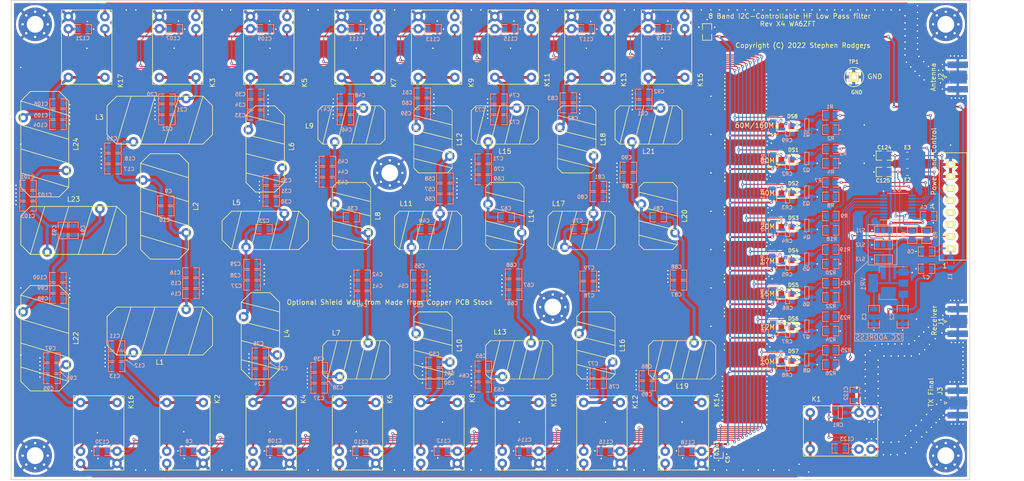
<source format=kicad_pcb>
(kicad_pcb (version 20211014) (generator pcbnew)
  (layers (0 "F.Cu" signal) (31 "B.Cu" signal) (34 "B.Paste" user) (35 "F.Paste" user) (36 "B.SilkS" user "B.Silkscreen") (37 "F.SilkS" user "F.Silkscreen") (38 "B.Mask" user) (39 "F.Mask" user) (44 "Edge.Cuts" user))
  (net 0 "")
  (net 1 "GND")
  (net 2 "P12V0")
  (net 3 "/Sheet605F7A0C/~{TX}")
  (net 4 "/Sheet605F7A0C/~{SEL80}")
  (net 5 "/Sheet605F7A0C/~{SEL40}")
  (net 6 "/Sheet605F7A0C/~{SEL20}")
  (net 7 "/Sheet605F7A0C/~{SEL17}")
  (net 8 "/Sheet605F7A0C/~{SEL15}")
  (net 9 "/Sheet605F7A0C/~{SEL12}")
  (net 10 "/Sheet605F7A0C/~{SEL10}")
  (net 11 "/Sheet605F7A0C/~{SEL160}")
  (net 12 "Net-(DS1-Pad1)")
  (net 13 "Net-(DS2-Pad1)")
  (net 14 "Net-(DS3-Pad1)")
  (net 15 "Net-(DS4-Pad1)")
  (net 16 "Net-(DS5-Pad1)")
  (net 17 "Net-(DS6-Pad1)")
  (net 18 "Net-(DS7-Pad1)")
  (net 19 "Net-(DS8-Pad1)")
  (net 20 "/Sheet605F7A0C/RX_RF")
  (net 21 "/Sheet605F7A0C/ANT_RF")
  (net 22 "/Sheet605F7A0C/TX_RF")
  (net 23 "/Sheet605F7A0C/TXRX_RF")
  (net 24 "Net-(Q1-Pad1)")
  (net 25 "P3V3")
  (net 26 "/Sheet605F7A0C/SCL")
  (net 27 "/Sheet605F7A0C/SDA")
  (net 28 "Net-(Q2-Pad1)")
  (net 29 "Net-(Q3-Pad1)")
  (net 30 "Net-(Q4-Pad1)")
  (net 31 "Net-(Q5-Pad1)")
  (net 32 "Net-(Q6-Pad1)")
  (net 33 "Net-(Q7-Pad1)")
  (net 34 "Net-(Q8-Pad1)")
  (net 35 "Net-(R1-Pad2)")
  (net 36 "Net-(R3-Pad2)")
  (net 37 "Net-(R7-Pad2)")
  (net 38 "Net-(R9-Pad2)")
  (net 39 "Net-(R19-Pad2)")
  (net 40 "Net-(R21-Pad2)")
  (net 41 "Net-(R23-Pad2)")
  (net 42 "Net-(R25-Pad2)")
  (net 43 "Net-(SJ1-Pad2)")
  (net 44 "Net-(SJ2-Pad2)")
  (net 45 "Net-(SJ3-Pad2)")
  (net 46 "/Sheet605F7A0C/Sheet605F8C00/80_N3_RF")
  (net 47 "/Sheet605F7A0C/Sheet605F8C00/80_N2_RF")
  (net 48 "/Sheet605F7A0C/Sheet605F8C00/80_N1_RF")
  (net 49 "/Sheet605F7A0C/Sheet605F8C00/80_N4_RF")
  (net 50 "/Sheet605F7A0C/Sheet605F8C30/40_N2_RF")
  (net 51 "/Sheet605F7A0C/Sheet605F8C30/40_N3_RF")
  (net 52 "/Sheet605F7A0C/Sheet605F8C30/40_N1_RF")
  (net 53 "/Sheet605F7A0C/Sheet605F8C30/40_N4_RF")
  (net 54 "/Sheet605F7A0C/Sheet605F8D0A/20_N3_RF")
  (net 55 "/Sheet605F7A0C/Sheet605F8D0A/20_N2_RF")
  (net 56 "/Sheet605F7A0C/Sheet605F8D0A/20_N1_RF")
  (net 57 "/Sheet605F7A0C/Sheet605F8D0A/20_N4_RF")
  (net 58 "/Sheet605F7A0C/Sheet605F91C6/160_N3_RF")
  (net 59 "/Sheet605F7A0C/Sheet605F91C6/160_N2_RF")
  (net 60 "/Sheet605F7A0C/Sheet605F91C6/160_N1_RF")
  (net 61 "/Sheet605F7A0C/Sheet605F91C6/160_N4_RF")
  (net 62 "/Sheet605F7A0C/Sheet605F8D95/17_N3_RF")
  (net 63 "/Sheet605F7A0C/Sheet605F8D95/17_N2_RF")
  (net 64 "/Sheet605F7A0C/Sheet605F8D95/17_N1_RF")
  (net 65 "/Sheet605F7A0C/Sheet605F8D95/17_N4_RF")
  (net 66 "/Sheet605F7A0C/Sheet605F8DF5/15_N3_RF")
  (net 67 "/Sheet605F7A0C/Sheet605F8DF5/15_N2_RF")
  (net 68 "/Sheet605F7A0C/Sheet605F8DF5/15_N1_RF")
  (net 69 "/Sheet605F7A0C/Sheet605F8DF5/15_N4_RF")
  (net 70 "/Sheet605F7A0C/Sheet605F8E24/12_N2_RF")
  (net 71 "/Sheet605F7A0C/Sheet605F8E24/12_N3_RF")
  (net 72 "/Sheet605F7A0C/Sheet605F8E24/12_N1_RF")
  (net 73 "/Sheet605F7A0C/Sheet605F8E24/12_N4_RF")
  (net 74 "/Sheet605F7A0C/Sheet605F8E5D/10_N3_RF")
  (net 75 "/Sheet605F7A0C/Sheet605F8E5D/10_N2_RF")
  (net 76 "/Sheet605F7A0C/Sheet605F8E5D/10_N1_RF")
  (net 77 "/Sheet605F7A0C/Sheet605F8E5D/10_N4_RF")
  (net 78 "/Sheet605F7A0C/P12V0_UF")
  (net 79 "Net-(E2-Pad1)")
  (net 80 "Net-(E3-Pad1)")
  (footprint "mods:LED0805" (layer "F.Cu") (at 211.75 83.25)
    (fp_text reference "DS1")
    (fp_text value "GREEN" hide)
  )
  (footprint "mods:LED0805" (layer "F.Cu") (at 211.75 90.25)
    (fp_text reference "DS2")
    (fp_text value "GREEN" hide)
  )
  (footprint "mods:LED0805" (layer "F.Cu") (at 211.75 97.25)
    (fp_text reference "DS3")
    (fp_text value "GREEN" hide)
  )
  (footprint "mods:LED0805" (layer "F.Cu") (at 211.75 104.25)
    (fp_text reference "DS4")
    (fp_text value "GREEN" hide)
  )
  (footprint "mods:LED0805" (layer "F.Cu") (at 211.75 111.25)
    (fp_text reference "DS5")
    (fp_text value "GREEN" hide)
  )
  (footprint "mods:LED0805" (layer "F.Cu") (at 211.75 118.25)
    (fp_text reference "DS6")
    (fp_text value "GREEN" hide)
  )
  (footprint "mods:LED0805" (layer "F.Cu") (at 211.75 76.25)
    (fp_text reference "DS8")
    (fp_text value "GREEN" hide)
  )
  (footprint "mods:SMA_Launch_Kinghelm_KH-SMA-KE8-G" (layer "F.Cu") (at 247.5 66 90)
    (fp_text reference "J2")
    (fp_text value "CONN_SMA_LAUNCH" hide)
  )
  (footprint "mods:SMA_Launch_Kinghelm_KH-SMA-KE8-G" (layer "F.Cu") (at 247.5 134 90)
    (fp_text reference "J3")
    (fp_text value "CONN_SMA_LAUNCH")
  )
  (footprint "mods:JST_B8B_XH_A" (layer "F.Cu") (at 246 93 90)
    (fp_text reference "J4")
    (fp_text value "CONN8" hide)
  )
  (footprint "mods:RELAY_HK4100F" (layer "F.Cu") (at 85 139 90)
    (fp_text reference "K2")
    (fp_text value "HK4100F-DC12V-SHCG")
  )
  (footprint "mods:RELAY_HK4100F" (layer "F.Cu") (at 86 61 -90)
    (fp_text reference "K3")
    (fp_text value "HK4100F-DC12V-SHCG")
  )
  (footprint "mods:RELAY_HK4100F" (layer "F.Cu") (at 103 139 90)
    (fp_text reference "K4")
    (fp_text value "HK4100F-DC12V-SHCG")
  )
  (footprint "mods:RELAY_HK4100F" (layer "F.Cu") (at 105 61 -90)
    (fp_text reference "K5")
    (fp_text value "HK4100F-DC12V-SHCG")
  )
  (footprint "mods:RELAY_HK4100F" (layer "F.Cu") (at 121 139 90)
    (fp_text reference "K6")
    (fp_text value "HK4100F-DC12V-SHCG")
  )
  (footprint "mods:RELAY_HK4100F" (layer "F.Cu") (at 124 61 -90)
    (fp_text reference "K7")
    (fp_text value "HK4100F-DC12V-SHCG")
  )
  (footprint "mods:RELAY_HK4100F" (layer "F.Cu") (at 138 139 90)
    (fp_text reference "K8")
    (fp_text value "HK4100F-DC12V-SHCG")
  )
  (footprint "mods:RELAY_HK4100F" (layer "F.Cu") (at 140 61 -90)
    (fp_text reference "K9")
    (fp_text value "HK4100F-DC12V-SHCG")
  )
  (footprint "mods:RELAY_HK4100F" (layer "F.Cu") (at 155 139 90)
    (fp_text reference "K10")
    (fp_text value "HK4100F-DC12V-SHCG")
  )
  (footprint "mods:RELAY_HK4100F" (layer "F.Cu") (at 156 61 -90)
    (fp_text reference "K11")
    (fp_text value "HK4100F-DC12V-SHCG")
  )
  (footprint "mods:RELAY_HK4100F" (layer "F.Cu") (at 172 139 90)
    (fp_text reference "K12")
    (fp_text value "HK4100F-DC12V-SHCG")
  )
  (footprint "mods:RELAY_HK4100F" (layer "F.Cu") (at 172 61 -90)
    (fp_text reference "K13")
    (fp_text value "HK4100F-DC12V-SHCG")
  )
  (footprint "mods:RELAY_HK4100F" (layer "F.Cu") (at 189 139 90)
    (fp_text reference "K14")
    (fp_text value "HK4100F-DC12V-SHCG")
  )
  (footprint "mods:RELAY_HK4100F" (layer "F.Cu") (at 188 61 -90)
    (fp_text reference "K15")
    (fp_text value "HK4100F-DC12V-SHCG")
  )
  (footprint "mods:RELAY_HK4100F" (layer "F.Cu") (at 67 139 90)
    (fp_text reference "K16")
    (fp_text value "HK4100F-DC12V-SHCG")
  )
  (footprint "mods:TOROID_T80_VERT" (layer "F.Cu") (at 81 119)
    (fp_text reference "L1")
    (fp_text value "2.68uH")
  )
  (footprint "mods:TOROID_T80_VERT" (layer "F.Cu") (at 82 93 90)
    (fp_text reference "L2")
    (fp_text value "2.43uH")
  )
  (footprint "mods:TOROID_T80_VERT" (layer "F.Cu") (at 81 75)
    (fp_text reference "L3")
    (fp_text value "2.68uH")
  )
  (footprint "mods:TOROID_T68_VERT" (layer "F.Cu") (at 102 120 90)
    (fp_text reference "L4")
    (fp_text value "1.34uH")
  )
  (footprint "mods:TOROID_T68_VERT" (layer "F.Cu") (at 103 98)
    (fp_text reference "L5")
    (fp_text value "1.22uH")
  )
  (footprint "mods:TOROID_T68_VERT" (layer "F.Cu") (at 103 81 90)
    (fp_text reference "L6")
    (fp_text value "1.34uH")
  )
  (footprint "mods:TOROID_T50_VERT" (layer "F.Cu") (at 122 125)
    (fp_text reference "L7")
    (fp_text value "0.67uH")
  )
  (footprint "mods:TOROID_T50_VERT" (layer "F.Cu") (at 121 95 90)
    (fp_text reference "L8")
    (fp_text value "0.608uH")
  )
  (footprint "mods:TOROID_T50_VERT" (layer "F.Cu") (at 121 76)
    (fp_text reference "L9")
    (fp_text value "0.67uH")
  )
  (footprint "mods:TOROID_T50_VERT" (layer "F.Cu") (at 137 98)
    (fp_text reference "L11")
    (fp_text value "0.471uH")
  )
  (footprint "mods:TOROID_T50_VERT" (layer "F.Cu") (at 138 79 90)
    (fp_text reference "L12")
    (fp_text value "0.519uH")
  )
  (footprint "mods:TOROID_T50_VERT" (layer "F.Cu") (at 153 95 90)
    (fp_text reference "L14")
    (fp_text value "0.406uH")
  )
  (footprint "mods:TOROID_T50_VERT" (layer "F.Cu") (at 153 76)
    (fp_text reference "L15")
    (fp_text value "0.447uH")
  )
  (footprint "mods:TOROID_T50_VERT" (layer "F.Cu") (at 172 122 90)
    (fp_text reference "L16")
    (fp_text value "0.377uH")
  )
  (footprint "mods:TOROID_T50_VERT" (layer "F.Cu") (at 169 98)
    (fp_text reference "L17")
    (fp_text value "0.342uH")
  )
  (footprint "mods:TOROID_T50_VERT" (layer "F.Cu") (at 168 79 90)
    (fp_text reference "L18")
    (fp_text value "0.377uH")
  )
  (footprint "mods:TOROID_T50_VERT" (layer "F.Cu") (at 190 125)
    (fp_text reference "L19")
    (fp_text value "0.335uH")
  )
  (footprint "mods:TOROID_T50_VERT" (layer "F.Cu") (at 185 95 90)
    (fp_text reference "L20")
    (fp_text value "0.304uH")
  )
  (footprint "mods:TOROID_T50_VERT" (layer "F.Cu") (at 183 76)
    (fp_text reference "L21")
    (fp_text value "0.335uH")
  )
  (footprint "mods:TOROID_T80_VERT" (layer "F.Cu") (at 57 120.5 90)
    (fp_text reference "L22")
    (fp_text value "5.21uH")
  )
  (footprint "mods:TOROID_T80_VERT" (layer "F.Cu") (at 63 98 180)
    (fp_text reference "L23")
    (fp_text value "4.73uH")
  )
  (footprint "mods:TESTPIN" (layer "F.Cu") (at 225.8 66)
    (fp_text reference "TP1")
    (fp_text value "GND")
  )
  (footprint "mods:RELAY_HK4100F" (layer "F.Cu") (at 67 61 -90)
    (fp_text reference "K17")
    (fp_text value "HK4100F-DC12V-SHCG")
  )
  (footprint "mods:TOROID_T80_VERT" (layer "F.Cu") (at 57 80 90)
    (fp_text reference "L24")
    (fp_text value "5.21uH")
  )
  (footprint "mods:TOROID_T50_VERT" (layer "F.Cu") (at 156 125)
    (fp_text reference "L13")
    (fp_text value "0.447uH")
  )
  (footprint "mods:TOROID_T50_VERT" (layer "F.Cu") (at 138 122 90)
    (fp_text reference "L10")
    (fp_text value "0.519uH")
  )
  (footprint "mods:SMA_Launch_Kinghelm_KH-SMA-KE8-G" (layer "F.Cu") (at 247.5 117 90)
    (fp_text reference "J1")
    (fp_text value "CONN_SMA_LAUNCH")
  )
  (footprint "mods:LED0805" (layer "F.Cu") (at 211.75 125.25)
    (fp_text reference "DS7")
    (fp_text value "GREEN" hide)
  )
  (footprint "mods:CC0805" (layer "F.Cu") (at 195.2 56.6 90)
    (fp_text reference "C1" hide)
    (fp_text value "0.1u" hide)
  )
  (footprint "mods:CC0805" (layer "F.Cu") (at 197.6 143.8 -90)
    (fp_text reference "C5")
    (fp_text value "0.1u")
  )
  (footprint "mods:CC0805" (layer "F.Cu") (at 232.2 82.4 180)
    (fp_text reference "C124")
    (fp_text value "100p" hide)
  )
  (footprint "mods:CC0805" (layer "F.Cu") (at 232.2 85.8 180)
    (fp_text reference "C125")
    (fp_text value "100p" hide)
  )
  (footprint "Inductor_SMD:L_0805_2012Metric" (layer "F.Cu") (at 237 85.8 180)
    (fp_text reference "E2")
    (fp_text value "FB0805")
  )
  (footprint "Inductor_SMD:L_0805_2012Metric" (layer "F.Cu") (at 237 82.4 180)
    (fp_text reference "E3")
    (fp_text value "FB0805")
  )
  (footprint "MountingHole:MountingHole_3.5mm_Pad_Via" (layer "F.Cu") (at 55 55)
    (fp_text reference "MK1" hide)
    (fp_text value "Mounting_Hole_PAD")
  )
  (footprint "MountingHole:MountingHole_3.5mm_Pad_Via" (layer "F.Cu") (at 245 55)
    (fp_text reference "MK2" hide)
    (fp_text value "Mounting_Hole_PAD")
  )
  (footprint "MountingHole:MountingHole_3.5mm_Pad_Via" (layer "F.Cu") (at 245 145)
    (fp_text reference "MK3" hide)
    (fp_text value "Mounting_Hole_PAD")
  )
  (footprint "MountingHole:MountingHole_3.5mm_Pad_Via" (layer "F.Cu") (at 55 145)
    (fp_text reference "MK4" hide)
    (fp_text value "Mounting_Hole_PAD")
  )
  (footprint "MountingHole:MountingHole_3.5mm_Pad_Via" (layer "F.Cu") (at 129 86)
    (fp_text reference "MK5" hide)
    (fp_text value "Mounting_Hole_PAD")
  )
  (footprint "MountingHole:MountingHole_3.5mm_Pad_Via" (layer "F.Cu") (at 163 114)
    (fp_text reference "MK6" hide)
    (fp_text value "Mounting_Hole_PAD")
  )
  (footprint "mods:RELAY_HK4100F" (layer "F.Cu") (at 221.8 141.1 180)
    (fp_text reference "K1")
    (fp_text value "HK4100F-DC12V-SHCG")
  )
  (footprint "mods:CC1206" (layer "B.Cu") (at 236 116 -90)
    (fp_text reference "C2")
    (fp_text value "10u" hide)
  )
  (footprint "mods:CC1206" (layer "B.Cu") (at 230 116 -90)
    (fp_text reference "C3")
    (fp_text value "10u" hide)
  )
  (footprint "mods:CC0805" (layer "B.Cu") (at 241 106 180)
    (fp_text reference "C7")
    (fp_text value "0.1u" hide)
  )
  (footprint "mods:CC0805" (layer "B.Cu") (at 82.25 91.76)
    (fp_text reference "C9")
    (fp_text value "150p" hide)
  )
  (footprint "mods:CC0805" (layer "B.Cu") (at 82.25 94)
    (fp_text reference "C10")
    (fp_text value "47p" hide)
  )
  (footprint "mods:CC0805" (layer "B.Cu") (at 72 122 180)
    (fp_text reference "C11")
    (fp_text value "470p" hide)
  )
  (footprint "mods:CC0805" (layer "B.Cu") (at 72.0475 124.24 180)
    (fp_text reference "C12")
    (fp_text value "390p" hide)
  )
  (footprint "mods:CC0805" (layer "B.Cu") (at 72 126.5 180)
    (fp_text reference "C13")
    (fp_text value "DNI" hide)
  )
  (footprint "mods:CC0805" (layer "B.Cu") (at 87.5 111.25)
    (fp_text reference "C14")
    (fp_text value "1200p" hide)
  )
  (footprint "mods:CC0805" (layer "B.Cu") (at 87.5 106.75)
    (fp_text reference "C16")
    (fp_text value "DNI" hide)
  )
  (footprint "mods:CC0805" (layer "B.Cu") (at 71.25 85.25 180)
    (fp_text reference "C17")
    (fp_text value "1200p" hide)
  )
  (footprint "mods:CC0805" (layer "B.Cu") (at 71.25 83 180)
    (fp_text reference "C18")
    (fp_text value "100p" hide)
  )
  (footprint "mods:CC0805" (layer "B.Cu") (at 71.25 80.75 180)
    (fp_text reference "C19")
    (fp_text value "DNI" hide)
  )
  (footprint "mods:CC0805" (layer "B.Cu") (at 82.5 70.5 180)
    (fp_text reference "C20")
    (fp_text value "470p" hide)
  )
  (footprint "mods:CC0805" (layer "B.Cu") (at 82.5 72.75 180)
    (fp_text reference "C21")
    (fp_text value "390p" hide)
  )
  (footprint "mods:CC0805" (layer "B.Cu") (at 82.5 75 180)
    (fp_text reference "C22")
    (fp_text value "DNI" hide)
  )
  (footprint "mods:CC0805" (layer "B.Cu") (at 102.75 97.75 180)
    (fp_text reference "C23")
    (fp_text value "100p" hide)
  )
  (footprint "mods:CC0805" (layer "B.Cu") (at 102 128 180)
    (fp_text reference "C24")
    (fp_text value "330p" hide)
  )
  (footprint "mods:CC0805" (layer "B.Cu") (at 102 125.75 180)
    (fp_text reference "C25")
    (fp_text value "100p" hide)
  )
  (footprint "mods:CC0805" (layer "B.Cu") (at 102 123.5 180)
    (fp_text reference "C26")
    (fp_text value "DNI" hide)
  )
  (footprint "mods:CC0805" (layer "B.Cu") (at 100.25 109.5)
    (fp_text reference "C27")
    (fp_text value "330p" hide)
  )
  (footprint "mods:CC0805" (layer "B.Cu") (at 100.25 107.25)
    (fp_text reference "C28")
    (fp_text value "330p" hide)
  )
  (footprint "mods:CC0805" (layer "B.Cu") (at 100.25 105)
    (fp_text reference "C29")
    (fp_text value "DNI" hide)
  )
  (footprint "mods:CC0805" (layer "B.Cu") (at 104.25 92 180)
    (fp_text reference "C30")
    (fp_text value "330p" hide)
  )
  (footprint "mods:CC0805" (layer "B.Cu") (at 104.25 89.75 180)
    (fp_text reference "C31")
    (fp_text value "330p" hide)
  )
  (footprint "mods:CC0805" (layer "B.Cu") (at 104.25 87.5 180)
    (fp_text reference "C32")
    (fp_text value "DNI" hide)
  )
  (footprint "mods:CC0805" (layer "B.Cu") (at 101 74)
    (fp_text reference "C33")
    (fp_text value "330p" hide)
  )
  (footprint "mods:CC0805" (layer "B.Cu") (at 101 71.75)
    (fp_text reference "C34")
    (fp_text value "100p" hide)
  )
  (footprint "mods:CC0805" (layer "B.Cu") (at 101 69.5)
    (fp_text reference "C35")
    (fp_text value "DNI" hide)
  )
  (footprint "mods:CC0805" (layer "B.Cu") (at 121 95.25)
    (fp_text reference "C36")
    (fp_text value "47p" hide)
  )
  (footprint "mods:CC0805" (layer "B.Cu") (at 114.25 131 180)
    (fp_text reference "C37")
    (fp_text value "220p" hide)
  )
  (footprint "mods:CC0805" (layer "B.Cu") (at 114.25 128.75 180)
    (fp_text reference "C38")
    (fp_text value "DNI" hide)
  )
  (footprint "mods:CC0805" (layer "B.Cu") (at 114.25 126.5 180)
    (fp_text reference "C39")
    (fp_text value "DNI" hide)
  )
  (footprint "mods:CC0805" (layer "B.Cu") (at 123.2975 111.74 180)
    (fp_text reference "C40")
    (fp_text value "330p" hide)
  )
  (footprint "mods:CC0805" (layer "B.Cu") (at 123.25 109.5 180)
    (fp_text reference "C41")
    (fp_text value "DNI" hide)
  )
  (footprint "mods:CC0805" (layer "B.Cu") (at 123.25 107.25 180)
    (fp_text reference "C42")
    (fp_text value "DNI" hide)
  )
  (footprint "mods:CC0805" (layer "B.Cu") (at 116 88 180)
    (fp_text reference "C43")
    (fp_text value "330p" hide)
  )
  (footprint "mods:CC0805" (layer "B.Cu") (at 116 85.75 180)
    (fp_text reference "C44")
    (fp_text value "DNI" hide)
  )
  (footprint "mods:CC0805" (layer "B.Cu") (at 116 83.5 180)
    (fp_text reference "C45")
    (fp_text value "DNI" hide)
  )
  (footprint "mods:CC0805" (layer "B.Cu") (at 119.75 75 180)
    (fp_text reference "C46")
    (fp_text value "220p" hide)
  )
  (footprint "mods:CC0805" (layer "B.Cu") (at 119.75 72.75 180)
    (fp_text reference "C47")
    (fp_text value "DNI" hide)
  )
  (footprint "mods:CC0805" (layer "B.Cu") (at 119.75 70.5 180)
    (fp_text reference "C48")
    (fp_text value "DNI" hide)
  )
  (footprint "mods:CC0805" (layer "B.Cu") (at 136.5 97.75 180)
    (fp_text reference "C49")
    (fp_text value "39p" hide)
  )
  (footprint "mods:CC0805" (layer "B.Cu") (at 138.25 130 180)
    (fp_text reference "C50")
    (fp_text value "82p" hide)
  )
  (footprint "mods:CC0805" (layer "B.Cu") (at 138.25 127.75 180)
    (fp_text reference "C51")
    (fp_text value "82p" hide)
  )
  (footprint "mods:CC0805" (layer "B.Cu") (at 138.25 125.5 180)
    (fp_text reference "C52")
    (fp_text value "DNI" hide)
  )
  (footprint "mods:CC0805" (layer "B.Cu") (at 135 111.75)
    (fp_text reference "C53")
    (fp_text value "150p" hide)
  )
  (footprint "mods:CC0805" (layer "B.Cu") (at 135 109.5)
    (fp_text reference "C54")
    (fp_text value "100p" hide)
  )
  (footprint "mods:CC0805" (layer "B.Cu") (at 135 107.25)
    (fp_text reference "C55")
    (fp_text value "DNI" hide)
  )
  (footprint "mods:CC0805" (layer "B.Cu") (at 140.5 91.5)
    (fp_text reference "C56")
    (fp_text value "150p" hide)
  )
  (footprint "mods:CC0805" (layer "B.Cu") (at 140.5 89.25)
    (fp_text reference "C57")
    (fp_text value "100p" hide)
  )
  (footprint "mods:CC0805" (layer "B.Cu") (at 140.5 87)
    (fp_text reference "C58")
    (fp_text value "DNI" hide)
  )
  (footprint "mods:CC0805" (layer "B.Cu") (at 135.75 73.75)
    (fp_text reference "C59")
    (fp_text value "82p" hide)
  )
  (footprint "mods:CC0805" (layer "B.Cu") (at 135.75 71.5)
    (fp_text reference "C60")
    (fp_text value "82p" hide)
  )
  (footprint "mods:CC0805" (layer "B.Cu") (at 135.75 69.25)
    (fp_text reference "C61")
    (fp_text value "DNI" hide)
  )
  (footprint "mods:CC0805" (layer "B.Cu") (at 153.25 95.25)
    (fp_text reference "C62")
    (fp_text value "33p" hide)
  )
  (footprint "mods:CC0805" (layer "B.Cu") (at 148.4525 128.49 180)
    (fp_text reference "C64")
    (fp_text value "DNI" hide)
  )
  (footprint "mods:CC0805" (layer "B.Cu") (at 148.5 126.25 180)
    (fp_text reference "C65")
    (fp_text value "DNI" hide)
  )
  (footprint "mods:CC0805" (layer "B.Cu") (at 154.85 111.5 180)
    (fp_text reference "C66")
    (fp_text value "220p" hide)
  )
  (footprint "mods:CC0805" (layer "B.Cu") (at 154.85 109.25 180)
    (fp_text reference "C67")
    (fp_text value "DNI" hide)
  )
  (footprint "mods:CC0805" (layer "B.Cu") (at 154.85 107 180)
    (fp_text reference "C68")
    (fp_text value "DNI" hide)
  )
  (footprint "mods:CC0805" (layer "B.Cu") (at 148.5 87.5 180)
    (fp_text reference "C69")
    (fp_text value "220p" hide)
  )
  (footprint "mods:CC0805" (layer "B.Cu") (at 148.5 85.25 180)
    (fp_text reference "C70")
    (fp_text value "DNI" hide)
  )
  (footprint "mods:CC0805" (layer "B.Cu") (at 148.5 83 180)
    (fp_text reference "C71")
    (fp_text value "DNI" hide)
  )
  (footprint "mods:CC0805" (layer "B.Cu") (at 151.75 72.75 180)
    (fp_text reference "C73")
    (fp_text value "DNI" hide)
  )
  (footprint "mods:CC0805" (layer "B.Cu") (at 151.75 70.5 180)
    (fp_text reference "C74")
    (fp_text value "DNI" hide)
  )
  (footprint "mods:CC0805" (layer "B.Cu") (at 168.5 97.75 180)
    (fp_text reference "C75")
    (fp_text value "27p" hide)
  )
  (footprint "mods:CC0805" (layer "B.Cu") (at 172.5 130 180)
    (fp_text reference "C76")
    (fp_text value "120p" hide)
  )
  (footprint "mods:CC0805" (layer "B.Cu") (at 172.5 127.75 180)
    (fp_text reference "C77")
    (fp_text value "DNI" hide)
  )
  (footprint "mods:CC0805" (layer "B.Cu") (at 170.4 109.7)
    (fp_text reference "C78")
    (fp_text value "180p" hide)
  )
  (footprint "mods:CC0805" (layer "B.Cu") (at 170.4 107.45)
    (fp_text reference "C79")
    (fp_text value "DNI" hide)
  )
  (footprint "mods:CC0805" (layer "B.Cu") (at 172.5 91)
    (fp_text reference "C80")
    (fp_text value "180p" hide)
  )
  (footprint "mods:CC0805" (layer "B.Cu") (at 172.5 88.75)
    (fp_text reference "C81")
    (fp_text value "DNI" hide)
  )
  (footprint "mods:CC0805" (layer "B.Cu") (at 166.25 72.5)
    (fp_text reference "C82")
    (fp_text value "120p" hide)
  )
  (footprint "mods:CC0805" (layer "B.Cu") (at 166.25 70.25)
    (fp_text reference "C83")
    (fp_text value "DNI" hide)
  )
  (footprint "mods:CC0805" (layer "B.Cu") (at 185 95.25)
    (fp_text reference "C84")
    (fp_text value "27p" hide)
  )
  (footprint "mods:CC0805" (layer "B.Cu") (at 182.75 130.5 180)
    (fp_text reference "C85")
    (fp_text value "100p" hide)
  )
  (footprint "mods:CC0805" (layer "B.Cu") (at 182.75 128.25 180)
    (fp_text reference "C86")
    (fp_text value "DNI" hide)
  )
  (footprint "mods:CC0805" (layer "B.Cu") (at 189.25 109.5 180)
    (fp_text reference "C87")
    (fp_text value "82p" hide)
  )
  (footprint "mods:CC0805" (layer "B.Cu") (at 189.25 107.25 180)
    (fp_text reference "C88")
    (fp_text value "82p" hide)
  )
  (footprint "mods:CC0805" (layer "B.Cu") (at 178.75 87 180)
    (fp_text reference "C89")
    (fp_text value "82p" hide)
  )
  (footprint "mods:CC0805" (layer "B.Cu") (at 178.7975 84.74 180)
    (fp_text reference "C90")
    (fp_text value "82p" hide)
  )
  (footprint "mods:CC0805" (layer "B.Cu") (at 182 71.75 180)
    (fp_text reference "C91")
    (fp_text value "100p" hide)
  )
  (footprint "mods:CC0805" (layer "B.Cu") (at 182 69.5 180)
    (fp_text reference "C92")
    (fp_text value "DNI" hide)
  )
  (footprint "mods:CC0805" (layer "B.Cu") (at 60.75 98 -90)
    (fp_text reference "C93")
    (fp_text value "330p" hide)
  )
  (footprint "mods:CC0805" (layer "B.Cu") (at 63 98 -90)
    (fp_text reference "C94")
    (fp_text value "47p" hide)
  )
  (footprint "mods:CC0805" (layer "B.Cu") (at 58.5 129 180)
    (fp_text reference "C95")
    (fp_text value "1500p" hide)
  )
  (footprint "mods:CC0805" (layer "B.Cu") (at 58.5 126.74 180)
    (fp_text reference "C96")
    (fp_text value "150p" hide)
  )
  (footprint "mods:CC0805" (layer "B.Cu") (at 58.5 124.5 180)
    (fp_text reference "C97")
    (fp_text value "DNI" hide)
  )
  (footprint "mods:CC0805" (layer "B.Cu") (at 59.75 112.25)
    (fp_text reference "C98")
    (fp_text value "2200p" hide)
  )
  (footprint "mods:CC0805" (layer "B.Cu") (at 59.75 110)
    (fp_text reference "C99")
    (fp_text value "330p" hide)
  )
  (footprint "mods:CC0805" (layer "B.Cu") (at 59.75 107.75)
    (fp_text reference "C100")
    (fp_text value "DNI" hide)
  )
  (footprint "mods:CC0805" (layer "B.Cu") (at 53.5 88.5 180)
    (fp_text reference "C101")
    (fp_text value "2200p" hide)
  )
  (footprint "mods:CC0805" (layer "B.Cu") (at 53.5 90.75 180)
    (fp_text reference "C102")
    (fp_text value "330p" hide)
  )
  (footprint "mods:CC0805" (layer "B.Cu") (at 53.5 93 180)
    (fp_text reference "C103")
    (fp_text value "DNI" hide)
  )
  (footprint "mods:CC0805" (layer "B.Cu") (at 59.75 76)
    (fp_text reference "C104")
    (fp_text value "1500p" hide)
  )
  (footprint "mods:CC0805" (layer "B.Cu") (at 59.75 73.75)
    (fp_text reference "C105")
    (fp_text value "150p" hide)
  )
  (footprint "mods:CC0805" (layer "B.Cu") (at 59.75 71.5)
    (fp_text reference "C106")
    (fp_text value "DNI" hide)
  )
  (footprint "mods:SOT23-3-SAR" (layer "B.Cu") (at 223 136 90)
    (fp_text reference "CR1")
    (fp_text value "BAT54" hide)
  )
  (footprint "mods:SOT23-3-SAR" (layer "B.Cu") (at 212 84 -90)
    (fp_text reference "CR2")
    (fp_text value "BAT54" hide)
  )
  (footprint "mods:SOT23-3-SAR" (layer "B.Cu") (at 212 91 -90)
    (fp_text reference "CR3")
    (fp_text value "BAT54" hide)
  )
  (footprint "mods:SOT23-3-SAR" (layer "B.Cu") (at 212 98 -90)
    (fp_text reference "CR4")
    (fp_text value "BAT54" hide)
  )
  (footprint "mods:SOT23-3-SAR" (layer "B.Cu") (at 212 105 -90)
    (fp_text reference "CR5")
    (fp_text value "BAT54" hide)
  )
  (footprint "mods:SOT23-3-SAR" (layer "B.Cu") (at 212 112 -90)
    (fp_text reference "CR6")
    (fp_text value "BAT54" hide)
  )
  (footprint "mods:SOT23-3-SAR" (layer "B.Cu") (at 212 119 -90)
    (fp_text reference "CR7")
    (fp_text value "BAT54" hide)
  )
  (footprint "mods:SOT23-3-SAR" (layer "B.Cu") (at 212 126 -90)
    (fp_text reference "CR8")
    (fp_text value "BAT54" hide)
  )
  (footprint "mods:RC0805" (layer "B.Cu") (at 209 83.125 -90)
    (fp_text reference "R10")
    (fp_text value "12K" hide)
  )
  (footprint "mods:RC0805" (layer "B.Cu") (at 208.75 90.25 -90)
    (fp_text reference "R11")
    (fp_text value "12K" hide)
  )
  (footprint "mods:RC0805" (layer "B.Cu") (at 209 97.25 -90)
    (fp_text reference "R12")
    (fp_text value "12K" hide)
  )
  (footprint "mods:RC0805" (layer "B.Cu") (at 208.75 104.25 -90)
    (fp_text reference "R13")
    (fp_text value "12K" hide)
  )
  (footprint "mods:RC0805" (layer "B.Cu") (at 209 111.25 -90)
    (fp_text reference "R14")
    (fp_text value "12K" hide)
  )
  (footprint "mods:RC0805" (layer "B.Cu") (at 209 118.25 -90)
    (fp_text reference "R15")
    (fp_text value "12K" hide)
  )
  (footprint "mods:RC0805" (layer "B.Cu") (at 208.75 125.25 -90)
    (fp_text reference "R16")
    (fp_text value "12K" hide)
  )
  (footprint "mods:RC0805" (layer "B.Cu") (at 209 76.25 -90)
    (fp_text reference "R17")
    (fp_text value "12K" hide)
  )
  (footprint "mods:SOT23-3-SAR" (layer "B.Cu") (at 212 77 -90)
    (fp_text reference "CR9")
    (fp_text value "BAT54" hide)
  )
  (footprint "mods:CC0805" (layer "B.Cu") (at 87.5 109)
    (fp_text reference "C15")
    (fp_text value "100p" hide)
  )
  (footprint "mods:SOT23-3-SAR" (layer "B.Cu") (at 216 76 -90)
    (fp_text reference "Q1")
    (fp_text value "MMBT4401" hide)
  )
  (footprint "mods:SOT23-3-SAR" (layer "B.Cu") (at 216 83 -90)
    (fp_text reference "Q2")
    (fp_text value "MMBT4401" hide)
  )
  (footprint "mods:SOT23-3-SAR" (layer "B.Cu") (at 216 90 -90)
    (fp_text reference "Q3")
    (fp_text value "MMBT4401" hide)
  )
  (footprint "mods:SOT23-3-SAR" (layer "B.Cu") (at 216 96.98 -90)
    (fp_text reference "Q4")
    (fp_text value "MMBT4401" hide)
  )
  (footprint "mods:SOT23-3-SAR" (layer "B.Cu") (at 216 104 -90)
    (fp_text reference "Q5")
    (fp_text value "MMBT4401" hide)
  )
  (footprint "mods:SOT23-3-SAR" (layer "B.Cu") (at 216 111 -90)
    (fp_text reference "Q6")
    (fp_text value "MMBT4401" hide)
  )
  (footprint "mods:SOT23-3-SAR" (layer "B.Cu") (at 216 118 -90)
    (fp_text reference "Q7")
    (fp_text value "MMBT4401" hide)
  )
  (footprint "mods:SOT23-3-SAR" (layer "B.Cu") (at 216 125 -90)
    (fp_text reference "Q8")
    (fp_text value "MMBT4401" hide)
  )
  (footprint "mods:RC0805" (layer "B.Cu") (at 221 77 180)
    (fp_text reference "R2")
    (fp_text value "1K" hide)
  )
  (footprint "mods:RC0805" (layer "B.Cu") (at 221 81)
    (fp_text reference "R3")
    (fp_text value "2.2K" hide)
  )
  (footprint "mods:RC0805" (layer "B.Cu") (at 221 84 180)
    (fp_text reference "R4")
    (fp_text value "1K" hide)
  )
  (footprint "mods:RC0805" (layer "B.Cu") (at 238 99 -90)
    (fp_text reference "R6")
    (fp_text value "10K" hide)
  )
  (footprint "mods:RC0805" (layer "B.Cu") (at 221 88)
    (fp_text reference "R7")
    (fp_text value "2.2K" hide)
  )
  (footprint "mods:RC0805" (layer "B.Cu") (at 221 91 180)
    (fp_text reference "R8")
    (fp_text value "1K" hide)
  )
  (footprint "mods:RC0805" (layer "B.Cu") (at 221 95)
    (fp_text reference "R9")
    (fp_text value "2.2K" hide)
  )
  (footprint "mods:RC0805" (layer "B.Cu") (at 221 98 180)
    (fp_text reference "R18")
    (fp_text value "1K" hide)
  )
  (footprint "mods:RC0805" (layer "B.Cu") (at 221 102)
    (fp_text reference "R19")
    (fp_text value "2.2K" hide)
  )
  (footprint "mods:RC0805" (layer "B.Cu") (at 221 105 180)
    (fp_text reference "R20")
    (fp_text value "1K" hide)
  )
  (footprint "mods:RC0805" (layer "B.Cu") (at 221 109)
    (fp_text reference "R21")
    (fp_text value "2.2K" hide)
  )
  (footprint "mods:RC0805" (layer "B.Cu") (at 221 112 180)
    (fp_text reference "R22")
    (fp_text value "1K" hide)
  )
  (footprint "mods:RC0805" (layer "B.Cu") (at 221 116)
    (fp_text reference "R23")
    (fp_text value "2.2K" hide)
  )
  (footprint "mods:RC0805" (layer "B.Cu") (at 221 119 180)
    (fp_text reference "R24")
    (fp_text value "1K" hide)
  )
  (footprint "mods:RC0805" (layer "B.Cu") (at 221 123)
    (fp_text reference "R25")
    (fp_text value "2.2K" hide)
  )
  (footprint "mods:RC0805" (layer "B.Cu") (at 221 126 180)
    (fp_text reference "R26")
    (fp_text value "1K" hide)
  )
  (footprint "mods:GS3-SAR" (layer "B.Cu") (at 232 98 90)
    (fp_text reference "SJ1")
    (fp_text value "SJSPDT")
  )
  (footprint "mods:GS3-SAR" (layer "B.Cu") (at 232 101 90)
    (fp_text reference "SJ2")
    (fp_text value "SJSPDT")
  )
  (footprint "mods:GS3-SAR" (layer "B.Cu") (at 232 104 90)
    (fp_text reference "SJ3")
    (fp_text value "SJSPDT")
  )
  (footprint "Package_TO_SOT_SMD:SOT-223-3_TabPin2" (layer "B.Cu") (at 233 109 180)
    (fp_text reference "VR1")
    (fp_text value "NCP1117ST33")
  )
  (footprint "mods:RC0805" (layer "B.Cu") (at 221 74)
    (fp_text reference "R1")
    (fp_text value "2.2K" hide)
  )
  (footprint "mods:CC0805" (layer "B.Cu") (at 148.5 130.75 180)
    (fp_text reference "C63")
    (fp_text value "150p" hide)
  )
  (footprint "mods:CC0805" (layer "B.Cu") (at 151.75 75 180)
    (fp_text reference "C72")
    (fp_text value "150p" hide)
  )
  (footprint "mods:CC0805" (layer "B.Cu") (at 241.4 95)
    (fp_text reference "C4")
    (fp_text value "0.1u" hide)
  )
  (footprint "Package_SO:TSSOP-16_4.4x5mm_P0.65mm" (layer "B.Cu") (at 235 93)
    (fp_text reference "U1")
    (fp_text value "PCA9554APW")
  )
  (footprint "mods:RC0805" (layer "B.Cu") (at 241 99 -90)
    (fp_text reference "R5")
    (fp_text value "10K" hide)
  )
  (footprint "mods:CC0805" (layer "B.Cu") (at 241 102.4 180)
    (fp_text reference "C6")
    (fp_text value "0.1u" hide)
  )
  (footprint "mods:CC0805" (layer "B.Cu") (at 87 144 180)
    (fp_text reference "C8")
    (fp_text value "0.1u" hide)
  )
  (footprint "mods:CC0805" (layer "B.Cu") (at 84 56)
    (fp_text reference "C107")
    (fp_text value "0.1u" hide)
  )
  (footprint "mods:CC0805" (layer "B.Cu") (at 105 144 180)
    (fp_text reference "C108")
    (fp_text value "0.1u" hide)
  )
  (footprint "mods:CC0805" (layer "B.Cu") (at 103 56)
    (fp_text reference "C109")
    (fp_text value "0.1u" hide)
  )
  (footprint "mods:CC0805" (layer "B.Cu") (at 123 144 180)
    (fp_text reference "C110")
    (fp_text value "0.1u" hide)
  )
  (footprint "mods:CC0805" (layer "B.Cu") (at 140 144 180)
    (fp_text reference "C112")
    (fp_text value "0.1u" hide)
  )
  (footprint "mods:CC0805" (layer "B.Cu") (at 138 56)
    (fp_text reference "C113")
    (fp_text value "0.1u" hide)
  )
  (footprint "mods:CC0805" (layer "B.Cu") (at 157 144 180)
    (fp_text reference "C114")
    (fp_text value "0.1u" hide)
  )
  (footprint "mods:CC0805" (layer "B.Cu") (at 154 56)
    (fp_text reference "C115")
    (fp_text value "0.1u" hide)
  )
  (footprint "mods:CC0805" (layer "B.Cu") (at 174 144 180)
    (fp_text reference "C116")
    (fp_text value "0.1u" hide)
  )
  (footprint "mods:CC0805" (layer "B.Cu") (at 170 56)
    (fp_text reference "C117")
    (fp_text value "0.1u" hide)
  )
  (footprint "mods:CC0805" (layer "B.Cu") (at 191 144 180)
    (fp_text reference "C118")
    (fp_text value "0.1u" hide)
  )
  (footprint "mods:CC0805" (layer "B.Cu") (at 186 56)
    (fp_text reference "C119")
    (fp_text value "0.1u" hide)
  )
  (footprint "mods:CC0805" (layer "B.Cu") (at 69 144 180)
    (fp_text reference "C120")
    (fp_text value "0.1u" hide)
  )
  (footprint "mods:CC0805" (layer "B.Cu") (at 65 56)
    (fp_text reference "C121")
    (fp_text value "0.1u" hide)
  )
  (footprint "mods:CC0805" (layer "B.Cu") (at 226.01 132.4525 90)
    (fp_text reference "C122")
    (fp_text value "0.1u" hide)
  )
  (footprint "mods:CC0805" (layer "B.Cu") (at 223 143.5)
    (fp_text reference "C123")
    (fp_text value "0.1u" hide)
  )
  (footprint "Inductor_SMD:L_0805_2012Metric" (layer "B.Cu") (at 246 104.8 -90)
    (fp_text reference "E1")
    (fp_text value "FB0805")
  )
  (footprint "mods:CC0805" (layer "B.Cu") (at 122 56)
    (fp_text reference "C111")
    (fp_text value "0.1u" hide)
  )
  (gr_line (start 234.8 96.8) (end 228.8 96.8) (layer "B.SilkS") (width 0.15))
  (gr_line (start 104 125.8) (end 104 125.6) (layer "B.SilkS") (width 0.15))
  (gr_line (start 116.2 129.6) (end 116.4 129.4) (layer "B.SilkS") (width 0.15))
  (gr_line (start 74 125.2) (end 74 125) (layer "B.SilkS") (width 0.15))
  (gr_line (start 60.4 127.8) (end 60.4 127.6) (layer "B.SilkS") (width 0.15))
  (gr_line (start 236.1 119.5) (end 228.3 119.5) (layer "B.SilkS") (width 0.15))
  (gr_line (start 226 107) (end 226 121.1) (layer "B.SilkS") (width 0.15))
  (gr_line (start 60.4 127.6) (end 60.6 127.6) (layer "B.SilkS") (width 0.15))
  (gr_line (start 116.2 129.4) (end 116.4 129.4) (layer "B.SilkS") (width 0.15))
  (gr_line (start 117 130.4) (end 116.2 129.4) (layer "B.SilkS") (width 0.15))
  (gr_line (start 116.2 129.4) (end 116.2 129.6) (layer "B.SilkS") (width 0.15))
  (gr_line (start 228.8 105.2) (end 234.8 105.2) (layer "B.SilkS") (width 0.15))
  (gr_line (start 61.4 128.6) (end 60.4 127.6) (layer "B.SilkS") (width 0.15))
  (gr_line (start 105.4 126.6) (end 104 125.6) (layer "B.SilkS") (width 0.15))
  (gr_line (start 104 125.6) (end 104.2 125.6) (layer "B.SilkS") (width 0.15))
  (gr_line (start 236.1 121.1) (end 236.1 119.5) (layer "B.SilkS") (width 0.15))
  (gr_line (start 104.2 125.6) (end 104 125.8) (layer "B.SilkS") (width 0.15))
  (gr_line (start 228.2 119.5) (end 226 119.5) (layer "B.SilkS") (width 0.15))
  (gr_line (start 75.6 126.2) (end 74 125) (layer "B.SilkS") (width 0.15))
  (gr_line (start 74.2 125) (end 74 125.2) (layer "B.SilkS") (width 0.15))
  (gr_line (start 228.8 104.4) (end 226 107) (layer "B.SilkS") (width 0.15))
  (gr_line (start 74 125) (end 74.2 125) (layer "B.SilkS") (width 0.15))
  (gr_line (start 228.8 96.8) (end 228.8 105.2) (layer "B.SilkS") (width 0.15))
  (gr_line (start 226 121.1) (end 236 121.1) (layer "B.SilkS") (width 0.15))
  (gr_line (start 234.8 105.2) (end 234.8 96.8) (layer "B.SilkS") (width 0.15))
  (gr_line (start 60.6 127.6) (end 60.4 127.8) (layer "B.SilkS") (width 0.15))
  (gr_line (start 50 150) (end 50 50) (layer "Edge.Cuts") (width 0.15))
  (gr_line (start 250 150) (end 50 150) (layer "Edge.Cuts") (width 0.15))
  (gr_line (start 250 50) (end 250 150) (layer "Edge.Cuts") (width 0.15))
  (gr_line (start 50 50) (end 250 50) (layer "Edge.Cuts") (width 0.15))
  (gr_text "I2C ADDRESS" (at 231.1 120.3) (layer "B.SilkS") (effects (font (size 1 1)) (justify mirror)))
  (gr_text "Power and Control" (at 242.5 83.6 90) (layer "F.SilkS") (effects (font (size 1 1))))
  (gr_text "8 Band I2C-Controllable HF Low Pass filter\nRev X4 WA6ZFT " (at 212.4 54.1) (layer "F.SilkS") (effects (font (size 1 1))))
  (gr_text "15M" (at 207.8 111.2) (layer "F.SilkS") (effects (font (size 1 1))))
  (gr_text "Optional Shield Wall from Made from Copper PCB Stock" (at 129 113) (layer "F.SilkS") (effects (font (size 1 1))))
  (gr_text "12M" (at 207.8 118.2) (layer "F.SilkS") (effects (font (size 1 1))))
  (gr_text "40M" (at 207.8 90.2) (layer "F.SilkS") (effects (font (size 1 1))))
  (gr_text "60M/160M" (at 205.1 76.1) (layer "F.SilkS") (effects (font (size 1 1))))
  (gr_text "10M" (at 207.8 125.4) (layer "F.SilkS") (effects (font (size 1 1))))
  (gr_text "GND" (at 230.2 65.9) (layer "F.SilkS") (effects (font (size 1 1))))
  (gr_text "1" (at 244.8 105.4) (layer "F.SilkS") (effects (font (size 1 1))))
  (gr_text "80M" (at 207.8 83.4) (layer "F.SilkS") (effects (font (size 1 1))))
  (gr_text "TX Final" (at 241.9 131.8 90) (layer "F.SilkS") (effects (font (size 1 1))))
  (gr_text "Copyright (C) 2022 Stephen Rodgers" (at 215.2 59.4) (layer "F.SilkS") (effects (font (size 1 1))))
  (gr_text "Receiver" (at 242.6 116.8 90) (layer "F.SilkS") (effects (font (size 1 1))))
  (gr_text "17M" (at 207.8 104.4) (layer "F.SilkS") (effects (font (size 1 1))))
  (gr_text "20M" (at 207.8 97.2) (layer "F.SilkS") (effects (font (size 1 1))))
  (gr_text "Antenna" (at 242.4 66 90) (layer "F.SilkS") (effects (font (size 1 1))))
  (via (at 229.6 98) (size 0.6) (drill 0.3) (layers "F.Cu" "B.Cu") (net 1))
  (via (at 229.6 101) (size 0.6) (drill 0.3) (layers "F.Cu" "B.Cu") (net 1))
  (via (at 229.6 104) (size 0.6) (drill 0.3) (layers "F.Cu" "B.Cu") (net 1))
  (via (at 238.8 106) (size 0.6) (drill 0.3) (layers "F.Cu" "B.Cu") (net 1))
  (via (at 238 106.8) (size 0.6) (drill 0.3) (layers "F.Cu" "B.Cu") (net 1))
  (via (at 230 118.8) (size 0.6) (drill 0.3) (layers "F.Cu" "B.Cu") (net 1))
  (via (at 236 118.8) (size 0.6) (drill 0.3) (layers "F.Cu" "B.Cu") (net 1))
  (via (at 223 119) (size 0.6) (drill 0.3) (layers "F.Cu" "B.Cu") (net 1))
  (via (at 221.9 124.5) (size 0.6) (drill 0.3) (layers "F.Cu" "B.Cu") (net 1))
  (via (at 223 105) (size 0.6) (drill 0.3) (layers "F.Cu" "B.Cu") (net 1))
  (via (at 223 84) (size 0.6) (drill 0.3) (layers "F.Cu" "B.Cu") (net 1))
  (via (at 223 77) (size 0.6) (drill 0.3) (layers "F.Cu" "B.Cu") (net 1))
  (via (at 218.2 118.8) (size 0.6) (drill 0.3) (layers "F.Cu" "B.Cu") (net 1))
  (via (at 218.2 126) (size 0.6) (drill 0.3) (layers "F.Cu" "B.Cu") (net 1))
  (via (at 218.2 105) (size 0.6) (drill 0.3) (layers "F.Cu" "B.Cu") (net 1))
  (via (at 218.2 97.8) (size 0.6) (drill 0.3) (layers "F.Cu" "B.Cu") (net 1))
  (via (at 218.2 91) (size 0.6) (drill 0.3) (layers "F.Cu" "B.Cu") (net 1))
  (via (at 218.2 84) (size 0.6) (drill 0.3) (layers "F.Cu" "B.Cu") (net 1))
  (via (at 218.2 77) (size 0.6) (drill 0.3) (layers "F.Cu" "B.Cu") (net 1))
  (via (at 179.6 69.6) (size 0.6) (drill 0.3) (layers "F.Cu" "B.Cu") (net 1))
  (via (at 179.6 71.2) (size 0.6) (drill 0.3) (layers "F.Cu" "B.Cu") (net 1))
  (via (at 168.6 70.4) (size 0.6) (drill 0.3) (layers "F.Cu" "B.Cu") (net 1))
  (via (at 168.6 72.8) (size 0.6) (drill 0.3) (layers "F.Cu" "B.Cu") (net 1))
  (via (at 176.4 84.8) (size 0.6) (drill 0.3) (layers "F.Cu" "B.Cu") (net 1))
  (via (at 176.4 87.2) (size 0.6) (drill 0.3) (layers "F.Cu" "B.Cu") (net 1))
  (via (at 174.8 88.8) (size 0.6) (drill 0.3) (layers "F.Cu" "B.Cu") (net 1))
  (via (at 174.8 91.2) (size 0.6) (drill 0.3) (layers "F.Cu" "B.Cu") (net 1))
  (via (at 187 107.2) (size 0.6) (drill 0.3) (layers "F.Cu" "B.Cu") (net 1))
  (via (at 172.6 107.4) (size 0.6) (drill 0.3) (layers "F.Cu" "B.Cu") (net 1))
  (via (at 172.6 109.8) (size 0.6) (drill 0.3) (layers "F.Cu" "B.Cu") (net 1))
  (via (at 176.4 84) (size 0.6) (drill 0.3) (layers "F.Cu" "B.Cu") (net 1))
  (via (at 176.4 85.6) (size 0.6) (drill 0.3) (layers "F.Cu" "B.Cu") (net 1))
  (via (at 176.4 86.4) (size 0.6) (drill 0.3) (layers "F.Cu" "B.Cu") (net 1))
  (via (at 176.4 88) (size 0.6) (drill 0.3) (layers "F.Cu" "B.Cu") (net 1))
  (via (at 174.8 88) (size 0.6) (drill 0.3) (layers "F.Cu" "B.Cu") (net 1))
  (via (at 174.8 89.6) (size 0.6) (drill 0.3) (layers "F.Cu" "B.Cu") (net 1))
  (via (at 174.8 90.4) (size 0.6) (drill 0.3) (layers "F.Cu" "B.Cu") (net 1))
  (via (at 174.8 92) (size 0.6) (drill 0.3) (layers "F.Cu" "B.Cu") (net 1))
  (via (at 179.6 68.8) (size 0.6) (drill 0.3) (layers "F.Cu" "B.Cu") (net 1))
  (via (at 179.6 70.4) (size 0.6) (drill 0.3) (layers "F.Cu" "B.Cu") (net 1))
  (via (at 179.6 72) (size 0.6) (drill 0.3) (layers "F.Cu" "B.Cu") (net 1))
  (via (at 179.6 72.8) (size 0.6) (drill 0.3) (layers "F.Cu" "B.Cu") (net 1))
  (via (at 168.6 69.6) (size 0.6) (drill 0.3) (layers "F.Cu" "B.Cu") (net 1))
  (via (at 168.6 71.2) (size 0.6) (drill 0.3) (layers "F.Cu" "B.Cu") (net 1))
  (via (at 168.6 72) (size 0.6) (drill 0.3) (layers "F.Cu" "B.Cu") (net 1))
  (via (at 168.6 73.6) (size 0.6) (drill 0.3) (layers "F.Cu" "B.Cu") (net 1))
  (via (at 172.6 106.6) (size 0.6) (drill 0.3) (layers "F.Cu" "B.Cu") (net 1))
  (via (at 172.6 108.2) (size 0.6) (drill 0.3) (layers "F.Cu" "B.Cu") (net 1))
  (via (at 172.6 109) (size 0.6) (drill 0.3) (layers "F.Cu" "B.Cu") (net 1))
  (via (at 172.6 110.6) (size 0.6) (drill 0.3) (layers "F.Cu" "B.Cu") (net 1))
  (via (at 187 106.4) (size 0.6) (drill 0.3) (layers "F.Cu" "B.Cu") (net 1))
  (via (at 187 108) (size 0.6) (drill 0.3) (layers "F.Cu" "B.Cu") (net 1))
  (via (at 187 108.8) (size 0.6) (drill 0.3) (layers "F.Cu" "B.Cu") (net 1))
  (via (at 180.4 127.2) (size 0.6) (drill 0.3) (layers "F.Cu" "B.Cu") (net 1))
  (via (at 180.4 128) (size 0.6) (drill 0.3) (layers "F.Cu" "B.Cu") (net 1))
  (via (at 180.4 128.8) (size 0.6) (drill 0.3) (layers "F.Cu" "B.Cu") (net 1))
  (via (at 180.4 129.6) (size 0.6) (drill 0.3) (layers "F.Cu" "B.Cu") (net 1))
  (via (at 180.4 130.4) (size 0.6) (drill 0.3) (layers "F.Cu" "B.Cu") (net 1))
  (via (at 180.4 131.2) (size 0.6) (drill 0.3) (layers "F.Cu" "B.Cu") (net 1))
  (via (at 170.2 127) (size 0.6) (drill 0.3) (layers "F.Cu" "B.Cu") (net 1))
  (via (at 170.2 127.8) (size 0.6) (drill 0.3) (layers "F.Cu" "B.Cu") (net 1))
  (via (at 170.2 128.6) (size 0.6) (drill 0.3) (layers "F.Cu" "B.Cu") (net 1))
  (via (at 170.2 129.4) (size 0.6) (drill 0.3) (layers "F.Cu" "B.Cu") (net 1))
  (via (at 170.2 130.2) (size 0.6) (drill 0.3) (layers "F.Cu" "B.Cu") (net 1))
  (via (at 170.2 131) (size 0.6) (drill 0.3) (layers "F.Cu" "B.Cu") (net 1))
  (via (at 248.4 61.6) (size 0.6) (drill 0.3) (layers "F.Cu" "B.Cu") (net 1))
  (via (at 247.6 61.6) (size 0.6) (drill 0.3) (layers "F.Cu" "B.Cu") (net 1))
  (via (at 246.8 61.6) (size 0.6) (drill 0.3) (layers "F.Cu" "B.Cu") (net 1))
  (via (at 246 61.6) (size 0.6) (drill 0.3) (layers "F.Cu" "B.Cu") (net 1))
  (via (at 248.6 70.4) (size 0.6) (drill 0.3) (layers "F.Cu" "B.Cu") (net 1))
  (via (at 247.8 70.4) (size 0.6) (drill 0.3) (layers "F.Cu" "B.Cu") (net 1))
  (via (at 247 70.4) (size 0.6) (drill 0.3) (layers "F.Cu" "B.Cu") (net 1))
  (via (at 246.2 70.4) (size 0.6) (drill 0.3) (layers "F.Cu" "B.Cu") (net 1))
  (via (at 149.4 71.4) (size 0.6) (drill 0.3) (layers "F.Cu" "B.Cu") (net 1))
  (via (at 149.4 73.8) (size 0.6) (drill 0.3) (layers "F.Cu" "B.Cu") (net 1))
  (via (at 149.4 70.6) (size 0.6) (drill 0.3) (layers "F.Cu" "B.Cu") (net 1))
  (via (at 149.4 72.2) (size 0.6) (drill 0.3) (layers "F.Cu" "B.Cu") (net 1))
  (via (at 149.4 73) (size 0.6) (drill 0.3) (layers "F.Cu" "B.Cu") (net 1))
  (via (at 149.4 74.6) (size 0.6) (drill 0.3) (layers "F.Cu" "B.Cu") (net 1))
  (via (at 138.2 72.8) (size 0.6) (drill 0.3) (layers "F.Cu" "B.Cu") (net 1))
  (via (at 138.2 69.6) (size 0.6) (drill 0.3) (layers "F.Cu" "B.Cu") (net 1))
  (via (at 138.2 70.4) (size 0.6) (drill 0.3) (layers "F.Cu" "B.Cu") (net 1))
  (via (at 138.2 72) (size 0.6) (drill 0.3) (layers "F.Cu" "B.Cu") (net 1))
  (via (at 138.2 73.6) (size 0.6) (drill 0.3) (layers "F.Cu" "B.Cu") (net 1))
  (via (at 138.2 71.2) (size 0.6) (drill 0.3) (layers "F.Cu" "B.Cu") (net 1))
  (via (at 117.2 73.8) (size 0.6) (drill 0.3) (layers "F.Cu" "B.Cu") (net 1))
  (via (at 117.2 73) (size 0.6) (drill 0.3) (layers "F.Cu" "B.Cu") (net 1))
  (via (at 117.2 71.4) (size 0.6) (drill 0.3) (layers "F.Cu" "B.Cu") (net 1))
  (via (at 117.2 72.2) (size 0.6) (drill 0.3) (layers "F.Cu" "B.Cu") (net 1))
  (via (at 117.2 74.6) (size 0.6) (drill 0.3) (layers "F.Cu" "B.Cu") (net 1))
  (via (at 117.2 70.6) (size 0.6) (drill 0.3) (layers "F.Cu" "B.Cu") (net 1))
  (via (at 103.6 73.8) (size 0.6) (drill 0.3) (layers "F.Cu" "B.Cu") (net 1))
  (via (at 103.6 69.8) (size 0.6) (drill 0.3) (layers "F.Cu" "B.Cu") (net 1))
  (via (at 103.6 70.6) (size 0.6) (drill 0.3) (layers "F.Cu" "B.Cu") (net 1))
  (via (at 103.6 73) (size 0.6) (drill 0.3) (layers "F.Cu" "B.Cu") (net 1))
  (via (at 103.6 72.2) (size 0.6) (drill 0.3) (layers "F.Cu" "B.Cu") (net 1))
  (via (at 103.6 71.4) (size 0.6) (drill 0.3) (layers "F.Cu" "B.Cu") (net 1))
  (via (at 146 83.2) (size 0.6) (drill 0.3) (layers "F.Cu" "B.Cu") (net 1))
  (via (at 146 84) (size 0.6) (drill 0.3) (layers "F.Cu" "B.Cu") (net 1))
  (via (at 146 84.8) (size 0.6) (drill 0.3) (layers "F.Cu" "B.Cu") (net 1))
  (via (at 146 87.2) (size 0.6) (drill 0.3) (layers "F.Cu" "B.Cu") (net 1))
  (via (at 146 86.4) (size 0.6) (drill 0.3) (layers "F.Cu" "B.Cu") (net 1))
  (via (at 146 85.6) (size 0.6) (drill 0.3) (layers "F.Cu" "B.Cu") (net 1))
  (via (at 143 87.2) (size 0.6) (drill 0.3) (layers "F.Cu" "B.Cu") (net 1))
  (via (at 143 91.2) (size 0.6) (drill 0.3) (layers "F.Cu" "B.Cu") (net 1))
  (via (at 143 88) (size 0.6) (drill 0.3) (layers "F.Cu" "B.Cu") (net 1))
  (via (at 143 90.4) (size 0.6) (drill 0.3) (layers "F.Cu" "B.Cu") (net 1))
  (via (at 143 89.6) (size 0.6) (drill 0.3) (layers "F.Cu" "B.Cu") (net 1))
  (via (at 143 88.8) (size 0.6) (drill 0.3) (layers "F.Cu" "B.Cu") (net 1))
  (via (at 152.4 111.4) (size 0.6) (drill 0.3) (layers "F.Cu" "B.Cu") (net 1))
  (via (at 152.4 109) (size 0.6) (drill 0.3) (layers "F.Cu" "B.Cu") (net 1))
  (via (at 152.4 110.6) (size 0.6) (drill 0.3) (layers "F.Cu" "B.Cu") (net 1))
  (via (at 152.4 107.4) (size 0.6) (drill 0.3) (layers "F.Cu" "B.Cu") (net 1))
  (via (at 152.4 108.2) (size 0.6) (drill 0.3) (layers "F.Cu" "B.Cu") (net 1))
  (via (at 152.4 109.8) (size 0.6) (drill 0.3) (layers "F.Cu" "B.Cu") (net 1))
  (via (at 137.4 107.6) (size 0.6) (drill 0.3) (layers "F.Cu" "B.Cu") (net 1))
  (via (at 137.4 110.8) (size 0.6) (drill 0.3) (layers "F.Cu" "B.Cu") (net 1))
  (via (at 137.4 108.4) (size 0.6) (drill 0.3) (layers "F.Cu" "B.Cu") (net 1))
  (via (at 137.4 109.2) (size 0.6) (drill 0.3) (layers "F.Cu" "B.Cu") (net 1))
  (via (at 137.4 110) (size 0.6) (drill 0.3) (layers "F.Cu" "B.Cu") (net 1))
  (via (at 137.4 111.6) (size 0.6) (drill 0.3) (layers "F.Cu" "B.Cu") (net 1))
  (via (at 120.8 110.8) (size 0.6) (drill 0.3) (layers "F.Cu" "B.Cu") (net 1))
  (via (at 120.8 111.6) (size 0.6) (drill 0.3) (layers "F.Cu" "B.Cu") (net 1))
  (via (at 120.8 107.6) (size 0.6) (drill 0.3) (layers "F.Cu" "B.Cu") (net 1))
  (via (at 120.8 110) (size 0.6) (drill 0.3) (layers "F.Cu" "B.Cu") (net 1))
  (via (at 120.8 108.4) (size 0.6) (drill 0.3) (layers "F.Cu" "B.Cu") (net 1))
  (via (at 120.8 109.2) (size 0.6) (drill 0.3) (layers "F.Cu" "B.Cu") (net 1))
  (via (at 113.6 83.8) (size 0.6) (drill 0.3) (layers "F.Cu" "B.Cu") (net 1))
  (via (at 113.6 84.6) (size 0.6) (drill 0.3) (layers "F.Cu" "B.Cu") (net 1))
  (via (at 113.6 87) (size 0.6) (drill 0.3) (layers "F.Cu" "B.Cu") (net 1))
  (via (at 113.6 85.4) (size 0.6) (drill 0.3) (layers "F.Cu" "B.Cu") (net 1))
  (via (at 113.6 86.2) (size 0.6) (drill 0.3) (layers "F.Cu" "B.Cu") (net 1))
  (via (at 113.6 87.8) (size 0.6) (drill 0.3) (layers "F.Cu" "B.Cu") (net 1))
  (via (at 102.8 109.2) (size 0.6) (drill 0.3) (layers "F.Cu" "B.Cu") (net 1))
  (via (at 102.8 106.8) (size 0.6) (drill 0.3) (layers "F.Cu" "B.Cu") (net 1))
  (via (at 102.8 106) (size 0.6) (drill 0.3) (layers "F.Cu" "B.Cu") (net 1))
  (via (at 102.8 107.6) (size 0.6) (drill 0.3) (layers "F.Cu" "B.Cu") (net 1))
  (via (at 102.8 108.4) (size 0.6) (drill 0.3) (layers "F.Cu" "B.Cu") (net 1))
  (via (at 102.8 105.2) (size 0.6) (drill 0.3) (layers "F.Cu" "B.Cu") (net 1))
  (via (at 101.8 87.8) (size 0.6) (drill 0.3) (layers "F.Cu" "B.Cu") (net 1))
  (via (at 101.8 91) (size 0.6) (drill 0.3) (layers "F.Cu" "B.Cu") (net 1))
  (via (at 101.8 88.6) (size 0.6) (drill 0.3) (layers "F.Cu" "B.Cu") (net 1))
  (via (at 101.8 89.4) (size 0.6) (drill 0.3) (layers "F.Cu" "B.Cu") (net 1))
  (via (at 101.8 91.8) (size 0.6) (drill 0.3) (layers "F.Cu" "B.Cu") (net 1))
  (via (at 101.8 90.2) (size 0.6) (drill 0.3) (layers "F.Cu" "B.Cu") (net 1))
  (via (at 62.2 71.8) (size 0.6) (drill 0.3) (layers "F.Cu" "B.Cu") (net 1))
  (via (at 62.2 74.2) (size 0.6) (drill 0.3) (layers "F.Cu" "B.Cu") (net 1))
  (via (at 62.2 73.4) (size 0.6) (drill 0.3) (layers "F.Cu" "B.Cu") (net 1))
  (via (at 62.2 75) (size 0.6) (drill 0.3) (layers "F.Cu" "B.Cu") (net 1))
  (via (at 62.2 75.8) (size 0.6) (drill 0.3) (layers "F.Cu" "B.Cu") (net 1))
  (via (at 62.2 72.6) (size 0.6) (drill 0.3) (layers "F.Cu" "B.Cu") (net 1))
  (via (at 80 73.2) (size 0.6) (drill 0.3) (layers "F.Cu" "B.Cu") (net 1))
  (via (at 80 71.6) (size 0.6) (drill 0.3) (layers "F.Cu" "B.Cu") (net 1))
  (via (at 80 72.4) (size 0.6) (drill 0.3) (layers "F.Cu" "B.Cu") (net 1))
  (via (at 80 74.8) (size 0.6) (drill 0.3) (layers "F.Cu" "B.Cu") (net 1))
  (via (at 80 70.8) (size 0.6) (drill 0.3) (layers "F.Cu" "B.Cu") (net 1))
  (via (at 80 74) (size 0.6) (drill 0.3) (layers "F.Cu" "B.Cu") (net 1))
  (via (at 68.8 81) (size 0.6) (drill 0.3) (layers "F.Cu" "B.Cu") (net 1))
  (via (at 68.8 82.6) (size 0.6) (drill 0.3) (layers "F.Cu" "B.Cu") (net 1))
  (via (at 68.8 85) (size 0.6) (drill 0.3) (layers "F.Cu" "B.Cu") (net 1))
  (via (at 68.8 83.4) (size 0.6) (drill 0.3) (layers "F.Cu" "B.Cu") (net 1))
  (via (at 68.8 84.2) (size 0.6) (drill 0.3) (layers "F.Cu" "B.Cu") (net 1))
  (via (at 68.8 81.8) (size 0.6) (drill 0.3) (layers "F.Cu" "B.Cu") (net 1))
  (via (at 51 91) (size 0.6) (drill 0.3) (layers "F.Cu" "B.Cu") (net 1))
  (via (at 51 90.2) (size 0.6) (drill 0.3) (layers "F.Cu" "B.Cu") (net 1))
  (via (at 51 91.8) (size 0.6) (drill 0.3) (layers "F.Cu" "B.Cu") (net 1))
  (via (at 51 88.6) (size 0.6) (drill 0.3) (layers "F.Cu" "B.Cu") (net 1))
  (via (at 51 89.4) (size 0.6) (drill 0.3) (layers "F.Cu" "B.Cu") (net 1))
  (via (at 51 92.6) (size 0.6) (drill 0.3) (layers "F.Cu" "B.Cu") (net 1))
  (via (at 62.2 112) (size 0.6) (drill 0.3) (layers "F.Cu" "B.Cu") (net 1))
  (via (at 62.2 111.2) (size 0.6) (drill 0.3) (layers "F.Cu" "B.Cu") (net 1))
  (via (at 62.2 110.4) (size 0.6) (drill 0.3) (layers "F.Cu" "B.Cu") (net 1))
  (via (at 62.2 109.6) (size 0.6) (drill 0.3) (layers "F.Cu" "B.Cu") (net 1))
  (via (at 62.2 108.8) (size 0.6) (drill 0.3) (layers "F.Cu" "B.Cu") (net 1))
  (via (at 62.2 108) (size 0.6) (drill 0.3) (layers "F.Cu" "B.Cu") (net 1))
  (via (at 56 125.4) (size 0.6) (drill 0.3) (layers "F.Cu" "B.Cu") (net 1))
  (via (at 56 127.8) (size 0.6) (drill 0.3) (layers "F.Cu" "B.Cu") (net 1))
  (via (at 56 128.6) (size 0.6) (drill 0.3) (layers "F.Cu" "B.Cu") (net 1))
  (via (at 56 127) (size 0.6) (drill 0.3) (layers "F.Cu" "B.Cu") (net 1))
  (via (at 56 126.2) (size 0.6) (drill 0.3) (layers "F.Cu" "B.Cu") (net 1))
  (via (at 56 124.6) (size 0.6) (drill 0.3) (layers "F.Cu" "B.Cu") (net 1))
  (via (at 69.6 123.2) (size 0.6) (drill 0.3) (layers "F.Cu" "B.Cu") (net 1))
  (via (at 69.6 125.6) (size 0.6) (drill 0.3) (layers "F.Cu" "B.Cu") (net 1))
  (via (at 69.6 126.4) (size 0.6) (drill 0.3) (layers "F.Cu" "B.Cu") (net 1))
  (via (at 69.6 124.8) (size 0.6) (drill 0.3) (layers "F.Cu" "B.Cu") (net 1))
  (via (at 69.6 124) (size 0.6) (drill 0.3) (layers "F.Cu" "B.Cu") (net 1))
  (via (at 69.6 122.4) (size 0.6) (drill 0.3) (layers "F.Cu" "B.Cu") (net 1))
  (via (at 90 109.6) (size 0.6) (drill 0.3) (layers "F.Cu" "B.Cu") (net 1))
  (via (at 90 110.4) (size 0.6) (drill 0.3) (layers "F.Cu" "B.Cu") (net 1))
  (via (at 90 111.2) (size 0.6) (drill 0.3) (layers "F.Cu" "B.Cu") (net 1))
  (via (at 90 107.2) (size 0.6) (drill 0.3) (layers "F.Cu" "B.Cu") (net 1))
  (via (at 90 108) (size 0.6) (drill 0.3) (layers "F.Cu" "B.Cu") (net 1))
  (via (at 90 108.8) (size 0.6) (drill 0.3) (layers "F.Cu" "B.Cu") (net 1))
  (via (at 99.6 124.6) (size 0.6) (drill 0.3) (layers "F.Cu" "B.Cu") (net 1))
  (via (at 99.6 126.2) (size 0.6) (drill 0.3) (layers "F.Cu" "B.Cu") (net 1))
  (via (at 99.6 127) (size 0.6) (drill 0.3) (layers "F.Cu" "B.Cu") (net 1))
  (via (at 99.6 127.8) (size 0.6) (drill 0.3) (layers "F.Cu" "B.Cu") (net 1))
  (via (at 99.6 125.4) (size 0.6) (drill 0.3) (layers "F.Cu" "B.Cu") (net 1))
  (via (at 99.6 123.8) (size 0.6) (drill 0.3) (layers "F.Cu" "B.Cu") (net 1))
  (via (at 111.8 127.6) (size 0.6) (drill 0.3) (layers "F.Cu" "B.Cu") (net 1))
  (via (at 111.8 126.8) (size 0.6) (drill 0.3) (layers "F.Cu" "B.Cu") (net 1))
  (via (at 111.8 129.2) (size 0.6) (drill 0.3) (layers "F.Cu" "B.Cu") (net 1))
  (via (at 111.8 128.4) (size 0.6) (drill 0.3) (layers "F.Cu" "B.Cu") (net 1))
  (via (at 111.8 130.8) (size 0.6) (drill 0.3) (layers "F.Cu" "B.Cu") (net 1))
  (via (at 111.8 130) (size 0.6) (drill 0.3) (layers "F.Cu" "B.Cu") (net 1))
  (via (at 135.8 129) (size 0.6) (drill 0.3) (layers "F.Cu" "B.Cu") (net 1))
  (via (at 135.8 126.6) (size 0.6) (drill 0.3) (layers "F.Cu" "B.Cu") (net 1))
  (via (at 135.8 128.2) (size 0.6) (drill 0.3) (layers "F.Cu" "B.Cu") (net 1))
  (via (at 135.8 125.8) (size 0.6) (drill 0.3) (layers "F.Cu" "B.Cu") (net 1))
  (via (at 135.8 127.4) (size 0.6) (drill 0.3) (layers "F.Cu" "B.Cu") (net 1))
  (via (at 135.8 129.8) (size 0.6) (drill 0.3) (layers "F.Cu" "B.Cu") (net 1))
  (via (at 146 128) (size 0.6) (drill 0.3) (layers "F.Cu" "B.Cu") (net 1))
  (via (at 146 129.6) (size 0.6) (drill 0.3) (layers "F.Cu" "B.Cu") (net 1))
  (via (at 146 126.4) (size 0.6) (drill 0.3) (layers "F.Cu" "B.Cu") (net 1))
  (via (at 146 130.4) (size 0.6) (drill 0.3) (layers "F.Cu" "B.Cu") (net 1))
  (via (at 146 128.8) (size 0.6) (drill 0.3) (layers "F.Cu" "B.Cu") (net 1))
  (via (at 146 127.2) (size 0.6) (drill 0.3) (layers "F.Cu" "B.Cu") (net 1))
  (via (at 68 140.2) (size 0.6) (drill 0.3) (layers "F.Cu" "B.Cu") (net 1))
  (via (at 86 140) (size 0.6) (drill 0.3) (layers "F.Cu" "B.Cu") (net 1))
  (via (at 104 140) (size 0.6) (drill 0.3) (layers "F.Cu" "B.Cu") (net 1))
  (via (at 122 140) (size 0.6) (drill 0.3) (layers "F.Cu" "B.Cu") (net 1))
  (via (at 140 138) (size 0.6) (drill 0.3) (layers "F.Cu" "B.Cu") (net 1))
  (via (at 156 138) (size 0.6) (drill 0.3) (layers "F.Cu" "B.Cu") (net 1))
  (via (at 174 138) (size 0.6) (drill 0.3) (layers "F.Cu" "B.Cu") (net 1))
  (via (at 190 138) (size 0.6) (drill 0.3) (layers "F.Cu" "B.Cu") (net 1))
  (via (at 65.8 60) (size 0.6) (drill 0.3) (layers "F.Cu" "B.Cu") (net 1))
  (via (at 84 60) (size 0.6) (drill 0.3) (layers "F.Cu" "B.Cu") (net 1))
  (via (at 104 60) (size 0.6) (drill 0.3) (layers "F.Cu" "B.Cu") (net 1))
  (via (at 122 60) (size 0.6) (drill 0.3) (layers "F.Cu" "B.Cu") (net 1))
  (via (at 138 60) (size 0.6) (drill 0.3) (layers "F.Cu" "B.Cu") (net 1))
  (via (at 154.2 60) (size 0.6) (drill 0.3) (layers "F.Cu" "B.Cu") (net 1))
  (via (at 170 60) (size 0.6) (drill 0.3) (layers "F.Cu" "B.Cu") (net 1))
  (via (at 185.8 60) (size 0.6) (drill 0.3) (layers "F.Cu" "B.Cu") (net 1))
  (via (at 248.4 112.6) (size 0.6) (drill 0.3) (layers "F.Cu" "B.Cu") (net 1))
  (via (at 247.6 112.6) (size 0.6) (drill 0.3) (layers "F.Cu" "B.Cu") (net 1))
  (via (at 246.8 112.6) (size 0.6) (drill 0.3) (layers "F.Cu" "B.Cu") (net 1))
  (via (at 246 112.6) (size 0.6) (drill 0.3) (layers "F.Cu" "B.Cu") (net 1))
  (via (at 248.6 121.4) (size 0.6) (drill 0.3) (layers "F.Cu" "B.Cu") (net 1))
  (via (at 247 121.4) (size 0.6) (drill 0.3) (layers "F.Cu" "B.Cu") (net 1))
  (via (at 246.2 121.4) (size 0.6) (drill 0.3) (layers "F.Cu" "B.Cu") (net 1))
  (via (at 247.8 121.4) (size 0.6) (drill 0.3) (layers "F.Cu" "B.Cu") (net 1))
  (via (at 245.9 129.6) (size 0.6) (drill 0.3) (layers "F.Cu" "B.Cu") (net 1))
  (via (at 246.8 129.6) (size 0.6) (drill 0.3) (layers "F.Cu" "B.Cu") (net 1))
  (via (at 248.6 129.6) (size 0.6) (drill 0.3) (layers "F.Cu" "B.Cu") (net 1))
  (via (at 247.7 129.6) (size 0.6) (drill 0.3) (layers "F.Cu" "B.Cu") (net 1))
  (via (at 247 138.4) (size 0.6) (drill 0.3) (layers "F.Cu" "B.Cu") (net 1))
  (via (at 247.8 138.4) (size 0.6) (drill 0.3) (layers "F.Cu" "B.Cu") (net 1))
  (via (at 246.2 138.4) (size 0.6) (drill 0.3) (layers "F.Cu" "B.Cu") (net 1))
  (via (at 248.6 138.4) (size 0.6) (drill 0.3) (layers "F.Cu" "B.Cu") (net 1))
  (via (at 74 52) (size 0.6) (drill 0.3) (layers "F.Cu" "B.Cu") (net 1))
  (via (at 76 52) (size 0.6) (drill 0.3) (layers "F.Cu" "B.Cu") (net 1))
  (via (at 94 52) (size 0.6) (drill 0.3) (layers "F.Cu" "B.Cu") (net 1))
  (via (at 95.8 52) (size 0.6) (drill 0.3) (layers "F.Cu" "B.Cu") (net 1))
  (via (at 112 52) (size 0.6) (drill 0.3) (layers "F.Cu" "B.Cu") (net 1))
  (via (at 114 52) (size 0.6) (drill 0.3) (layers "F.Cu" "B.Cu") (net 1))
  (via (at 130 52) (size 0.6) (drill 0.3) (layers "F.Cu" "B.Cu") (net 1))
  (via (at 146 52) (size 0.6) (drill 0.3) (layers "F.Cu" "B.Cu") (net 1))
  (via (at 148 52) (size 0.6) (drill 0.3) (layers "F.Cu" "B.Cu") (net 1))
  (via (at 162 52) (size 0.6) (drill 0.3) (layers "F.Cu" "B.Cu") (net 1))
  (via (at 164 52) (size 0.6) (drill 0.3) (layers "F.Cu" "B.Cu") (net 1))
  (via (at 178 52) (size 0.6) (drill 0.3) (layers "F.Cu" "B.Cu") (net 1))
  (via (at 180 52) (size 0.6) (drill 0.3) (layers "F.Cu" "B.Cu") (net 1))
  (via (at 194 52) (size 0.6) (drill 0.3) (layers "F.Cu" "B.Cu") (net 1))
  (via (at 196 52) (size 0.6) (drill 0.3) (layers "F.Cu" "B.Cu") (net 1))
  (via (at 228.5 52) (size 0.6) (drill 0.3) (layers "F.Cu" "B.Cu") (net 1))
  (via (at 228 60) (size 0.6) (drill 0.3) (layers "F.Cu" "B.Cu") (net 1))
  (via (at 228 76) (size 0.6) (drill 0.3) (layers "F.Cu" "B.Cu") (net 1))
  (via (at 228 84) (size 0.6) (drill 0.3) (layers "F.Cu" "B.Cu") (net 1))
  (via (at 241.4 118.2) (size 0.6) (drill 0.3) (layers "F.Cu" "B.Cu") (net 1))
  (via (at 240.4 119.2) (size 0.6) (drill 0.3) (layers "F.Cu" "B.Cu") (net 1))
  (via (at 196 70) (size 0.6) (drill 0.3) (layers "F.Cu" "B.Cu") (net 1))
  (via (at 196 78) (size 0.6) (drill 0.3) (layers "F.Cu" "B.Cu") (net 1))
  (via (at 196 86) (size 0.6) (drill 0.3) (layers "F.Cu" "B.Cu") (net 1))
  (via (at 196 94) (size 0.6) (drill 0.3) (layers "F.Cu" "B.Cu") (net 1))
  (via (at 196 102) (size 0.6) (drill 0.3) (layers "F.Cu" "B.Cu") (net 1))
  (via (at 196 110) (size 0.6) (drill 0.3) (layers "F.Cu" "B.Cu") (net 1))
  (via (at 196 118) (size 0.6) (drill 0.3) (layers "F.Cu" "B.Cu") (net 1))
  (via (at 198.4 128.5) (size 0.6) (drill 0.3) (layers "F.Cu" "B.Cu") (net 1))
  (via (at 197.6 146) (size 0.6) (drill 0.3) (layers "F.Cu" "B.Cu") (net 1))
  (via (at 182 148) (size 0.6) (drill 0.3) (layers "F.Cu" "B.Cu") (net 1))
  (via (at 164 148) (size 0.6) (drill 0.3) (layers "F.Cu" "B.Cu") (net 1))
  (via (at 148 148) (size 0.6) (drill 0.3) (layers "F.Cu" "B.Cu") (net 1))
  (via (at 146 148) (size 0.6) (drill 0.3) (layers "F.Cu" "B.Cu") (net 1))
  (via (at 132 148) (size 0.6) (drill 0.3) (layers "F.Cu" "B.Cu") (net 1))
  (via (at 130 148) (size 0.6) (drill 0.3) (layers "F.Cu" "B.Cu") (net 1))
  (via (at 114 148) (size 0.6) (drill 0.3) (layers "F.Cu" "B.Cu") (net 1))
  (via (at 112 148) (size 0.6) (drill 0.3) (layers "F.Cu" "B.Cu") (net 1))
  (via (at 96 148) (size 0.6) (drill 0.3) (layers "F.Cu" "B.Cu") (net 1))
  (via (at 94 148) (size 0.6) (drill 0.3) (layers "F.Cu" "B.Cu") (net 1))
  (via (at 78 148) (size 0.6) (drill 0.3) (layers "F.Cu" "B.Cu") (net 1))
  (via (at 76 148) (size 0.6) (drill 0.3) (layers "F.Cu" "B.Cu") (net 1))
  (via (at 180 148) (size 0.6) (drill 0.3) (layers "F.Cu" "B.Cu") (net 1))
  (via (at 166 148) (size 0.6) (drill 0.3) (layers "F.Cu" "B.Cu") (net 1))
  (via (at 52 64) (size 0.6) (drill 0.3) (layers "F.Cu" "B.Cu") (net 1))
  (via (at 52 80) (size 0.6) (drill 0.3) (layers "F.Cu" "B.Cu") (net 1))
  (via (at 52 110) (size 0.6) (drill 0.3) (layers "F.Cu" "B.Cu") (net 1))
  (via (at 52 124) (size 0.6) (drill 0.3) (layers "F.Cu" "B.Cu") (net 1))
  (via (at 246 80.2) (size 0.6) (drill 0.3) (layers "F.Cu" "B.Cu") (net 1))
  (via (at 196.8 55.6) (size 0.6) (drill 0.3) (layers "F.Cu" "B.Cu") (net 1))
  (via (at 188.2 56) (size 0.6) (drill 0.3) (layers "F.Cu" "B.Cu") (net 1))
  (via (at 172.2 56) (size 0.6) (drill 0.3) (layers "F.Cu" "B.Cu") (net 1))
  (via (at 156.2 56) (size 0.6) (drill 0.3) (layers "F.Cu" "B.Cu") (net 1))
  (via (at 140.2 56) (size 0.6) (drill 0.3) (layers "F.Cu" "B.Cu") (net 1))
  (via (at 124.2 56) (size 0.6) (drill 0.3) (layers "F.Cu" "B.Cu") (net 1))
  (via (at 105.2 56) (size 0.6) (drill 0.3) (layers "F.Cu" "B.Cu") (net 1))
  (via (at 67.2 56) (size 0.6) (drill 0.3) (layers "F.Cu" "B.Cu") (net 1))
  (via (at 66.8 144) (size 0.6) (drill 0.3) (layers "F.Cu" "B.Cu") (net 1))
  (via (at 84.8 144) (size 0.6) (drill 0.3) (layers "F.Cu" "B.Cu") (net 1))
  (via (at 102.8 144) (size 0.6) (drill 0.3) (layers "F.Cu" "B.Cu") (net 1))
  (via (at 120.8 144) (size 0.6) (drill 0.3) (layers "F.Cu" "B.Cu") (net 1))
  (via (at 137.8 144) (size 0.6) (drill 0.3) (layers "F.Cu" "B.Cu") (net 1))
  (via (at 154.8 144) (size 0.6) (drill 0.3) (layers "F.Cu" "B.Cu") (net 1))
  (via (at 171.8 144) (size 0.6) (drill 0.3) (layers "F.Cu" "B.Cu") (net 1))
  (via (at 188.8 144) (size 0.6) (drill 0.3) (layers "F.Cu" "B.Cu") (net 1))
  (via (at 207.675 134.5) (size 0.6) (drill 0.3) (layers "F.Cu" "B.Cu") (net 1))
  (via (at 230 82.4) (size 0.6) (drill 0.3) (layers "F.Cu" "B.Cu") (net 1))
  (via (at 230 85.8) (size 0.6) (drill 0.3) (layers "F.Cu" "B.Cu") (net 1))
  (via (at 238.8 102.4) (size 0.6) (drill 0.3) (layers "F.Cu" "B.Cu") (net 1))
  (via (at 228.2 124) (size 0.6) (drill 0.3) (layers "F.Cu" "B.Cu") (net 1))
  (via (at 232.1 124.2) (size 0.6) (drill 0.3) (layers "F.Cu" "B.Cu") (net 1))
  (via (at 235.8 121.7) (size 0.6) (drill 0.3) (layers "F.Cu" "B.Cu") (net 1))
  (via (at 240.6 122.9) (size 0.6) (drill 0.3) (layers "F.Cu" "B.Cu") (net 1))
  (via (at 244.2 119.4) (size 0.6) (drill 0.3) (layers "F.Cu" "B.Cu") (net 1))
  (via (at 244.4 115.7) (size 0.6) (drill 0.3) (layers "F.Cu" "B.Cu") (net 1))
  (via (at 233.6 142.2) (size 0.6) (drill 0.3) (layers "F.Cu" "B.Cu") (net 1))
  (via (at 234.9 144.8) (size 0.6) (drill 0.3) (layers "F.Cu" "B.Cu") (net 1))
  (via (at 236.6 140.8) (size 0.6) (drill 0.3) (layers "F.Cu" "B.Cu") (net 1))
  (via (at 240 141.1) (size 0.6) (drill 0.3) (layers "F.Cu" "B.Cu") (net 1))
  (via (at 239.9 137.6) (size 0.6) (drill 0.3) (layers "F.Cu" "B.Cu") (net 1))
  (via (at 243.7 137.4) (size 0.6) (drill 0.3) (layers "F.Cu" "B.Cu") (net 1))
  (via (at 214.4 146.8) (size 0.6) (drill 0.3) (layers "F.Cu" "B.Cu") (net 1))
  (via (at 216.4 148.4) (size 0.6) (drill 0.3) (layers "F.Cu" "B.Cu") (net 1))
  (via (at 212.3 148) (size 0.6) (drill 0.3) (layers "F.Cu" "B.Cu") (net 1))
  (via (at 209.1 148) (size 0.6) (drill 0.3) (layers "F.Cu" "B.Cu") (net 1))
  (via (at 205.9 148) (size 0.6) (drill 0.3) (layers "F.Cu" "B.Cu") (net 1))
  (via (at 202.7 148) (size 0.6) (drill 0.3) (layers "F.Cu" "B.Cu") (net 1))
  (via (at 199.3 148) (size 0.6) (drill 0.3) (layers "F.Cu" "B.Cu") (net 1))
  (via (at 196.7 148) (size 0.6) (drill 0.3) (layers "F.Cu" "B.Cu") (net 1))
  (via (at 238.9 116.5) (size 0.6) (drill 0.3) (layers "F.Cu" "B.Cu") (net 1))
  (via (at 207.7 128.5) (size 0.6) (drill 0.3) (layers "F.Cu" "B.Cu") (net 1))
  (via (at 207.7 129.5) (size 0.6) (drill 0.3) (layers "F.Cu" "B.Cu") (net 1))
  (via (at 207.7 130.5) (size 0.6) (drill 0.3) (layers "F.Cu" "B.Cu") (net 1))
  (via (at 198.4 129.5) (size 0.6) (drill 0.3) (layers "F.Cu" "B.Cu") (net 1))
  (via (at 198.4 130.5) (size 0.6) (drill 0.3) (layers "F.Cu" "B.Cu") (net 1))
  (via (at 198.4 131.5) (size 0.6) (drill 0.3) (layers "F.Cu" "B.Cu") (net 1))
  (via (at 198.4 132.5) (size 0.6) (drill 0.3) (layers "F.Cu" "B.Cu") (net 1))
  (via (at 198.4 135.5) (size 0.6) (drill 0.3) (layers "F.Cu" "B.Cu") (net 1))
  (via (at 198.4 136.5) (size 0.6) (drill 0.3) (layers "F.Cu" "B.Cu") (net 1))
  (via (at 198.4 134.5) (size 0.6) (drill 0.3) (layers "F.Cu" "B.Cu") (net 1))
  (via (at 198.4 133.5) (size 0.6) (drill 0.3) (layers "F.Cu" "B.Cu") (net 1))
  (via (at 207.7 131.5) (size 0.6) (drill 0.3) (layers "F.Cu" "B.Cu") (net 1))
  (via (at 207.7 132.5) (size 0.6) (drill 0.3) (layers "F.Cu" "B.Cu") (net 1))
  (via (at 207.7 133.5) (size 0.6) (drill 0.3) (layers "F.Cu" "B.Cu") (net 1))
  (via (at 208.3 122.3) (size 0.6) (drill 0.3) (layers "F.Cu" "B.Cu") (net 1))
  (via (at 207.7 121.7) (size 0.6) (drill 0.3) (layers "F.Cu" "B.Cu") (net 1))
  (via (at 198.8 121.7) (size 0.6) (drill 0.3) (layers "F.Cu" "B.Cu") (net 1))
  (via (at 198.8 123) (size 0.6) (drill 0.3) (layers "F.Cu" "B.Cu") (net 1))
  (via (at 208.5 114.7) (size 0.6) (drill 0.3) (layers "F.Cu" "B.Cu") (net 1))
  (via (at 207.7 114.8) (size 0.6) (drill 0.3) (layers "F.Cu" "B.Cu") (net 1))
  (via (at 208.2 115.4) (size 0.6) (drill 0.3) (layers "F.Cu" "B.Cu") (net 1))
  (via (at 198.8 114.3) (size 0.6) (drill 0.3) (layers "F.Cu" "B.Cu") (net 1))
  (via (at 198.8 115.1) (size 0.6) (drill 0.3) (layers "F.Cu" "B.Cu") (net 1))
  (via (at 198.8 115.9) (size 0.6) (drill 0.3) (layers "F.Cu" "B.Cu") (net 1))
  (via (at 208.1 107.6) (size 0.6) (drill 0.3) (layers "F.Cu" "B.Cu") (net 1))
  (via (at 208.8 108.1) (size 0.6) (drill 0.3) (layers "F.Cu" "B.Cu") (net 1))
  (via (at 207.5 108.1) (size 0.6) (drill 0.3) (layers "F.Cu" "B.Cu") (net 1))
  (via (at 198.8 107.2) (size 0.6) (drill 0.3) (layers "F.Cu" "B.Cu") (net 1))
  (via (at 198.8 108) (size 0.6) (drill 0.3) (layers "F.Cu" "B.Cu") (net 1))
  (via (at 198.8 108.8) (size 0.6) (drill 0.3) (layers "F.Cu" "B.Cu") (net 1))
  (via (at 207.7 100.5) (size 0.6) (drill 0.3) (layers "F.Cu" "B.Cu") (net 1))
  (via (at 208.4 100.9) (size 0.6) (drill 0.3) (layers "F.Cu" "B.Cu") (net 1))
  (via (at 207.6 101.3) (size 0.6) (drill 0.3) (layers "F.Cu" "B.Cu") (net 1))
  (via (at 198.8 100.5) (size 0.6) (drill 0.3) (layers "F.Cu" "B.Cu") (net 1))
  (via (at 198.8 101.4) (size 0.6) (drill 0.3) (layers "F.Cu" "B.Cu") (net 1))
  (via (at 198.8 102.2) (size 0.6) (drill 0.3) (layers "F.Cu" "B.Cu") (net 1))
  (via (at 207.7 86.4) (size 0.6) (drill 0.3) (layers "F.Cu" "B.Cu") (net 1))
  (via (at 208.4 86.7) (size 0.6) (drill 0.3) (layers "F.Cu" "B.Cu") (net 1))
  (via (at 207.7 87.3) (size 0.6) (drill 0.3) (layers "F.Cu" "B.Cu") (net 1))
  (via (at 198.9 86.1) (size 0.6) (drill 0.3) (layers "F.Cu" "B.Cu") (net 1))
  (via (at 198.9 86.9) (size 0.6) (drill 0.3) (layers "F.Cu" "B.Cu") (net 1))
  (via (at 198.9 87.7) (size 0.6) (drill 0.3) (layers "F.Cu" "B.Cu") (net 1))
  (via (at 198.8 93.1) (size 0.6) (drill 0.3) (layers "F.Cu" "B.Cu") (net 1))
  (via (at 198.8 93.9) (size 0.6) (drill 0.3) (layers "F.Cu" "B.Cu") (net 1))
  (via (at 198.8 94.7) (size 0.6) (drill 0.3) (layers "F.Cu" "B.Cu") (net 1))
  (via (at 207.9 93.3) (size 0.6) (drill 0.3) (layers "F.Cu" "B.Cu") (net 1))
  (via (at 208.7 93.8) (size 0.6) (drill 0.3) (layers "F.Cu" "B.Cu") (net 1))
  (via (at 208 94.3) (size 0.6) (drill 0.3) (layers "F.Cu" "B.Cu") (net 1))
  (via (at 207.8 79.4) (size 0.6) (drill 0.3) (layers "F.Cu" "B.Cu") (net 1))
  (via (at 208.6 79.8) (size 0.6) (drill 0.3) (layers "F.Cu" "B.Cu") (net 1))
  (via (at 207.7 80.2) (size 0.6) (drill 0.3) (layers "F.Cu" "B.Cu") (net 1))
  (via (at 198.9 80.8) (size 0.6) (drill 0.3) (layers "F.Cu" "B.Cu") (net 1))
  (via (at 198.9 80) (size 0.6) (drill 0.3) (layers "F.Cu" "B.Cu") (net 1))
  (via (at 198.9 79.2) (size 0.6) (drill 0.3) (layers "F.Cu" "B.Cu") (net 1))
  (via (at 198.9 71.9) (size 0.6) (drill 0.3) (layers "F.Cu" "B.Cu") (net 1))
  (via (at 198.9 71.1) (size 0.6) (drill 0.3) (layers "F.Cu" "B.Cu") (net 1))
  (via (at 198.9 70.3) (size 0.6) (drill 0.3) (layers "F.Cu" "B.Cu") (net 1))
  (via (at 198.9 69.5) (size 0.6) (drill 0.3) (layers "F.Cu" "B.Cu") (net 1))
  (via (at 198.9 68.7) (size 0.6) (drill 0.3) (layers "F.Cu" "B.Cu") (net 1))
  (via (at 198.9 67.9) (size 0.6) (drill 0.3) (layers "F.Cu" "B.Cu") (net 1))
  (via (at 198.9 67.1) (size 0.6) (drill 0.3) (layers "F.Cu" "B.Cu") (net 1))
  (via (at 198.9 66.3) (size 0.6) (drill 0.3) (layers "F.Cu" "B.Cu") (net 1))
  (via (at 198.9 65.5) (size 0.6) (drill 0.3) (layers "F.Cu" "B.Cu") (net 1))
  (via (at 198.9 72.7) (size 0.6) (drill 0.3) (layers "F.Cu" "B.Cu") (net 1))
  (via (at 207.6 72.6) (size 0.6) (drill 0.3) (layers "F.Cu" "B.Cu") (net 1))
  (via (at 207.6 71.8) (size 0.6) (drill 0.3) (layers "F.Cu" "B.Cu") (net 1))
  (via (at 207.6 71) (size 0.6) (drill 0.3) (layers "F.Cu" "B.Cu") (net 1))
  (via (at 207.6 70.2) (size 0.6) (drill 0.3) (layers "F.Cu" "B.Cu") (net 1))
  (via (at 207.6 69.4) (size 0.6) (drill 0.3) (layers "F.Cu" "B.Cu") (net 1))
  (via (at 207.6 68.6) (size 0.6) (drill 0.3) (layers "F.Cu" "B.Cu") (net 1))
  (via (at 207.6 67.8) (size 0.6) (drill 0.3) (layers "F.Cu" "B.Cu") (net 1))
  (via (at 207.6 67) (size 0.6) (drill 0.3) (layers "F.Cu" "B.Cu") (net 1))
  (via (at 207.6 66.2) (size 0.6) (drill 0.3) (layers "F.Cu" "B.Cu") (net 1))
  (via (at 207.6 65.4) (size 0.6) (drill 0.3) (layers "F.Cu" "B.Cu") (net 1))
  (via (at 230.9 125.1) (size 0.6) (drill 0.3) (layers "F.Cu" "B.Cu") (net 1))
  (via (at 233.6 124.2) (size 0.6) (drill 0.3) (layers "F.Cu" "B.Cu") (net 1))
  (via (at 235.1 124.2) (size 0.6) (drill 0.3) (layers "F.Cu" "B.Cu") (net 1))
  (via (at 236.4 124.2) (size 0.6) (drill 0.3) (layers "F.Cu" "B.Cu") (net 1))
  (via (at 237.8 124.2) (size 0.6) (drill 0.3) (layers "F.Cu" "B.Cu") (net 1))
  (via (at 239.5 123.8) (size 0.6) (drill 0.3) (layers "F.Cu" "B.Cu") (net 1))
  (via (at 241.6 121.8) (size 0.6) (drill 0.3) (layers "F.Cu" "B.Cu") (net 1))
  (via (at 242.8 120.6) (size 0.6) (drill 0.3) (layers "F.Cu" "B.Cu") (net 1))
  (via (at 235.2 142.1) (size 0.6) (drill 0.3) (layers "F.Cu" "B.Cu") (net 1))
  (via (at 231.9 142.2) (size 0.6) (drill 0.3) (layers "F.Cu" "B.Cu") (net 1))
  (via (at 237.7 139.8) (size 0.6) (drill 0.3) (layers "F.Cu" "B.Cu") (net 1))
  (via (at 238.8 138.7) (size 0.6) (drill 0.3) (layers "F.Cu" "B.Cu") (net 1))
  (via (at 241 136.4) (size 0.6) (drill 0.3) (layers "F.Cu" "B.Cu") (net 1))
  (via (at 242 135.4) (size 0.6) (drill 0.3) (layers "F.Cu" "B.Cu") (net 1))
  (via (at 243.1 134.3) (size 0.6) (drill 0.3) (layers "F.Cu" "B.Cu") (net 1))
  (via (at 244 133.4) (size 0.6) (drill 0.3) (layers "F.Cu" "B.Cu") (net 1))
  (via (at 248.6 122.4) (size 0.6) (drill 0.3) (layers "F.Cu" "B.Cu") (net 1))
  (via (at 248.6 123.3) (size 0.6) (drill 0.3) (layers "F.Cu" "B.Cu") (net 1))
  (via (at 248.6 124.2) (size 0.6) (drill 0.3) (layers "F.Cu" "B.Cu") (net 1))
  (via (at 248.6 125.1) (size 0.6) (drill 0.3) (layers "F.Cu" "B.Cu") (net 1))
  (via (at 248.6 126) (size 0.6) (drill 0.3) (layers "F.Cu" "B.Cu") (net 1))
  (via (at 248.6 126.9) (size 0.6) (drill 0.3) (layers "F.Cu" "B.Cu") (net 1))
  (via (at 248.6 127.8) (size 0.6) (drill 0.3) (layers "F.Cu" "B.Cu") (net 1))
  (via (at 248.6 128.7) (size 0.6) (drill 0.3) (layers "F.Cu" "B.Cu") (net 1))
  (via (at 229.2 123.1) (size 0.6) (drill 0.3) (layers "F.Cu" "B.Cu") (net 1))
  (via (at 230.3 122) (size 0.6) (drill 0.3) (layers "F.Cu" "B.Cu") (net 1))
  (via (at 231.7 121.7) (size 0.6) (drill 0.3) (layers "F.Cu" "B.Cu") (net 1))
  (via (at 233 121.7) (size 0.6) (drill 0.3) (layers "F.Cu" "B.Cu") (net 1))
  (via (at 234.4 121.7) (size 0.6) (drill 0.3) (layers "F.Cu" "B.Cu") (net 1))
  (via (at 237.3 121.7) (size 0.6) (drill 0.3) (layers "F.Cu" "B.Cu") (net 1))
  (via (at 238.5 121) (size 0.6) (drill 0.3) (layers "F.Cu" "B.Cu") (net 1))
  (via (at 239.4 120.1) (size 0.6) (drill 0.3) (layers "F.Cu" "B.Cu") (net 1))
  (via (at 232 144.8) (size 0.6) (drill 0.3) (layers "F.Cu" "B.Cu") (net 1))
  (via (at 233.5 144.8) (size 0.6) (drill 0.3) (layers "F.Cu" "B.Cu") (net 1))
  (via (at 236.6 144.5) (size 0.6) (drill 0.3) (layers "F.Cu" "B.Cu") (net 1))
  (via (at 237.8 143.3) (size 0.6) (drill 0.3) (layers "F.Cu" "B.Cu") (net 1))
  (via (at 238.9 142.2) (size 0.6) (drill 0.3) (layers "F.Cu" "B.Cu") (net 1))
  (via (at 241 140.1) (size 0.6) (drill 0.3) (layers "F.Cu" "B.Cu") (net 1))
  (via (at 242 139.1) (size 0.6) (drill 0.3) (layers "F.Cu" "B.Cu") (net 1))
  (via (at 243 138.1) (size 0.6) (drill 0.3) (layers "F.Cu" "B.Cu") (net 1))
  (via (at 244.5 136.6) (size 0.6) (drill 0.3) (layers "F.Cu" "B.Cu") (net 1))
  (via (at 207.65 137.5) (size 0.6) (drill 0.3) (layers "F.Cu" "B.Cu") (net 1))
  (via (at 207.675 138.5) (size 0.6) (drill 0.3) (layers "F.Cu" "B.Cu") (net 1))
  (via (at 195.2 54) (size 0.6) (drill 0.3) (layers "F.Cu" "B.Cu") (net 1))
  (via (at 193.5 55.6) (size 0.6) (drill 0.3) (layers "F.Cu" "B.Cu") (net 1))
  (via (at 199.3 144.7) (size 0.6) (drill 0.3) (layers "F.Cu" "B.Cu") (net 1))
  (via (at 196 145.1) (size 0.6) (drill 0.3) (layers "F.Cu" "B.Cu") (net 1))
  (via (at 197.8 52) (size 0.6) (drill 0.3) (layers "F.Cu" "B.Cu") (net 1))
  (via (at 199.7 52) (size 0.6) (drill 0.3) (layers "F.Cu" "B.Cu") (net 1))
  (via (at 201.5 52) (size 0.6) (drill 0.3) (layers "F.Cu" "B.Cu") (net 1))
  (via (at 203.2 52) (size 0.6) (drill 0.3) (layers "F.Cu" "B.Cu") (net 1))
  (via (at 205 52) (size 0.6) (drill 0.3) (layers "F.Cu" "B.Cu") (net 1))
  (via (at 206.8 52) (size 0.6) (drill 0.3) (layers "F.Cu" "B.Cu") (net 1))
  (via (at 208.4 52) (size 0.6) (drill 0.3) (layers "F.Cu" "B.Cu") (net 1))
  (via (at 210 52) (size 0.6) (drill 0.3) (layers "F.Cu" "B.Cu") (net 1))
  (via (at 211.8 52) (size 0.6) (drill 0.3) (layers "F.Cu" "B.Cu") (net 1))
  (via (at 213.6 52) (size 0.6) (drill 0.3) (layers "F.Cu" "B.Cu") (net 1))
  (via (at 215.4 52) (size 0.6) (drill 0.3) (layers "F.Cu" "B.Cu") (net 1))
  (via (at 217.1 52) (size 0.6) (drill 0.3) (layers "F.Cu" "B.Cu") (net 1))
  (via (at 218.7 52) (size 0.6) (drill 0.3) (layers "F.Cu" "B.Cu") (net 1))
  (via (at 220.2 52) (size 0.6) (drill 0.3) (layers "F.Cu" "B.Cu") (net 1))
  (via (at 221.8 52) (size 0.6) (drill 0.3) (layers "F.Cu" "B.Cu") (net 1))
  (via (at 223.4 52) (size 0.6) (drill 0.3) (layers "F.Cu" "B.Cu") (net 1))
  (via (at 225.1 52) (size 0.6) (drill 0.3) (layers "F.Cu" "B.Cu") (net 1))
  (via (at 226.7 52) (size 0.6) (drill 0.3) (layers "F.Cu" "B.Cu") (net 1))
  (via (at 230.2 52) (size 0.6) (drill 0.3) (layers "F.Cu" "B.Cu") (net 1))
  (via (at 231.9 52) (size 0.6) (drill 0.3) (layers "F.Cu" "B.Cu") (net 1))
  (via (at 233.6 52) (size 0.6) (drill 0.3) (layers "F.Cu" "B.Cu") (net 1))
  (via (at 235.4 52) (size 0.6) (drill 0.3) (layers "F.Cu" "B.Cu") (net 1))
  (via (at 236.5 53.2) (size 0.6) (drill 0.3) (layers "F.Cu" "B.Cu") (net 1))
  (via (at 236.5 54.7) (size 0.6) (drill 0.3) (layers "F.Cu" "B.Cu") (net 1))
  (via (at 236.5 56) (size 0.6) (drill 0.3) (layers "F.Cu" "B.Cu") (net 1))
  (via (at 236.5 57.4) (size 0.6) (drill 0.3) (layers "F.Cu" "B.Cu") (net 1))
  (via (at 236.5 58.7) (size 0.6) (drill 0.3) (layers "F.Cu" "B.Cu") (net 1))
  (via (at 236.5 60.1) (size 0.6) (drill 0.3) (layers "F.Cu" "B.Cu") (net 1))
  (via (at 236.5 61.4) (size 0.6) (drill 0.3) (layers "F.Cu" "B.Cu") (net 1))
  (via (at 236.8 62.9) (size 0.6) (drill 0.3) (layers "F.Cu" "B.Cu") (net 1))
  (via (at 237.7 63.9) (size 0.6) (drill 0.3) (layers "F.Cu" "B.Cu") (net 1))
  (via (at 238.6 64.8) (size 0.6) (drill 0.3) (layers "F.Cu" "B.Cu") (net 1))
  (via (at 239.5 65.7) (size 0.6) (drill 0.3) (layers "F.Cu" "B.Cu") (net 1))
  (via (at 240.5 66.6) (size 0.6) (drill 0.3) (layers "F.Cu" "B.Cu") (net 1))
  (via (at 239.1 51.1) (size 0.6) (drill 0.3) (layers "F.Cu" "B.Cu") (net 1))
  (via (at 244.3 63.4) (size 0.6) (drill 0.3) (layers "F.Cu" "B.Cu") (net 1))
  (via (at 244.3 68.5) (size 0.6) (drill 0.3) (layers "F.Cu" "B.Cu") (net 1))
  (via (at 239.1 52.5) (size 0.6) (drill 0.3) (layers "F.Cu" "B.Cu") (net 1))
  (via (at 239.1 53.8) (size 0.6) (drill 0.3) (layers "F.Cu" "B.Cu") (net 1))
  (via (at 239.1 55.2) (size 0.6) (drill 0.3) (layers "F.Cu" "B.Cu") (net 1))
  (via (at 239.1 56.4) (size 0.6) (drill 0.3) (layers "F.Cu" "B.Cu") (net 1))
  (via (at 239.1 57.8) (size 0.6) (drill 0.3) (layers "F.Cu" "B.Cu") (net 1))
  (via (at 239.1 59) (size 0.6) (drill 0.3) (layers "F.Cu" "B.Cu") (net 1))
  (via (at 239.1 60.2) (size 0.6) (drill 0.3) (layers "F.Cu" "B.Cu") (net 1))
  (via (at 239.4 61.7) (size 0.6) (drill 0.3) (layers "F.Cu" "B.Cu") (net 1))
  (via (at 240.4 62.8) (size 0.6) (drill 0.3) (layers "F.Cu" "B.Cu") (net 1))
  (via (at 241.4 63.8) (size 0.6) (drill 0.3) (layers "F.Cu" "B.Cu") (net 1))
  (via (at 244.4 64.6) (size 0.6) (drill 0.3) (layers "F.Cu" "B.Cu") (net 1))
  (via (at 243.5 64.6) (size 0.6) (drill 0.3) (layers "F.Cu" "B.Cu") (net 1))
  (via (at 243.9 67.2) (size 0.6) (drill 0.3) (layers "F.Cu" "B.Cu") (net 1))
  (via (at 187 54.3) (size 0.6) (drill 0.3) (layers "F.Cu" "B.Cu") (net 1))
  (via (at 170.9 54.4) (size 0.6) (drill 0.3) (layers "F.Cu" "B.Cu") (net 1))
  (via (at 154.9 54.3) (size 0.6) (drill 0.3) (layers "F.Cu" "B.Cu") (net 1))
  (via (at 138.9 54.3) (size 0.6) (drill 0.3) (layers "F.Cu" "B.Cu") (net 1))
  (via (at 122.9 54.3) (size 0.6) (drill 0.3) (layers "F.Cu" "B.Cu") (net 1))
  (via (at 103.9 54.3) (size 0.6) (drill 0.3) (layers "F.Cu" "B.Cu") (net 1))
  (via (at 84.9 54.3) (size 0.6) (drill 0.3) (layers "F.Cu" "B.Cu") (net 1))
  (via (at 86.2 56) (size 0.6) (drill 0.3) (layers "F.Cu" "B.Cu") (net 1))
  (via (at 65.9 54.4) (size 0.6) (drill 0.3) (layers "F.Cu" "B.Cu") (net 1))
  (via (at 68.1 145.6) (size 0.6) (drill 0.3) (layers "F.Cu" "B.Cu") (net 1))
  (via (at 86.1 145.6) (size 0.6) (drill 0.3) (layers "F.Cu" "B.Cu") (net 1))
  (via (at 122.1 145.5) (size 0.6) (drill 0.3) (layers "F.Cu" "B.Cu") (net 1))
  (via (at 156 145.5) (size 0.6) (drill 0.3) (layers "F.Cu" "B.Cu") (net 1))
  (via (at 173.1 145.6) (size 0.6) (drill 0.3) (layers "F.Cu" "B.Cu") (net 1))
  (via (at 139 145.5) (size 0.6) (drill 0.3) (layers "F.Cu" "B.Cu") (net 1))
  (via (at 190.1 145.5) (size 0.6) (drill 0.3) (layers "F.Cu" "B.Cu") (net 1))
  (via (at 104 145.4) (size 0.6) (drill 0.3) (layers "F.Cu" "B.Cu") (net 1))
  (via (at 230.5 141.5) (size 0.6) (drill 0.3) (layers "F.Cu" "B.Cu") (net 1))
  (via (at 229.5 141.5) (size 0.6) (drill 0.3) (layers "F.Cu" "B.Cu") (net 1))
  (via (at 198.4 137.5) (size 0.6) (drill 0.3) (layers "F.Cu" "B.Cu") (net 1))
  (via (at 230.9 126.5) (size 0.6) (drill 0.3) (layers "F.Cu" "B.Cu") (net 1))
  (via (at 230.9 128) (size 0.6) (drill 0.3) (layers "F.Cu" "B.Cu") (net 1))
  (via (at 230.9 129.5) (size 0.6) (drill 0.3) (layers "F.Cu" "B.Cu") (net 1))
  (via (at 230.9 131) (size 0.6) (drill 0.3) (layers "F.Cu" "B.Cu") (net 1))
  (via (at 230.9 132.5) (size 0.6) (drill 0.3) (layers "F.Cu" "B.Cu") (net 1))
  (via (at 230.9 134) (size 0.6) (drill 0.3) (layers "F.Cu" "B.Cu") (net 1))
  (via (at 231.5 135) (size 0.6) (drill 0.3) (layers "F.Cu" "B.Cu") (net 1))
  (via (at 231.5 136.5) (size 0.6) (drill 0.3) (layers "F.Cu" "B.Cu") (net 1))
  (via (at 231 137.5) (size 0.6) (drill 0.3) (layers "F.Cu" "B.Cu") (net 1))
  (via (at 230 138) (size 0.6) (drill 0.3) (layers "F.Cu" "B.Cu") (net 1))
  (via (at 229 138) (size 0.6) (drill 0.3) (layers "F.Cu" "B.Cu") (net 1))
  (via (at 228 137.5) (size 0.6) (drill 0.3) (layers "F.Cu" "B.Cu") (net 1))
  (via (at 228.5 141.5) (size 0.6) (drill 0.3) (layers "F.Cu" "B.Cu") (net 1))
  (via (at 228.2 125.5) (size 0.6) (drill 0.3) (layers "F.Cu" "B.Cu") (net 1))
  (via (at 228.2 127) (size 0.6) (drill 0.3) (layers "F.Cu" "B.Cu") (net 1))
  (via (at 228.2 128.5) (size 0.6) (drill 0.3) (layers "F.Cu" "B.Cu") (net 1))
  (via (at 228.2 130) (size 0.6) (drill 0.3) (layers "F.Cu" "B.Cu") (net 1))
  (via (at 228.2 131.5) (size 0.6) (drill 0.3) (layers "F.Cu" "B.Cu") (net 1))
  (via (at 228.2 133) (size 0.6) (drill 0.3) (layers "F.Cu" "B.Cu") (net 1))
  (via (at 228.2 134.5) (size 0.6) (drill 0.3) (layers "F.Cu" "B.Cu") (net 1))
  (via (at 207.675 135.5) (size 0.6) (drill 0.3) (layers "F.Cu" "B.Cu") (net 1))
  (via (at 207.675 136.5) (size 0.6) (drill 0.3) (layers "F.Cu" "B.Cu") (net 1))
  (via (at 242.4 96.4) (size 0.6) (drill 0.3) (layers "F.Cu" "B.Cu") (net 1))
  (via (at 232 89.8) (size 0.6) (drill 0.3) (layers "F.Cu" "B.Cu") (net 1))
  (segment (start 242.4 95.0375) (end 242.3525 94.99) (width 0.2) (layer "B.Cu") (net 1))
  (segment (start 232.05 89.85) (end 232 89.8) (width 0.2) (layer "B.Cu") (net 1))
  (segment (start 232.05 90.725) (end 232.05 89.85) (width 0.2) (layer "B.Cu") (net 1))
  (segment (start 229.6 98) (end 230.73 98) (width 0.2) (layer "B.Cu") (net 1))
  (segment (start 242.4 96.4) (end 242.4 95.0375) (width 0.2) (layer "B.Cu") (net 1))
  (segment (start 208.6 92.2) (end 200 92.2) (width 0.4) (layer "F.Cu") (net 2))
  (segment (start 233.03 119.18) (end 231.88 120.33) (width 0.4) (layer "F.Cu") (net 2))
  (segment (start 197.59 142.59) (end 197.579989 142.579989) (width 0.4) (layer "F.Cu") (net 2))
  (segment (start 233.03 114.51) (end 233.03 119.18) (width 0.4) (layer "F.Cu") (net 2))
  (segment (start 135.46 144.08) (end 135.46 142.54) (width 0.4) (layer "F.Cu") (net 2))
  (segment (start 197.720001 57.520001) (end 197.8 57.6) (width 0.4) (layer "F.Cu") (net 2))
  (segment (start 107.520001 57.520001) (end 126.479999 57.520001) (width 0.4) (layer "F.Cu") (net 2))
  (segment (start 169.479999 142.479999) (end 186.520001 142.479999) (width 0.4) (layer "F.Cu") (net 2))
  (segment (start 118.46 144.08) (end 118.46 142.54) (width 0.4) (layer "F.Cu") (net 2))
  (segment (start 195.29999 142.579989) (end 195.2 142.479999) (width 0.4) (layer "F.Cu") (net 2))
  (segment (start 208.8 78.2) (end 200 78.2) (width 0.4) (layer "F.Cu") (net 2))
  (segment (start 64.46 143.14) (end 65.120001 142.479999) (width 0.4) (layer "F.Cu") (net 2))
  (segment (start 158.54 57.46) (end 158.479999 57.520001) (width 0.4) (layer "F.Cu") (net 2))
  (segment (start 65.120001 142.479999) (end 82.520001 142.479999) (width 0.4) (layer "F.Cu") (net 2))
  (segment (start 69.54 57.14) (end 69.920001 57.520001) (width 0.4) (layer "F.Cu") (net 2))
  (segment (start 152.279999 142.479999) (end 169.479999 142.479999) (width 0.4) (layer "F.Cu") (net 2))
  (segment (start 208.8 120.4) (end 200 120.4) (width 0.4) (layer "F.Cu") (net 2))
  (segment (start 169.46 142.499998) (end 169.479999 142.479999) (width 0.4) (layer "F.Cu") (net 2))
  (segment (start 199.520001 142.579989) (end 197.579989 142.579989) (width 0.4) (layer "F.Cu") (net 2))
  (segment (start 158.54 55.92) (end 158.54 57.46) (width 0.4) (layer "F.Cu") (net 2))
  (segment (start 208.8 99.4) (end 200 99.4) (width 0.4) (layer "F.Cu") (net 2))
  (segment (start 100.520001 142.479999) (end 118.520001 142.479999) (width 0.4) (layer "F.Cu") (net 2))
  (segment (start 69.920001 57.520001) (end 88.479999 57.520001) (width 0.4) (layer "F.Cu") (net 2))
  (segment (start 142.520001 57.520001) (end 158.479999 57.520001) (width 0.4) (layer "F.Cu") (net 2))
  (segment (start 231.88 120.33) (end 230.537998 120.33) (width 0.4) (layer "F.Cu") (net 2))
  (segment (start 186.520001 142.479999) (end 195.2 142.479999) (width 0.4) (layer "F.Cu") (net 2))
  (segment (start 197.579989 142.579989) (end 195.29999 142.579989) (width 0.4) (layer "F.Cu") (net 2))
  (segment (start 152.46 144.08) (end 152.46 142.66) (width 0.4) (layer "F.Cu") (net 2))
  (segment (start 142.54 57.500002) (end 142.520001 57.520001) (width 0.4) (layer "F.Cu") (net 2))
  (segment (start 82.46 142.54) (end 82.520001 142.479999) (width 0.4) (layer "F.Cu") (net 2))
  (segment (start 190.54 55.92) (end 190.54 57.46) (width 0.4) (layer "F.Cu") (net 2))
  (segment (start 197.8 57.6) (end 233 57.6) (width 0.4) (layer "F.Cu") (net 2))
  (segment (start 88.54 55.92) (end 88.54 57.46) (width 0.4) (layer "F.Cu") (net 2))
  (segment (start 226.88 123.987998) (end 226.88 136.02) (width 0.4) (layer "F.Cu") (net 2))
  (segment (start 208.8 85.2) (end 200 85.2) (width 0.4) (layer "F.Cu") (net 2))
  (segment (start 208.8 113.4) (end 200 113.4) (width 0.4) (layer "F.Cu") (net 2))
  (segment (start 107.54 57.500002) (end 107.520001 57.520001) (width 0.4) (layer "F.Cu") (net 2))
  (segment (start 107.54 55.92) (end 107.54 57.500002) (width 0.4) (layer "F.Cu") (net 2))
  (segment (start 82.46 144.08) (end 82.46 142.54) (width 0.4) (layer "F.Cu") (net 2))
  (segment (start 118.520001 142.479999) (end 135.520001 142.479999) (width 0.4) (layer "F.Cu") (net 2))
  (segment (start 82.520001 142.479999) (end 100.520001 142.479999) (width 0.4) (layer "F.Cu") (net 2))
  (segment (start 142.54 55.92) (end 142.54 57.500002) (width 0.4) (layer "F.Cu") (net 2))
  (segment (start 135.46 142.54) (end 135.520001 142.479999) (width 0.4) (layer "F.Cu") (net 2))
  (segment (start 208.6 127.4) (end 200 127.4) (width 0.4) (layer "F.Cu") (net 2))
  (segment (start 126.54 55.92) (end 126.54 57.46) (width 0.4) (layer "F.Cu") (net 2))
  (segment (start 88.479999 57.520001) (end 107.520001 57.520001) (width 0.4) (layer "F.Cu") (net 2))
  (segment (start 100.46 142.54) (end 100.520001 142.479999) (width 0.4) (layer "F.Cu") (net 2))
  (segment (start 100.46 144.08) (end 100.46 142.54) (width 0.4) (layer "F.Cu") (net 2))
  (segment (start 64.46 144.08) (end 64.46 143.14) (width 0.4) (layer "F.Cu") (net 2))
  (segment (start 197.59 142.8475) (end 197.59 142.59) (width 0.4) (layer "F.Cu") (net 2))
  (segment (start 135.520001 142.479999) (end 152.279999 142.479999) (width 0.4) (layer "F.Cu") (net 2))
  (segment (start 248 72.2) (end 234.2 72.2) (width 0.4) (layer "F.Cu") (net 2))
  (segment (start 186.46 144.08) (end 186.46 142.54) (width 0.4) (layer "F.Cu") (net 2))
  (segment (start 186.46 142.54) (end 186.520001 142.479999) (width 0.4) (layer "F.Cu") (net 2))
  (segment (start 118.46 142.54) (end 118.520001 142.479999) (width 0.4) (layer "F.Cu") (net 2))
  (segment (start 126.479999 57.520001) (end 142.520001 57.520001) (width 0.4) (layer "F.Cu") (net 2))
  (segment (start 169.46 144.08) (end 169.46 142.499998) (width 0.4) (layer "F.Cu") (net 2))
  (segment (start 152.46 142.66) (end 152.279999 142.479999) (width 0.4) (layer "F.Cu") (net 2))
  (segment (start 230.537998 120.33) (end 226.88 123.987998) (width 0.4) (layer "F.Cu") (net 2))
  (segment (start 208.6 106.4) (end 200 106.4) (width 0.4) (layer "F.Cu") (net 2))
  (segment (start 174.54 55.92) (end 174.54 57.34) (width 0.4) (layer "F.Cu") (net 2))
  (segment (start 158.479999 57.520001) (end 197.720001 57.520001) (width 0.4) (layer "F.Cu") (net 2))
  (segment (start 69.54 55.92) (end 69.54 57.14) (width 0.4) (layer "F.Cu") (net 2))
  (via (at 233.03 114.51) (size 0.6) (drill 0.3) (layers "F.Cu" "B.Cu") (net 2))
  (via (at 208.8 78.2) (size 0.6) (drill 0.3) (layers "F.Cu" "B.Cu") (net 2))
  (via (at 200 78.2) (size 0.6) (drill 0.3) (layers "F.Cu" "B.Cu") (net 2))
  (via (at 200 106.4) (size 0.6) (drill 0.3) (layers "F.Cu" "B.Cu") (net 2))
  (via (at 248 72.2) (size 0.6) (drill 0.3) (layers "F.Cu" "B.Cu") (net 2))
  (via (at 234.2 72.2) (size 0.6) (drill 0.3) (layers "F.Cu" "B.Cu") (net 2))
  (via (at 199.520001 142.579989) (size 0.6) (drill 0.3) (layers "F.Cu" "B.Cu") (net 2))
  (via (at 208.8 85.2) (size 0.6) (drill 0.3) (layers "F.Cu" "B.Cu") (net 2))
  (via (at 208.6 127.4) (size 0.6) (drill 0.3) (layers "F.Cu" "B.Cu") (net 2))
  (via (at 200 127.4) (size 0.6) (drill 0.3) (layers "F.Cu" "B.Cu") (net 2))
  (via (at 208.8 99.4) (size 0.6) (drill 0.3) (layers "F.Cu" "B.Cu") (net 2))
  (via (at 200 113.4) (size 0.6) (drill 0.3) (layers "F.Cu" "B.Cu") (net 2))
  (via (at 200 120.4) (size 0.6) (drill 0.3) (layers "F.Cu" "B.Cu") (net 2))
  (via (at 233 57.6) (size 0.6) (drill 0.3) (layers "F.Cu" "B.Cu") (net 2))
  (via (at 208.6 92.2) (size 0.6) (drill 0.3) (layers "F.Cu" "B.Cu") (net 2))
  (via (at 197.8 57.6) (size 0.6) (drill 0.3) (layers "F.Cu" "B.Cu") (net 2))
  (via (at 200 99.4) (size 0.6) (drill 0.3) (layers "F.Cu" "B.Cu") (net 2))
  (via (at 208.6 106.4) (size 0.6) (drill 0.3) (layers "F.Cu" "B.Cu") (net 2))
  (via (at 208.8 120.4) (size 0.6) (drill 0.3) (layers "F.Cu" "B.Cu") (net 2))
  (via (at 208.8 113.4) (size 0.6) (drill 0.3) (layers "F.Cu" "B.Cu") (net 2))
  (via (at 200 92.2) (size 0.6) (drill 0.3) (layers "F.Cu" "B.Cu") (net 2))
  (via (at 200 85.2) (size 0.6) (drill 0.3) (layers "F.Cu" "B.Cu") (net 2))
  (segment (start 236.01 111.44) (end 236.15 111.3) (width 0.4) (layer "B.Cu") (net 2))
  (segment (start 208.76 106.24) (end 208.6 106.4) (width 0.4) (layer "B.Cu") (net 2))
  (segment (start 209.165 111.97) (end 209.01 112.125) (width 0.4) (layer "B.Cu") (net 2))
  (segment (start 236.01 114.45) (end 233.09 114.45) (width 0.4) (layer "B.Cu") (net 2))
  (segment (start 226 134) (end 226.88 134.88) (width 0.4) (layer "B.Cu") (net 2))
  (segment (start 238.15 114.45) (end 238.8 113.8) (width 0.4) (layer "B.Cu") (net 2))
  (segment (start 246.7 105.7375) (end 248.6 103.8375) (width 0.4) (layer "B.Cu") (net 2))
  (segment (start 234.2 72.2) (end 234.2 58.8) (width 0.4) (layer "B.Cu") (net 2))
  (segment (start 239.4 108) (end 241.4 108) (width 0.4) (layer "B.Cu") (net 2))
  (segment (start 241.4 108) (end 241.9525 107.4475) (width 0.4) (layer "B.Cu") (net 2))
  (segment (start 209.01 112.125) (end 209.01 113.19) (width 0.4) (layer "B.Cu") (net 2))
  (segment (start 209.01 98.125) (end 209.01 99.19) (width 0.4) (layer "B.Cu") (net 2))
  (segment (start 200 127.4) (end 199.520001 127.879999) (width 0.4) (layer "B.Cu") (net 2))
  (segment (start 209.01 120.19) (end 208.8 120.4) (width 0.4) (layer "B.Cu") (net 2))
  (segment (start 200 92.2) (end 200 99.4) (width 0.4) (layer "B.Cu") (net 2))
  (segment (start 209.165 118.97) (end 209.01 119.125) (width 0.4) (layer "B.Cu") (net 2))
  (segment (start 209.01 84) (end 210.98 84) (width 0.4) (layer "B.Cu") (net 2))
  (segment (start 208.76 105.125) (end 208.76 106.24) (width 0.4) (layer "B.Cu") (net 2))
  (segment (start 208.76 105.125) (end 210.855 105.125) (width 0.4) (layer "B.Cu") (net 2))
  (segment (start 200 120.4) (end 200 127.4) (width 0.4) (layer "B.Cu") (net 2))
  (segment (start 208.915 90.97) (end 208.76 91.125) (width 0.4) (layer "B.Cu") (net 2))
  (segment (start 211.01 111.97) (end 209.165 111.97) (width 0.4) (layer "B.Cu") (net 2))
  (segment (start 211.01 97.97) (end 209.165 97.97) (width 0.4) (layer "B.Cu") (net 2))
  (segment (start 208.76 92.04) (end 208.6 92.2) (width 0.4) (layer "B.Cu") (net 2))
  (segment (start 246 105.7375) (end 246.7 105.7375) (width 0.4) (layer "B.Cu") (net 2))
  (segment (start 210.98 84) (end 211.01 83.97) (width 0.4) (layer "B.Cu") (net 2))
  (segment (start 238.8 113.8) (end 238.8 108.6) (width 0.4) (layer "B.Cu") (net 2))
  (segment (start 238.8 108.6) (end 239.4 108) (width 0.4) (layer "B.Cu") (net 2))
  (segment (start 236.01 114.45) (end 236.01 111.44) (width 0.4) (layer "B.Cu") (net 2))
  (segment (start 211.01 76.97) (end 209.165 76.97) (width 0.4) (layer "B.Cu") (net 2))
  (segment (start 208.915 125.97) (end 208.76 126.125) (width 0.4) (layer "B.Cu") (net 2))
  (segment (start 200 59.8) (end 200 78.2) (width 0.4) (layer "B.Cu") (net 2))
  (segment (start 200 78.2) (end 200 92.2) (width 0.4) (layer "B.Cu") (net 2))
  (segment (start 200 113.4) (end 200 120.4) (width 0.4) (layer "B.Cu") (net 2))
  (segment (start 208.76 126.125) (end 208.76 127.24) (width 0.4) (layer "B.Cu") (net 2))
  (segment (start 209.01 77.99) (end 208.8 78.2) (width 0.4) (layer "B.Cu") (net 2))
  (segment (start 208.76 127.24) (end 208.6 127.4) (width 0.4) (layer "B.Cu") (net 2))
  (segment (start 209.01 119.125) (end 209.01 120.19) (width 0.4) (layer "B.Cu") (net 2))
  (segment (start 209.165 76.97) (end 209.01 77.125) (width 0.4) (layer "B.Cu") (net 2))
  (segment (start 246 105.7375) (end 243.8625 105.7375) (width 0.4) (layer "B.Cu") (net 2))
  (segment (start 209.01 113.19) (end 208.8 113.4) (width 0.4) (layer "B.Cu") (net 2))
  (segment (start 226.88 134.88) (end 226.88 136.02) (width 0.4) (layer "B.Cu") (net 2))
  (segment (start 197.8 57.6) (end 200 59.8) (width 0.4) (layer "B.Cu") (net 2))
  (segment (start 248.6 72.8) (end 248 72.2) (width 0.4) (layer "B.Cu") (net 2))
  (segment (start 209.165 97.97) (end 209.01 98.125) (width 0.4) (layer "B.Cu") (net 2))
  (segment (start 210.855 105.125) (end 211.01 104.97) (width 0.4) (layer "B.Cu") (net 2))
  (segment (start 199.520001 127.879999) (end 199.520001 142.579989) (width 0.4) (layer "B.Cu") (net 2))
  (segment (start 211.01 125.97) (end 208.915 125.97) (width 0.4) (layer "B.Cu") (net 2))
  (segment (start 243.59 106.01) (end 241.9525 106.01) (width 0.4) (layer "B.Cu") (net 2))
  (segment (start 243.8625 105.7375) (end 243.59 106.01) (width 0.4) (layer "B.Cu") (net 2))
  (segment (start 226.87 136.03) (end 226.88 136.02) (width 0.4) (layer "B.Cu") (net 2))
  (segment (start 211.01 90.97) (end 208.915 90.97) (width 0.4) (layer "B.Cu") (net 2))
  (segment (start 209.01 84.99) (end 208.8 85.2) (width 0.4) (layer "B.Cu") (net 2))
  (segment (start 200 99.4) (end 200 106.4) (width 0.4) (layer "B.Cu") (net 2))
  (segment (start 208.76 91.125) (end 208.76 92.04) (width 0.4) (layer "B.Cu") (net 2))
  (segment (start 241.9525 107.4475) (end 241.9525 106.01) (width 0.4) (layer "B.Cu") (net 2))
  (segment (start 236.01 114.45) (end 238.15 114.45) (width 0.4) (layer "B.Cu") (net 2))
  (segment (start 233.09 114.45) (end 233.03 114.51) (width 0.4) (layer "B.Cu") (net 2))
  (segment (start 226 133.405) (end 226 134) (width 0.4) (layer "B.Cu") (net 2))
  (segment (start 209.01 77.125) (end 209.01 77.99) (width 0.4) (layer "B.Cu") (net 2))
  (segment (start 211.01 118.97) (end 209.165 118.97) (width 0.4) (layer "B.Cu") (net 2))
  (segment (start 234.2 58.8) (end 233 57.6) (width 0.4) (layer "B.Cu") (net 2))
  (segment (start 209.01 99.19) (end 208.8 99.4) (width 0.4) (layer "B.Cu") (net 2))
  (segment (start 223.99 136.03) (end 226.87 136.03) (width 0.4) (layer "B.Cu") (net 2))
  (segment (start 200 106.4) (end 200 113.4) (width 0.4) (layer "B.Cu") (net 2))
  (segment (start 209.01 84) (end 209.01 84.99) (width 0.4) (layer "B.Cu") (net 2))
  (segment (start 248.6 103.8375) (end 248.6 72.8) (width 0.4) (layer "B.Cu") (net 2))
  (segment (start 225.1 124.824264) (end 220.624264 129.3) (width 0.2) (layer "F.Cu") (net 3))
  (segment (start 220.624264 129.3) (end 220.624264 136.945736) (width 0.2) (layer "F.Cu") (net 3))
  (segment (start 230.461998 99.25) (end 230.311998 99.1) (width 0.2) (layer "F.Cu") (net 3))
  (segment (start 230.311998 99.1) (end 225.5 99.1) (width 0.2) (layer "F.Cu") (net 3))
  (segment (start 225.1 124.4) (end 225.1 124.824264) (width 0.2) (layer "F.Cu") (net 3))
  (segment (start 246 99.25) (end 230.461998 99.25) (width 0.2) (layer "F.Cu") (net 3))
  (segment (start 220.624264 141.205736) (end 220.62 141.21) (width 0.2) (layer "F.Cu") (net 3))
  (segment (start 220.624264 136.945736) (end 220.624264 141.205736) (width 0.2) (layer "F.Cu") (net 3))
  (via (at 225.5 99.1) (size 0.6) (drill 0.3) (layers "F.Cu" "B.Cu") (net 3))
  (via (at 220.62 141.21) (size 0.6) (drill 0.3) (layers "F.Cu" "B.Cu") (net 3))
  (via (at 225.1 124.4) (size 0.6) (drill 0.3) (layers "F.Cu" "B.Cu") (net 3))
  (via (at 220.624264 136.945736) (size 0.6) (drill 0.3) (layers "F.Cu" "B.Cu") (net 3))
  (segment (start 221.99 136.98) (end 220.658528 136.98) (width 0.2) (layer "B.Cu") (net 3))
  (segment (start 225.5 99.1) (end 225.5 108.5) (width 0.2) (layer "B.Cu") (net 3))
  (segment (start 223.9525 143.49) (end 225.29 143.49) (width 0.2) (layer "B.Cu") (net 3))
  (segment (start 223.76 141.21) (end 223.9525 141.4025) (width 0.2) (layer "B.Cu") (net 3))
  (segment (start 220.658528 136.98) (end 220.624264 136.945736) (width 0.2) (layer "B.Cu") (net 3))
  (segment (start 220.62 141.21) (end 223.76 141.21) (width 0.2) (layer "B.Cu") (net 3))
  (segment (start 225.29 143.49) (end 225.44 143.64) (width 0.2) (layer "B.Cu") (net 3))
  (segment (start 225.44 143.64) (end 226.88 143.64) (width 0.2) (layer "B.Cu") (net 3))
  (segment (start 225.5 108.5) (end 225.1 108.9) (width 0.2) (layer "B.Cu") (net 3))
  (segment (start 223.9525 141.4025) (end 223.9525 143.49) (width 0.2) (layer "B.Cu") (net 3))
  (segment (start 225.1 108.9) (end 225.1 124.4) (width 0.2) (layer "B.Cu") (net 3))
  (segment (start 212.8 83.25) (end 213.69 83.25) (width 0.2) (layer "F.Cu") (net 4))
  (segment (start 201.4 63.8) (end 201.8 64.2) (width 0.2) (layer "F.Cu") (net 4))
  (segment (start 213.69 83.25) (end 213.97 82.97) (width 0.2) (layer "F.Cu") (net 4))
  (segment (start 93.79999 141.379979) (end 201.529977 141.379979) (width 0.2) (layer "F.Cu") (net 4))
  (segment (start 201.4 63.8) (end 77.199994 63.8) (width 0.2) (layer "F.Cu") (net 4))
  (segment (start 77.199994 63.8) (end 76.999994 63.6) (width 0.2) (layer "F.Cu") (net 4))
  (segment (start 212.8 82.4) (end 211.6 81.2) (width 0.2) (layer "F.Cu") (net 4))
  (segment (start 93.6 141.179989) (end 93.79999 141.379979) (width 0.2) (layer "F.Cu") (net 4))
  (segment (start 201.529977 141.379979) (end 201.799998 141.65) (width 0.2) (layer "F.Cu") (net 4))
  (segment (start 212.8 83.25) (end 212.8 82.4) (width 0.2) (layer "F.Cu") (net 4))
  (segment (start 211.6 81.2) (end 201.8 81.2) (width 0.2) (layer "F.Cu") (net 4))
  (via (at 76.999994 63.6) (size 0.6) (drill 0.3) (layers "F.Cu" "B.Cu") (net 4))
  (via (at 213.97 82.97) (size 0.6) (drill 0.3) (layers "F.Cu" "B.Cu") (net 4))
  (via (at 201.799998 141.65) (size 0.6) (drill 0.3) (layers "F.Cu" "B.Cu") (net 4))
  (via (at 201.8 64.2) (size 0.6) (drill 0.3) (layers "F.Cu" "B.Cu") (net 4))
  (via (at 201.8 81.2) (size 0.6) (drill 0.3) (layers "F.Cu" "B.Cu") (net 4))
  (via (at 93.6 141.179989) (size 0.6) (drill 0.3) (layers "F.Cu" "B.Cu") (net 4))
  (segment (start 80.99 55.99) (end 80.92 55.92) (width 0.2) (layer "B.Cu") (net 4))
  (segment (start 93.6 142.4) (end 93.6 141.179989) (width 0.2) (layer "B.Cu") (net 4))
  (segment (start 213.06 82.97) (end 213.01 83.02) (width 0.2) (layer "B.Cu") (net 4))
  (segment (start 90.01 144.01) (end 90.08 144.08) (width 0.2) (layer "B.Cu") (net 4))
  (segment (start 201.8 81.2) (end 201.8 141.649998) (width 0.2) (layer "B.Cu") (net 4))
  (segment (start 83.0475 55.99) (end 80.99 55.99) (width 0.6) (layer "B.Cu") (net 4))
  (segment (start 80.92 55.92) (end 79.48 55.92) (width 0.2) (layer "B.Cu") (net 4))
  (segment (start 201.8 81.2) (end 201.8 64.4) (width 0.2) (layer "B.Cu") (net 4))
  (segment (start 79.48 55.92) (end 76.999994 58.400006) (width 0.2) (layer "B.Cu") (net 4))
  (segment (start 90.08 144.08) (end 91.92 144.08) (width 0.2) (layer "B.Cu") (net 4))
  (segment (start 201.8 141.649998) (end 201.799998 141.65) (width 0.2) (layer "B.Cu") (net 4))
  (segment (start 76.999994 58.400006) (end 76.999994 63.6) (width 0.2) (layer "B.Cu") (net 4))
  (segment (start 91.92 144.08) (end 93.6 142.4) (width 0.2) (layer "B.Cu") (net 4))
  (segment (start 213.97 82.97) (end 213.06 82.97) (width 0.2) (layer "B.Cu") (net 4))
  (segment (start 215.01 82.97) (end 213.97 82.97) (width 0.2) (layer "B.Cu") (net 4))
  (segment (start 87.9525 144.01) (end 90.01 144.01) (width 0.6) (layer "B.Cu") (net 4))
  (segment (start 96 63.2) (end 96.19999 63.39999) (width 0.2) (layer "F.Cu") (net 5))
  (segment (start 96.19999 63.39999) (end 202.2 63.4) (width 0.2) (layer "F.Cu") (net 5))
  (segment (start 212.8 90.25) (end 213.69 90.25) (width 0.2) (layer "F.Cu") (net 5))
  (segment (start 211.75 88.4) (end 202.6 88.4) (width 0.2) (layer "F.Cu") (net 5))
  (segment (start 212.8 90.25) (end 212.8 89.45) (width 0.2) (layer "F.Cu") (net 5))
  (segment (start 111.779969 140.979969) (end 202.379969 140.979969) (width 0.2) (layer "F.Cu") (net 5))
  (segment (start 202.379969 140.979969) (end 202.6 141.2) (width 0.2) (layer "F.Cu") (net 5))
  (segment (start 213.69 90.25) (end 213.97 89.97) (width 0.2) (layer "F.Cu") (net 5))
  (segment (start 202.2 63.4) (end 202.6 63.8) (width 0.2) (layer "F.Cu") (net 5))
  (segment (start 111.579979 140.779979) (end 111.779969 140.979969) (width 0.2) (layer "F.Cu") (net 5))
  (segment (start 212.8 89.45) (end 211.75 88.4) (width 0.2) (layer "F.Cu") (net 5))
  (segment (start 111.4 140.779979) (end 111.579979 140.779979) (width 0.2) (layer "F.Cu") (net 5))
  (via (at 202.6 141.2) (size 0.6) (drill 0.3) (layers "F.Cu" "B.Cu") (net 5))
  (via (at 96 63.2) (size 0.6) (drill 0.3) (layers "F.Cu" "B.Cu") (net 5))
  (via (at 213.97 89.97) (size 0.6) (drill 0.3) (layers "F.Cu" "B.Cu") (net 5))
  (via (at 202.6 63.8) (size 0.6) (drill 0.3) (layers "F.Cu" "B.Cu") (net 5))
  (via (at 202.6 88.4) (size 0.6) (drill 0.3) (layers "F.Cu" "B.Cu") (net 5))
  (via (at 111.4 140.779979) (size 0.6) (drill 0.3) (layers "F.Cu" "B.Cu") (net 5))
  (segment (start 99.92 55.92) (end 97.88 55.92) (width 0.2) (layer "B.Cu") (net 5))
  (segment (start 202.6 141.2) (end 202.6 88.4) (width 0.2) (layer "B.Cu") (net 5))
  (segment (start 105.9525 144.01) (end 108.01 144.01) (width 0.6) (layer "B.Cu") (net 5))
  (segment (start 213.06 89.97) (end 213.01 90.02) (width 0.2) (layer "B.Cu") (net 5))
  (segment (start 108.01 144.01) (end 108.08 144.08) (width 0.2) (layer "B.Cu") (net 5))
  (segment (start 102.0475 55.99) (end 99.99 55.99) (width 0.6) (layer "B.Cu") (net 5))
  (segment (start 111.4 142.6) (end 111.4 140.779979) (width 0.2) (layer "B.Cu") (net 5))
  (segment (start 96 57.8) (end 96 63.2) (width 0.2) (layer "B.Cu") (net 5))
  (segment (start 215.01 89.97) (end 213.97 89.97) (width 0.2) (layer "B.Cu") (net 5))
  (segment (start 202.6 88.4) (end 202.6 63.8) (width 0.2) (layer "B.Cu") (net 5))
  (segment (start 213.97 89.97) (end 213.06 89.97) (width 0.2) (layer "B.Cu") (net 5))
  (segment (start 99.99 55.99) (end 99.92 55.92) (width 0.2) (layer "B.Cu") (net 5))
  (segment (start 108.08 144.08) (end 109.92 144.08) (width 0.2) (layer "B.Cu") (net 5))
  (segment (start 109.92 144.08) (end 111.4 142.6) (width 0.2) (layer "B.Cu") (net 5))
  (segment (start 97.88 55.92) (end 96 57.8) (width 0.2) (layer "B.Cu") (net 5))
  (segment (start 213.05 97) (end 212.8 97.25) (width 0.2) (layer "F.Cu") (net 6))
  (segment (start 214 97) (end 213.05 97) (width 0.2) (layer "F.Cu") (net 6))
  (segment (start 129.979959 140.579959) (end 203.179959 140.579959) (width 0.2) (layer "F.Cu") (net 6))
  (segment (start 202.99998 62.99998) (end 203.4 63.4) (width 0.2) (layer "F.Cu") (net 6))
  (segment (start 212.8 97.25) (end 212.8 96.2) (width 0.2) (layer "F.Cu") (net 6))
  (segment (start 115.2 62.79999) (end 115.2 62.8) (width 0.2) (layer "F.Cu") (net 6))
  (segment (start 115.2 62.8) (end 115.39998 62.99998) (width 0.2) (layer "F.Cu") (net 6))
  (segment (start 115.39998 62.99998) (end 202.99998 62.99998) (width 0.2) (layer "F.Cu") (net 6))
  (segment (start 129.779969 140.379969) (end 129.979959 140.579959) (width 0.2) (layer "F.Cu") (net 6))
  (segment (start 129.6 140.379969) (end 129.779969 140.379969) (width 0.2) (layer "F.Cu") (net 6))
  (segment (start 203.179959 140.579959) (end 203.4 140.8) (width 0.2) (layer "F.Cu") (net 6))
  (segment (start 212.8 96.2) (end 212 95.4) (width 0.2) (layer "F.Cu") (net 6))
  (segment (start 212 95.4) (end 203.4 95.4) (width 0.2) (layer "F.Cu") (net 6))
  (via (at 203.4 63.4) (size 0.6) (drill 0.3) (layers "F.Cu" "B.Cu") (net 6))
  (via (at 115.2 62.79999) (size 0.6) (drill 0.3) (layers "F.Cu" "B.Cu") (net 6))
  (via (at 203.4 95.4) (size 0.6) (drill 0.3) (layers "F.Cu" "B.Cu") (net 6))
  (via (at 129.6 140.379969) (size 0.6) (drill 0.3) (layers "F.Cu" "B.Cu") (net 6))
  (via (at 203.4 140.8) (size 0.6) (drill 0.3) (layers "F.Cu" "B.Cu") (net 6))
  (via (at 214 97) (size 0.6) (drill 0.3) (layers "F.Cu" "B.Cu") (net 6))
  (segment (start 121.0475 55.99) (end 118.99 55.99) (width 0.6) (layer "B.Cu") (net 6))
  (segment (start 118.99 55.99) (end 118.92 55.92) (width 0.2) (layer "B.Cu") (net 6))
  (segment (start 123.9525 144.01) (end 126.01 144.01) (width 0.6) (layer "B.Cu") (net 6))
  (segment (start 127.92 144.08) (end 129.6 142.4) (width 0.2) (layer "B.Cu") (net 6))
  (segment (start 115.2 57.6) (end 115.2 62.79999) (width 0.2) (layer "B.Cu") (net 6))
  (segment (start 203.4 95.2) (end 203.4 140.8) (width 0.2) (layer "B.Cu") (net 6))
  (segment (start 118.92 55.92) (end 116.88 55.92) (width 0.2) (layer "B.Cu") (net 6))
  (segment (start 214.94 97.02) (end 215.01 96.95) (width 0.2) (layer "B.Cu") (net 6))
  (segment (start 203.4 63.4) (end 203.4 95.2) (width 0.2) (layer "B.Cu") (net 6))
  (segment (start 213.01 97.02) (end 213.98 97.02) (width 0.2) (layer "B.Cu") (net 6))
  (segment (start 116.88 55.92) (end 115.2 57.6) (width 0.2) (layer "B.Cu") (net 6))
  (segment (start 129.6 142.4) (end 129.6 140.379969) (width 0.2) (layer "B.Cu") (net 6))
  (segment (start 213.98 97.02) (end 214.94 97.02) (width 0.2) (layer "B.Cu") (net 6))
  (segment (start 126.01 144.01) (end 126.08 144.08) (width 0.2) (layer "B.Cu") (net 6))
  (segment (start 126.08 144.08) (end 127.92 144.08) (width 0.2) (layer "B.Cu") (net 6))
  (segment (start 213.98 97.02) (end 214 97) (width 0.2) (layer "B.Cu") (net 6))
  (segment (start 212.8 104.25) (end 213.69 104.25) (width 0.2) (layer "F.Cu") (net 7))
  (segment (start 131.39997 62.59997) (end 203.8 62.59997) (width 0.2) (layer "F.Cu") (net 7))
  (segment (start 146.979949 140.179949) (end 203.6 140.179949) (width 0.2) (layer "F.Cu") (net 7))
  (segment (start 203.888002 140.4) (end 204.2 140.4) (width 0.2) (layer "F.Cu") (net 7))
  (segment (start 203.8 62.6) (end 204.2 63) (width 0.2) (layer "F.Cu") (net 7))
  (segment (start 212.8 104.25) (end 212.8 103.4) (width 0.2) (layer "F.Cu") (net 7))
  (segment (start 203.8 62.59997) (end 203.8 62.6) (width 0.2) (layer "F.Cu") (net 7))
  (segment (start 212.8 103.4) (end 211.8 102.4) (width 0.2) (layer "F.Cu") (net 7))
  (segment (start 146.779959 139.979959) (end 146.979949 140.179949) (width 0.2) (layer "F.Cu") (net 7))
  (segment (start 213.69 104.25) (end 213.97 103.97) (width 0.2) (layer "F.Cu") (net 7))
  (segment (start 211.8 102.4) (end 204.2 102.4) (width 0.2) (layer "F.Cu") (net 7))
  (segment (start 131.2 62.4) (end 131.39997 62.59997) (width 0.2) (layer "F.Cu") (net 7))
  (segment (start 203.667951 140.179949) (end 203.888002 140.4) (width 0.2) (layer "F.Cu") (net 7))
  (segment (start 131.2 62.39998) (end 131.2 62.4) (width 0.2) (layer "F.Cu") (net 7))
  (segment (start 146.6 139.979959) (end 146.779959 139.979959) (width 0.2) (layer "F.Cu") (net 7))
  (segment (start 203.6 140.179949) (end 203.667951 140.179949) (width 0.2) (layer "F.Cu") (net 7))
  (via (at 204.2 63) (size 0.6) (drill 0.3) (layers "F.Cu" "B.Cu") (net 7))
  (via (at 204.2 102.4) (size 0.6) (drill 0.3) (layers "F.Cu" "B.Cu") (net 7))
  (via (at 146.6 139.979959) (size 0.6) (drill 0.3) (layers "F.Cu" "B.Cu") (net 7))
  (via (at 213.97 103.97) (size 0.6) (drill 0.3) (layers "F.Cu" "B.Cu") (net 7))
  (via (at 131.2 62.39998) (size 0.6) (drill 0.3) (layers "F.Cu" "B.Cu") (net 7))
  (via (at 204.2 140.4) (size 0.6) (drill 0.3) (layers "F.Cu" "B.Cu") (net 7))
  (segment (start 146.6 142.4) (end 146.6 139.979959) (width 0.2) (layer "B.Cu") (net 7))
  (segment (start 215.01 103.97) (end 213.97 103.97) (width 0.2) (layer "B.Cu") (net 7))
  (segment (start 143.01 144.01) (end 143.08 144.08) (width 0.2) (layer "B.Cu") (net 7))
  (segment (start 213.06 103.97) (end 213.01 104.02) (width 0.2) (layer "B.Cu") (net 7))
  (segment (start 213.97 103.97) (end 213.06 103.97) (width 0.2) (layer "B.Cu") (net 7))
  (segment (start 133.08 55.92) (end 131.2 57.8) (width 0.2) (layer "B.Cu") (net 7))
  (segment (start 204.2 140.4) (end 204.2 102.4) (width 0.2) (layer "B.Cu") (net 7))
  (segment (start 134.92 55.92) (end 133.08 55.92) (width 0.2) (layer "B.Cu") (net 7))
  (segment (start 144.92 144.08) (end 146.6 142.4) (width 0.2) (layer "B.Cu") (net 7))
  (segment (start 134.99 55.99) (end 134.92 55.92) (width 0.2) (layer "B.Cu") (net 7))
  (segment (start 137.0475 55.99) (end 134.99 55.99) (width 0.6) (layer "B.Cu") (net 7))
  (segment (start 204.2 102.4) (end 204.2 63) (width 0.2) (layer "B.Cu") (net 7))
  (segment (start 143.08 144.08) (end 144.92 144.08) (width 0.2) (layer "B.Cu") (net 7))
  (segment (start 131.2 57.8) (end 131.2 62.39998) (width 0.2) (layer "B.Cu") (net 7))
  (segment (start 140.9525 144.01) (end 143.01 144.01) (width 0.6) (layer "B.Cu") (net 7))
  (segment (start 204.8 139.779939) (end 204.99999 139.979929) (width 0.2) (layer "F.Cu") (net 8))
  (segment (start 205 62.6) (end 205 62.4) (width 0.2) (layer "F.Cu") (net 8))
  (segment (start 163.8 139.579949) (end 163.979949 139.579949) (width 0.2) (layer "F.Cu") (net 8))
  (segment (start 211.55 109.2) (end 205 109.2) (width 0.2) (layer "F.Cu") (net 8))
  (segment (start 147.39997 61.99997) (end 147.59996 62.19996) (width 0.2) (layer "F.Cu") (net 8))
  (segment (start 164.179939 139.779939) (end 204.8 139.779939) (width 0.2) (layer "F.Cu") (net 8))
  (segment (start 212.8 110.45) (end 211.55 109.2) (width 0.2) (layer "F.Cu") (net 8))
  (segment (start 212.8 111.25) (end 212.8 110.45) (width 0.2) (layer "F.Cu") (net 8))
  (segment (start 163.979949 139.579949) (end 164.179939 139.779939) (width 0.2) (layer "F.Cu") (net 8))
  (segment (start 212.8 111.25) (end 213.69 111.25) (width 0.2) (layer "F.Cu") (net 8))
  (segment (start 147.59996 62.19996) (end 204.79996 62.19996) (width 0.2) (layer "F.Cu") (net 8))
  (segment (start 147.2 61.99997) (end 147.39997 61.99997) (width 0.2) (layer "F.Cu") (net 8))
  (segment (start 213.69 111.25) (end 213.97 110.97) (width 0.2) (layer "F.Cu") (net 8))
  (segment (start 205 62.4) (end 204.79996 62.19996) (width 0.2) (layer "F.Cu") (net 8))
  (via (at 213.97 110.97) (size 0.6) (drill 0.3) (layers "F.Cu" "B.Cu") (net 8))
  (via (at 205 139.979929) (size 0.6) (drill 0.3) (layers "F.Cu" "B.Cu") (net 8))
  (via (at 163.8 139.579949) (size 0.6) (drill 0.3) (layers "F.Cu" "B.Cu") (net 8))
  (via (at 205 62.6) (size 0.6) (drill 0.3) (layers "F.Cu" "B.Cu") (net 8))
  (via (at 205 109.2) (size 0.6) (drill 0.3) (layers "F.Cu" "B.Cu") (net 8))
  (via (at 147.2 61.99997) (size 0.6) (drill 0.3) (layers "F.Cu" "B.Cu") (net 8))
  (segment (start 149.08 55.92) (end 147.2 57.8) (width 0.2) (layer "B.Cu") (net 8))
  (segment (start 160.08 144.08) (end 161.92 144.08) (width 0.2) (layer "B.Cu") (net 8))
  (segment (start 205 109.2) (end 205 62.6) (width 0.2) (layer "B.Cu") (net 8))
  (segment (start 205 139.979929) (end 205 109.2) (width 0.2) (layer "B.Cu") (net 8))
  (segment (start 163.8 142.2) (end 163.8 139.579949) (width 0.2) (layer "B.Cu") (net 8))
  (segment (start 150.99 55.99) (end 150.92 55.92) (width 0.2) (layer "B.Cu") (net 8))
  (segment (start 213.97 110.97) (end 213.06 110.97) (width 0.2) (layer "B.Cu") (net 8))
  (segment (start 150.92 55.92) (end 149.08 55.92) (width 0.2) (layer "B.Cu") (net 8))
  (segment (start 161.92 144.08) (end 163.8 142.2) (width 0.2) (layer "B.Cu") (net 8))
  (segment (start 160.01 144.01) (end 160.08 144.08) (width 0.2) (layer "B.Cu") (net 8))
  (segment (start 215.01 110.97) (end 213.97 110.97) (width 0.2) (layer "B.Cu") (net 8))
  (segment (start 153.0475 55.99) (end 150.99 55.99) (width 0.6) (layer "B.Cu") (net 8))
  (segment (start 157.9525 144.01) (end 160.01 144.01) (width 0.6) (layer "B.Cu") (net 8))
  (segment (start 213.06 110.97) (end 213.01 111.02) (width 0.2) (layer "B.Cu") (net 8))
  (segment (start 147.2 57.8) (end 147.2 61.99997) (width 0.2) (layer "B.Cu") (net 8))
  (segment (start 181.179929 139.379929) (end 205.579929 139.379929) (width 0.2) (layer "F.Cu") (net 9))
  (segment (start 213.69 118.25) (end 213.97 117.97) (width 0.2) (layer "F.Cu") (net 9))
  (segment (start 205.8 62) (end 205.59995 61.79995) (width 0.2) (layer "F.Cu") (net 9))
  (segment (start 212.8 118.25) (end 212.8 117.45) (width 0.2) (layer "F.Cu") (net 9))
  (segment (start 163.39995 61.79995) (end 205.59995 61.79995) (width 0.2) (layer "F.Cu") (net 9))
  (segment (start 181 139.179939) (end 181 139.2) (width 0.2) (layer "F.Cu") (net 9))
  (segment (start 163.2 61.6) (end 163.39995 61.79995) (width 0.2) (layer "F.Cu") (net 9))
  (segment (start 205.8 62.2) (end 205.8 62) (width 0.2) (layer "F.Cu") (net 9))
  (segment (start 163.2 61.59996) (end 163.2 61.6) (width 0.2) (layer "F.Cu") (net 9))
  (segment (start 212.8 117.45) (end 211.95 116.6) (width 0.2) (layer "F.Cu") (net 9))
  (segment (start 212.8 118.25) (end 213.69 118.25) (width 0.2) (layer "F.Cu") (net 9))
  (segment (start 181 139.2) (end 181.179929 139.379929) (width 0.2) (layer "F.Cu") (net 9))
  (segment (start 205.579929 139.379929) (end 205.8 139.6) (width 0.2) (layer "F.Cu") (net 9))
  (segment (start 211.95 116.6) (end 205.8 116.6) (width 0.2) (layer "F.Cu") (net 9))
  (via (at 205.8 116.6) (size 0.6) (drill 0.3) (layers "F.Cu" "B.Cu") (net 9))
  (via (at 213.97 117.97) (size 0.6) (drill 0.3) (layers "F.Cu" "B.Cu") (net 9))
  (via (at 205.8 62.2) (size 0.6) (drill 0.3) (layers "F.Cu" "B.Cu") (net 9))
  (via (at 163.2 61.59996) (size 0.6) (drill 0.3) (layers "F.Cu" "B.Cu") (net 9))
  (via (at 181 139.179939) (size 0.6) (drill 0.3) (layers "F.Cu" "B.Cu") (net 9))
  (via (at 205.8 139.6) (size 0.6) (drill 0.3) (layers "F.Cu" "B.Cu") (net 9))
  (segment (start 169.0475 55.99) (end 166.99 55.99) (width 0.6) (layer "B.Cu") (net 9))
  (segment (start 174.9525 144.01) (end 177.01 144.01) (width 0.6) (layer "B.Cu") (net 9))
  (segment (start 166.99 55.99) (end 166.92 55.92) (width 0.2) (layer "B.Cu") (net 9))
  (segment (start 177.08 144.08) (end 178.92 144.08) (width 0.2) (layer "B.Cu") (net 9))
  (segment (start 163.2 57.8) (end 163.2 61.59996) (width 0.2) (layer "B.Cu") (net 9))
  (segment (start 177.01 144.01) (end 177.08 144.08) (width 0.2) (layer "B.Cu") (net 9))
  (segment (start 205.8 139.6) (end 205.8 116.6) (width 0.2) (layer "B.Cu") (net 9))
  (segment (start 166.92 55.92) (end 165.08 55.92) (width 0.2) (layer "B.Cu") (net 9))
  (segment (start 213.97 117.97) (end 213.06 117.97) (width 0.2) (layer "B.Cu") (net 9))
  (segment (start 213.06 117.97) (end 213.01 118.02) (width 0.2) (layer "B.Cu") (net 9))
  (segment (start 215.01 117.97) (end 213.97 117.97) (width 0.2) (layer "B.Cu") (net 9))
  (segment (start 165.08 55.92) (end 163.2 57.8) (width 0.2) (layer "B.Cu") (net 9))
  (segment (start 205.8 116.6) (end 205.8 62.2) (width 0.2) (layer "B.Cu") (net 9))
  (segment (start 178.92 144.08) (end 181 142) (width 0.2) (layer "B.Cu") (net 9))
  (segment (start 181 142) (end 181 139.179939) (width 0.2) (layer "B.Cu") (net 9))
  (segment (start 213.69 125.25) (end 213.97 124.97) (width 0.2) (layer "F.Cu") (net 10))
  (segment (start 211.75 123.4) (end 206.6 123.4) (width 0.2) (layer "F.Cu") (net 10))
  (segment (start 179.2 61.19995) (end 179.624264 61.19995) (width 0.2) (layer "F.Cu") (net 10))
  (segment (start 179.624264 61.19995) (end 179.824254 61.39994) (width 0.2) (layer "F.Cu") (net 10))
  (segment (start 198 138.8) (end 198.179919 138.979919) (width 0.2) (layer "F.Cu") (net 10))
  (segment (start 179.824254 61.39994) (end 206.39994 61.39994) (width 0.2) (layer "F.Cu") (net 10))
  (segment (start 206.6 61.6) (end 206.39994 61.39994) (width 0.2) (layer "F.Cu") (net 10))
  (segment (start 206.6 61.8) (end 206.6 61.6) (width 0.2) (layer "F.Cu") (net 10))
  (segment (start 212.8 125.25) (end 212.8 124.45) (width 0.2) (layer "F.Cu") (net 10))
  (segment (start 198 138.779929) (end 198 138.8) (width 0.2) (layer "F.Cu") (net 10))
  (segment (start 198.179919 138.979919) (end 206.379919 138.979919) (width 0.2) (layer "F.Cu") (net 10))
  (segment (start 206.379919 138.979919) (end 206.6 139.2) (width 0.2) (layer "F.Cu") (net 10))
  (segment (start 212.8 124.45) (end 211.75 123.4) (width 0.2) (layer "F.Cu") (net 10))
  (segment (start 212.8 125.25) (end 213.69 125.25) (width 0.2) (layer "F.Cu") (net 10))
  (via (at 213.97 124.97) (size 0.6) (drill 0.3) (layers "F.Cu" "B.Cu") (net 10))
  (via (at 206.6 61.8) (size 0.6) (drill 0.3) (layers "F.Cu" "B.Cu") (net 10))
  (via (at 198 138.779929) (size 0.6) (drill 0.3) (layers "F.Cu" "B.Cu") (net 10))
  (via (at 179.2 61.19995) (size 0.6) (drill 0.3) (layers "F.Cu" "B.Cu") (net 10))
  (via (at 206.6 139.2) (size 0.6) (drill 0.3) (layers "F.Cu" "B.Cu") (net 10))
  (via (at 206.6 123.4) (size 0.6) (drill 0.3) (layers "F.Cu" "B.Cu") (net 10))
  (segment (start 215.01 124.97) (end 213.97 124.97) (width 0.2) (layer "B.Cu") (net 10))
  (segment (start 185.0475 55.99) (end 182.99 55.99) (width 0.6) (layer "B.Cu") (net 10))
  (segment (start 182.99 55.99) (end 182.92 55.92) (width 0.2) (layer "B.Cu") (net 10))
  (segment (start 179.2 57.8) (end 179.2 61.19995) (width 0.2) (layer "B.Cu") (net 10))
  (segment (start 213.97 124.97) (end 213.06 124.97) (width 0.2) (layer "B.Cu") (net 10))
  (segment (start 206.6 139.2) (end 206.6 123.4) (width 0.2) (layer "B.Cu") (net 10))
  (segment (start 194.08 144.08) (end 195.88 144.08) (width 0.2) (layer "B.Cu") (net 10))
  (segment (start 182.92 55.92) (end 181.08 55.92) (width 0.2) (layer "B.Cu") (net 10))
  (segment (start 206.6 123.4) (end 206.6 61.8) (width 0.2) (layer "B.Cu") (net 10))
  (segment (start 195.88 144.08) (end 198 141.96) (width 0.2) (layer "B.Cu") (net 10))
  (segment (start 213.06 124.97) (end 213.01 125.02) (width 0.2) (layer "B.Cu") (net 10))
  (segment (start 181.08 55.92) (end 179.2 57.8) (width 0.2) (layer "B.Cu") (net 10))
  (segment (start 191.9525 144.01) (end 194.01 144.01) (width 0.6) (layer "B.Cu") (net 10))
  (segment (start 198 141.96) (end 198 138.779929) (width 0.2) (layer "B.Cu") (net 10))
  (segment (start 194.01 144.01) (end 194.08 144.08) (width 0.2) (layer "B.Cu") (net 10))
  (segment (start 214 76) (end 213.05 76) (width 0.2) (layer "F.Cu") (net 11))
  (segment (start 212.8 76.25) (end 212.8 75.6) (width 0.2) (layer "F.Cu") (net 11))
  (segment (start 61.92 63.12) (end 61.92 55.92) (width 0.2) (layer "F.Cu") (net 11))
  (segment (start 63.000001 64.200001) (end 61.92 63.12) (width 0.2) (layer "F.Cu") (net 11))
  (segment (start 75.6 141.579999) (end 75.6 141.6) (width 0.2) (layer "F.Cu") (net 11))
  (segment (start 212.8 75.6) (end 211.6 74.4) (width 0.2) (layer "F.Cu") (net 11))
  (segment (start 201 64.6) (end 200.4 64.200001) (width 0.2) (layer "F.Cu") (net 11))
  (segment (start 200.4 64.200001) (end 63.000001 64.200001) (width 0.2) (layer "F.Cu") (net 11))
  (segment (start 200.579989 141.779989) (end 200.925 142.125) (width 0.2) (layer "F.Cu") (net 11))
  (segment (start 75.779989 141.779989) (end 200.579989 141.779989) (width 0.2) (layer "F.Cu") (net 11))
  (segment (start 75.6 141.6) (end 75.779989 141.779989) (width 0.2) (layer "F.Cu") (net 11))
  (segment (start 213.05 76) (end 212.8 76.25) (width 0.2) (layer "F.Cu") (net 11))
  (segment (start 211.6 74.4) (end 201 74.4) (width 0.2) (layer "F.Cu") (net 11))
  (via (at 214 76) (size 0.6) (drill 0.3) (layers "F.Cu" "B.Cu") (net 11))
  (via (at 201 64.6) (size 0.6) (drill 0.3) (layers "F.Cu" "B.Cu") (net 11))
  (via (at 75.6 141.579999) (size 0.6) (drill 0.3) (layers "F.Cu" "B.Cu") (net 11))
  (via (at 200.925 142.125) (size 0.6) (drill 0.3) (layers "F.Cu" "B.Cu") (net 11))
  (via (at 201 74.4) (size 0.6) (drill 0.3) (layers "F.Cu" "B.Cu") (net 11))
  (segment (start 214.03 75.97) (end 214 76) (width 0.2) (layer "B.Cu") (net 11))
  (segment (start 215.01 75.97) (end 214.03 75.97) (width 0.2) (layer "B.Cu") (net 11))
  (segment (start 72.08 144.08) (end 74.52 144.08) (width 0.2) (layer "B.Cu") (net 11))
  (segment (start 61.99 55.99) (end 61.92 55.92) (width 0.2) (layer "B.Cu") (net 11))
  (segment (start 201 142.05) (end 200.925 142.125) (width 0.2) (layer "B.Cu") (net 11))
  (segment (start 74.52 144.08) (end 75.6 143) (width 0.2) (layer "B.Cu") (net 11))
  (segment (start 64.0475 55.99) (end 61.99 55.99) (width 0.6) (layer "B.Cu") (net 11))
  (segment (start 201 74.4) (end 201 142.05) (width 0.2) (layer "B.Cu") (net 11))
  (segment (start 201 74.4) (end 201 64.6) (width 0.2) (layer "B.Cu") (net 11))
  (segment (start 72.01 144.01) (end 72.08 144.08) (width 0.2) (layer "B.Cu") (net 11))
  (segment (start 214.03 75.97) (end 213.06 75.97) (width 0.2) (layer "B.Cu") (net 11))
  (segment (start 213.06 75.97) (end 213.01 76.02) (width 0.2) (layer "B.Cu") (net 11))
  (segment (start 69.9525 144.01) (end 72.01 144.01) (width 0.6) (layer "B.Cu") (net 11))
  (segment (start 75.6 143) (end 75.6 141.579999) (width 0.2) (layer "B.Cu") (net 11))
  (segment (start 210.7 83.25) (end 210.7 82.3) (width 0.2) (layer "F.Cu") (net 12))
  (segment (start 210.7 82.3) (end 210.6 82.2) (width 0.2) (layer "F.Cu") (net 12))
  (via (at 210.6 82.2) (size 0.6) (drill 0.3) (layers "F.Cu" "B.Cu") (net 12))
  (segment (start 210.6 82.2) (end 209.06 82.2) (width 0.2) (layer "B.Cu") (net 12))
  (segment (start 209.06 82.2) (end 209.01 82.25) (width 0.2) (layer "B.Cu") (net 12))
  (segment (start 210.8 90.15) (end 210.7 90.25) (width 0.2) (layer "F.Cu") (net 13))
  (segment (start 210.8 89) (end 210.8 90.15) (width 0.2) (layer "F.Cu") (net 13))
  (via (at 210.8 89) (size 0.6) (drill 0.3) (layers "F.Cu" "B.Cu") (net 13))
  (segment (start 208.76 89.375) (end 209.425 89.375) (width 0.2) (layer "B.Cu") (net 13))
  (segment (start 209.8 89) (end 210.8 89) (width 0.2) (layer "B.Cu") (net 13))
  (segment (start 209.425 89.375) (end 209.8 89) (width 0.2) (layer "B.Cu") (net 13))
  (segment (start 210.7 97.25) (end 210.7 96.1) (width 0.2) (layer "F.Cu") (net 14))
  (segment (start 210.7 96.1) (end 210.6 96) (width 0.2) (layer "F.Cu") (net 14))
  (via (at 210.6 96) (size 0.6) (drill 0.3) (layers "F.Cu" "B.Cu") (net 14))
  (segment (start 209.385 96) (end 209.01 96.375) (width 0.2) (layer "B.Cu") (net 14))
  (segment (start 210.6 96) (end 209.385 96) (width 0.2) (layer "B.Cu") (net 14))
  (segment (start 210.7 103.3) (end 210.4 103) (width 0.2) (layer "F.Cu") (net 15))
  (segment (start 210.7 104.25) (end 210.7 103.3) (width 0.2) (layer "F.Cu") (net 15))
  (via (at 210.4 103) (size 0.6) (drill 0.3) (layers "F.Cu" "B.Cu") (net 15))
  (segment (start 210.025 103.375) (end 210.4 103) (width 0.2) (layer "B.Cu") (net 15))
  (segment (start 208.76 103.375) (end 210.025 103.375) (width 0.2) (layer "B.Cu") (net 15))
  (segment (start 210.8 111.15) (end 210.7 111.25) (width 0.2) (layer "F.Cu") (net 16))
  (segment (start 210.8 110.2) (end 210.8 111.15) (width 0.2) (layer "F.Cu") (net 16))
  (via (at 210.8 110.2) (size 0.6) (drill 0.3) (layers "F.Cu" "B.Cu") (net 16))
  (segment (start 209.01 110.375) (end 210.625 110.375) (width 0.2) (layer "B.Cu") (net 16))
  (segment (start 210.625 110.375) (end 210.8 110.2) (width 0.2) (layer "B.Cu") (net 16))
  (segment (start 210.8 117.2) (end 210.8 118.15) (width 0.2) (layer "F.Cu") (net 17))
  (segment (start 210.8 118.15) (end 210.7 118.25) (width 0.2) (layer "F.Cu") (net 17))
  (via (at 210.8 117.2) (size 0.6) (drill 0.3) (layers "F.Cu" "B.Cu") (net 17))
  (segment (start 209.01 117.375) (end 210.625 117.375) (width 0.2) (layer "B.Cu") (net 17))
  (segment (start 210.625 117.375) (end 210.8 117.2) (width 0.2) (layer "B.Cu") (net 17))
  (segment (start 210.6 125.15) (end 210.7 125.25) (width 0.2) (layer "F.Cu") (net 18))
  (segment (start 210.6 124) (end 210.6 125.15) (width 0.2) (layer "F.Cu") (net 18))
  (via (at 210.6 124) (size 0.6) (drill 0.3) (layers "F.Cu" "B.Cu") (net 18))
  (segment (start 208.76 124.375) (end 210.225 124.375) (width 0.2) (layer "B.Cu") (net 18))
  (segment (start 210.225 124.375) (end 210.6 124) (width 0.2) (layer "B.Cu") (net 18))
  (segment (start 210.6 76.15) (end 210.7 76.25) (width 0.2) (layer "F.Cu") (net 19))
  (segment (start 210.6 75) (end 210.6 76.15) (width 0.2) (layer "F.Cu") (net 19))
  (via (at 210.6 75) (size 0.6) (drill 0.3) (layers "F.Cu" "B.Cu") (net 19))
  (segment (start 210.225 75.375) (end 210.6 75) (width 0.2) (layer "B.Cu") (net 19))
  (segment (start 209.625 75.375) (end 210.225 75.375) (width 0.2) (layer "B.Cu") (net 19))
  (segment (start 209.01 75.375) (end 209.625 75.375) (width 0.2) (layer "B.Cu") (net 19))
  (segment (start 247.7 117) (end 244.480002 117) (width 0.6) (layer "F.Cu") (net 20))
  (segment (start 231.2 123) (end 229.42 124.78) (width 0.6) (layer "F.Cu") (net 20))
  (segment (start 238.480002 123) (end 231.2 123) (width 0.6) (layer "F.Cu") (net 20))
  (segment (start 244.480002 117) (end 238.480002 123) (width 0.6) (layer "F.Cu") (net 20))
  (segment (start 229.42 124.78) (end 229.42 136.02) (width 0.6) (layer "F.Cu") (net 20))
  (segment (start 237.8 62) (end 237.8 51.8) (width 0.6) (layer "F.Cu") (net 21))
  (segment (start 88.57501 50.77501) (end 107.52499 50.77501) (width 0.6) (layer "F.Cu") (net 21))
  (segment (start 69.54 51.23501) (end 70 50.77501) (width 0.6) (layer "F.Cu") (net 21))
  (segment (start 126.54 53.38) (end 126.54 50.79002) (width 0.6) (layer "F.Cu") (net 21))
  (segment (start 142.57501 50.77501) (end 158.62499 50.77501) (width 0.6) (layer "F.Cu") (net 21))
  (segment (start 69.54 53.38) (end 69.54 51.23501) (width 0.6) (layer "F.Cu") (net 21))
  (segment (start 241.8 66) (end 237.8 62) (width 0.6) (layer "F.Cu") (net 21))
  (segment (start 237.8 51.8) (end 236.77501 50.77501) (width 0.6) (layer "F.Cu") (net 21))
  (segment (start 107.54 53.38) (end 107.54 50.79002) (width 0.6) (layer "F.Cu") (net 21))
  (segment (start 70 50.77501) (end 88.57501 50.77501) (width 0.6) (layer "F.Cu") (net 21))
  (segment (start 142.54 50.81002) (end 142.57501 50.77501) (width 0.6) (layer "F.Cu") (net 21))
  (segment (start 190.54 50.79002) (end 190.52499 50.77501) (width 0.6) (layer "F.Cu") (net 21))
  (segment (start 107.52499 50.77501) (end 126.52499 50.77501) (width 0.6) (layer "F.Cu") (net 21))
  (segment (start 190.54 53.38) (end 190.54 50.79002) (width 0.6) (layer "F.Cu") (net 21))
  (segment (start 158.62499 50.77501) (end 174.47501 50.77501) (width 0.6) (layer "F.Cu") (net 21))
  (segment (start 107.54 50.79002) (end 107.52499 50.77501) (width 0.6) (layer "F.Cu") (net 21))
  (segment (start 142.54 53.38) (end 142.54 50.81002) (width 0.6) (layer "F.Cu") (net 21))
  (segment (start 88.54 50.81002) (end 88.57501 50.77501) (width 0.6) (layer "F.Cu") (net 21))
  (segment (start 126.54 50.79002) (end 126.52499 50.77501) (width 0.6) (layer "F.Cu") (net 21))
  (segment (start 88.54 53.38) (end 88.54 50.81002) (width 0.6) (layer "F.Cu") (net 21))
  (segment (start 174.54 53.38) (end 174.54 50.84) (width 0.6) (layer "F.Cu") (net 21))
  (segment (start 158.54 53.38) (end 158.54 50.86) (width 0.6) (layer "F.Cu") (net 21))
  (segment (start 190.52499 50.77501) (end 236.77501 50.77501) (width 0.6) (layer "F.Cu") (net 21))
  (segment (start 174.47501 50.77501) (end 190.52499 50.77501) (width 0.6) (layer "F.Cu") (net 21))
  (segment (start 126.52499 50.77501) (end 142.57501 50.77501) (width 0.6) (layer "F.Cu") (net 21))
  (segment (start 247.7 66) (end 241.8 66) (width 0.6) (layer "F.Cu") (net 21))
  (segment (start 235.66 143.64) (end 229.6 143.64) (width 0.6) (layer "F.Cu") (net 22))
  (segment (start 247.7 134) (end 245.3 134) (width 0.6) (layer "F.Cu") (net 22))
  (segment (start 245.3 134) (end 235.66 143.64) (width 0.6) (layer "F.Cu") (net 22))
  (segment (start 229.6 143.64) (end 229.56 143.6) (width 0.6) (layer "F.Cu") (net 22))
  (segment (start 67.06499 149.22499) (end 82.62499 149.22499) (width 0.6) (layer "F.Cu") (net 23))
  (segment (start 100.46 146.62) (end 100.46 149.10998) (width 0.6) (layer "F.Cu") (net 23))
  (segment (start 135.57501 149.22499) (end 152.62499 149.22499) (width 0.6) (layer "F.Cu") (net 23))
  (segment (start 152.62499 149.22499) (end 169.42499 149.22499) (width 0.6) (layer "F.Cu") (net 23))
  (segment (start 216.72 143.64) (end 216.72 136.02) (width 0.6) (layer "F.Cu") (net 23))
  (segment (start 186.46 146.62) (end 186.46 149.18998) (width 0.6) (layer "F.Cu") (net 23))
  (segment (start 100.46 149.10998) (end 100.57501 149.22499) (width 0.6) (layer "F.Cu") (net 23))
  (segment (start 135.46 149.10998) (end 135.57501 149.22499) (width 0.6) (layer "F.Cu") (net 23))
  (segment (start 152.46 146.62) (end 152.46 149.06) (width 0.6) (layer "F.Cu") (net 23))
  (segment (start 186.42499 149.22499) (end 213.77501 149.22499) (width 0.6) (layer "F.Cu") (net 23))
  (segment (start 169.46 146.62) (end 169.46 149.18998) (width 0.6) (layer "F.Cu") (net 23))
  (segment (start 186.46 149.18998) (end 186.42499 149.22499) (width 0.6) (layer "F.Cu") (net 23))
  (segment (start 135.46 146.62) (end 135.46 149.10998) (width 0.6) (layer "F.Cu") (net 23))
  (segment (start 213.77501 149.22499) (end 216.72 146.28) (width 0.6) (layer "F.Cu") (net 23))
  (segment (start 82.46 149.06) (end 82.62499 149.22499) (width 0.6) (layer "F.Cu") (net 23))
  (segment (start 152.46 149.06) (end 152.62499 149.22499) (width 0.6) (layer "F.Cu") (net 23))
  (segment (start 100.57501 149.22499) (end 118.42499 149.22499) (width 0.6) (layer "F.Cu") (net 23))
  (segment (start 118.46 146.62) (end 118.46 149.18998) (width 0.6) (layer "F.Cu") (net 23))
  (segment (start 82.62499 149.22499) (end 100.57501 149.22499) (width 0.6) (layer "F.Cu") (net 23))
  (segment (start 118.42499 149.22499) (end 135.57501 149.22499) (width 0.6) (layer "F.Cu") (net 23))
  (segment (start 82.46 146.62) (end 82.46 149.06) (width 0.6) (layer "F.Cu") (net 23))
  (segment (start 169.46 149.18998) (end 169.42499 149.22499) (width 0.6) (layer "F.Cu") (net 23))
  (segment (start 169.42499 149.22499) (end 186.42499 149.22499) (width 0.6) (layer "F.Cu") (net 23))
  (segment (start 118.46 149.18998) (end 118.42499 149.22499) (width 0.6) (layer "F.Cu") (net 23))
  (segment (start 64.46 146.62) (end 67.06499 149.22499) (width 0.6) (layer "F.Cu") (net 23))
  (segment (start 216.72 146.28) (end 216.72 143.64) (width 0.6) (layer "F.Cu") (net 23))
  (segment (start 218.41 73.99) (end 220.125 73.99) (width 0.2) (layer "B.Cu") (net 24))
  (segment (start 220.125 77.01) (end 220.125 73.99) (width 0.2) (layer "B.Cu") (net 24))
  (segment (start 217.01 75.02) (end 217.38 75.02) (width 0.2) (layer "B.Cu") (net 24))
  (segment (start 217.38 75.02) (end 218.41 73.99) (width 0.2) (layer "B.Cu") (net 24))
  (segment (start 233.6 96.4) (end 233.599986 96.4) (width 0.4) (layer "F.Cu") (net 25))
  (segment (start 240.199996 96.4) (end 233.6 96.4) (width 0.4) (layer "F.Cu") (net 25))
  (via (at 240.199996 96.4) (size 0.6) (drill 0.3) (layers "F.Cu" "B.Cu") (net 25))
  (via (at 233.599986 96.4) (size 0.6) (drill 0.3) (layers "F.Cu" "B.Cu") (net 25))
  (segment (start 233.27 101) (end 233.27 98) (width 0.4) (layer "B.Cu") (net 25))
  (segment (start 233.2 109) (end 229.85 109) (width 0.4) (layer "B.Cu") (net 25))
  (segment (start 233.27 108.93) (end 233.2 109) (width 0.4) (layer "B.Cu") (net 25))
  (segment (start 233.27 98) (end 233.27 96.729986) (width 0.4) (layer "B.Cu") (net 25))
  (segment (start 233.27 104) (end 233.27 101) (width 0.4) (layer "B.Cu") (net 25))
  (segment (start 233.27 96.729986) (end 233.599986 96.4) (width 0.4) (layer "B.Cu") (net 25))
  (segment (start 233.27 104) (end 233.27 108.93) (width 0.4) (layer "B.Cu") (net 25))
  (segment (start 238.275 95.6) (end 239.8375 95.6) (width 0.4) (layer "B.Cu") (net 25))
  (segment (start 230.01 109.16) (end 229.85 109) (width 0.4) (layer "B.Cu") (net 25))
  (segment (start 240.199996 95.962496) (end 239.8375 95.6) (width 0.4) (layer "B.Cu") (net 25))
  (segment (start 233.27 101) (end 234.4 101) (width 0.4) (layer "B.Cu") (net 25))
  (segment (start 235.525 99.875) (end 234.4 101) (width 0.4) (layer "B.Cu") (net 25))
  (segment (start 230.01 114.45) (end 230.01 109.16) (width 0.4) (layer "B.Cu") (net 25))
  (segment (start 236.15 109) (end 233.2 109) (width 0.4) (layer "B.Cu") (net 25))
  (segment (start 239.8375 95.6) (end 240.4475 94.99) (width 0.4) (layer "B.Cu") (net 25))
  (segment (start 238.125001 95.450001) (end 238.275 95.6) (width 0.4) (layer "B.Cu") (net 25))
  (segment (start 240.199996 96.4) (end 240.199996 95.962496) (width 0.4) (layer "B.Cu") (net 25))
  (segment (start 238.01 99.875) (end 235.525 99.875) (width 0.4) (layer "B.Cu") (net 25))
  (segment (start 241.01 99.875) (end 238.01 99.875) (width 0.4) (layer "B.Cu") (net 25))
  (segment (start 236.0625 85.8) (end 233.1625 85.8) (width 0.2) (layer "F.Cu") (net 26))
  (segment (start 233.1625 85.8) (end 233.1525 85.79) (width 0.2) (layer "F.Cu") (net 26))
  (via (at 235 85.8) (size 0.6) (drill 0.3) (layers "F.Cu" "B.Cu") (net 26))
  (segment (start 236.125 98.125) (end 238.01 98.125) (width 0.2) (layer "B.Cu") (net 26))
  (segment (start 235.4 94) (end 235.4 87.6) (width 0.2) (layer "B.Cu") (net 26))
  (segment (start 235 87.2) (end 235 85.8) (width 0.2) (layer "B.Cu") (net 26))
  (segment (start 235.4 87.6) (end 235 87.2) (width 0.2) (layer "B.Cu") (net 26))
  (segment (start 235.4 94) (end 235.4 97.4) (width 0.2) (layer "B.Cu") (net 26))
  (segment (start 237.925 94) (end 235.4 94) (width 0.2) (layer "B.Cu") (net 26))
  (segment (start 235.4 97.4) (end 236.125 98.125) (width 0.2) (layer "B.Cu") (net 26))
  (segment (start 237.95 93.975) (end 237.925 94) (width 0.2) (layer "B.Cu") (net 26))
  (segment (start 234.6 82.4) (end 233.1625 82.4) (width 0.2) (layer "F.Cu") (net 27))
  (segment (start 234.625001 94.974999) (end 234.6 95) (width 0.2) (layer "F.Cu") (net 27))
  (segment (start 236.374999 94.974999) (end 234.625001 94.974999) (width 0.2) (layer "F.Cu") (net 27))
  (segment (start 236.0625 82.4) (end 234.6 82.4) (width 0.2) (layer "F.Cu") (net 27))
  (segment (start 233.1625 82.4) (end 233.1525 82.39) (width 0.2) (layer "F.Cu") (net 27))
  (via (at 234.6 95) (size 0.6) (drill 0.3) (layers "F.Cu" "B.Cu") (net 27))
  (via (at 234.4 82.4) (size 0.6) (drill 0.3) (layers "F.Cu" "B.Cu") (net 27))
  (via (at 236.374999 94.974999) (size 0.6) (drill 0.3) (layers "F.Cu" "B.Cu") (net 27))
  (segment (start 236.374999 94.974999) (end 236.749998 94.6) (width 0.2) (layer "B.Cu") (net 27))
  (segment (start 241.01 98.125) (end 240.525 98.125) (width 0.2) (layer "B.Cu") (net 27))
  (segment (start 236.4 96.8) (end 236.2 96.6) (width 0.2) (layer "B.Cu") (net 27))
  (segment (start 239.2 96.8) (end 236.4 96.8) (width 0.2) (layer "B.Cu") (net 27))
  (segment (start 236.2 95.149998) (end 236.374999 94.974999) (width 0.2) (layer "B.Cu") (net 27))
  (segment (start 236.749998 94.6) (end 237.899999 94.6) (width 0.2) (layer "B.Cu") (net 27))
  (segment (start 234.6 95) (end 234.6 93.8) (width 0.2) (layer "B.Cu") (net 27))
  (segment (start 234.4 93.6) (end 234.4 82.4) (width 0.2) (layer "B.Cu") (net 27))
  (segment (start 240.525 98.125) (end 239.2 96.8) (width 0.2) (layer "B.Cu") (net 27))
  (segment (start 236.2 96.6) (end 236.2 95.149998) (width 0.2) (layer "B.Cu") (net 27))
  (segment (start 234.6 93.8) (end 234.4 93.6) (width 0.2) (layer "B.Cu") (net 27))
  (segment (start 217.01 82.02) (end 217.58 82.02) (width 0.2) (layer "B.Cu") (net 28))
  (segment (start 218.61 80.99) (end 220.125 80.99) (width 0.2) (layer "B.Cu") (net 28))
  (segment (start 220.125 84.01) (end 220.125 80.99) (width 0.2) (layer "B.Cu") (net 28))
  (segment (start 217.58 82.02) (end 218.61 80.99) (width 0.2) (layer "B.Cu") (net 28))
  (segment (start 218.61 87.99) (end 220.125 87.99) (width 0.2) (layer "B.Cu") (net 29))
  (segment (start 220.125 91.01) (end 220.125 87.99) (width 0.2) (layer "B.Cu") (net 29))
  (segment (start 217.01 89.02) (end 217.58 89.02) (width 0.2) (layer "B.Cu") (net 29))
  (segment (start 217.58 89.02) (end 218.61 87.99) (width 0.2) (layer "B.Cu") (net 29))
  (segment (start 220.125 98.01) (end 220.125 94.99) (width 0.2) (layer "B.Cu") (net 30))
  (segment (start 218.61 94.99) (end 220.125 94.99) (width 0.2) (layer "B.Cu") (net 30))
  (segment (start 217.01 96) (end 217.6 96) (width 0.2) (layer "B.Cu") (net 30))
  (segment (start 217.6 96) (end 218.61 94.99) (width 0.2) (layer "B.Cu") (net 30))
  (segment (start 218.61 101.99) (end 220.125 101.99) (width 0.2) (layer "B.Cu") (net 31))
  (segment (start 217.58 103.02) (end 218.61 101.99) (width 0.2) (layer "B.Cu") (net 31))
  (segment (start 217.01 103.02) (end 217.58 103.02) (width 0.2) (layer "B.Cu") (net 31))
  (segment (start 220.125 105.01) (end 220.125 101.99) (width 0.2) (layer "B.Cu") (net 31))
  (segment (start 217.01 110.02) (end 217.58 110.02) (width 0.2) (layer "B.Cu") (net 32))
  (segment (start 217.58 110.02) (end 218.61 108.99) (width 0.2) (layer "B.Cu") (net 32))
  (segment (start 220.125 108.99) (end 220.125 112.01) (width 0.2) (layer "B.Cu") (net 32))
  (segment (start 218.61 108.99) (end 220.125 108.99) (width 0.2) (layer "B.Cu") (net 32))
  (segment (start 220.125 119.01) (end 220.125 115.99) (width 0.2) (layer "B.Cu") (net 33))
  (segment (start 217.01 117.02) (end 217.58 117.02) (width 0.2) (layer "B.Cu") (net 33))
  (segment (start 218.61 115.99) (end 220.125 115.99) (width 0.2) (layer "B.Cu") (net 33))
  (segment (start 217.58 117.02) (end 218.61 115.99) (width 0.2) (layer "B.Cu") (net 33))
  (segment (start 217.01 124.02) (end 217.58 124.02) (width 0.2) (layer "B.Cu") (net 34))
  (segment (start 220.125 126.01) (end 220.125 122.99) (width 0.2) (layer "B.Cu") (net 34))
  (segment (start 218.61 122.99) (end 220.125 122.99) (width 0.2) (layer "B.Cu") (net 34))
  (segment (start 217.58 124.02) (end 218.61 122.99) (width 0.2) (layer "B.Cu") (net 34))
  (segment (start 241.8 74) (end 223 74) (width 0.2) (layer "F.Cu") (net 35))
  (via (at 241.8 74) (size 0.6) (drill 0.3) (layers "F.Cu" "B.Cu") (net 35))
  (via (at 223 74) (size 0.6) (drill 0.3) (layers "F.Cu" "B.Cu") (net 35))
  (segment (start 237.95 92.675) (end 239.9593 92.675) (width 0.2) (layer "B.Cu") (net 35))
  (segment (start 221.885 74) (end 221.875 73.99) (width 0.2) (layer "B.Cu") (net 35))
  (segment (start 239.9593 92.675) (end 241.8 90.8343) (width 0.2) (layer "B.Cu") (net 35))
  (segment (start 223 74) (end 221.885 74) (width 0.2) (layer "B.Cu") (net 35))
  (segment (start 241.8 90.8343) (end 241.8 74) (width 0.2) (layer "B.Cu") (net 35))
  (segment (start 223.4 80.8) (end 223.2 81) (width 0.2) (layer "F.Cu") (net 36))
  (segment (start 241 80.8) (end 223.4 80.8) (width 0.2) (layer "F.Cu") (net 36))
  (via (at 241 80.8) (size 0.6) (drill 0.3) (layers "F.Cu" "B.Cu") (net 36))
  (via (at 223.2 81) (size 0.6) (drill 0.3) (layers "F.Cu" "B.Cu") (net 36))
  (segment (start 221.885 81) (end 221.875 80.99) (width 0.2) (layer "B.Cu") (net 36))
  (segment (start 223.2 81) (end 221.885 81) (width 0.2) (layer "B.Cu") (net 36))
  (segment (start 241.399989 90.668611) (end 241.399989 81.199989) (width 0.2) (layer "B.Cu") (net 36))
  (segment (start 237.95 92.025) (end 240.0436 92.025) (width 0.2) (layer "B.Cu") (net 36))
  (segment (start 241.399989 81.199989) (end 241 80.8) (width 0.2) (layer "B.Cu") (net 36))
  (segment (start 240.0436 92.025) (end 241.399989 90.668611) (width 0.2) (layer "B.Cu") (net 36))
  (segment (start 223.2 88) (end 240.799979 88) (width 0.2) (layer "F.Cu") (net 37))
  (via (at 240.799979 88) (size 0.6) (drill 0.3) (layers "F.Cu" "B.Cu") (net 37))
  (via (at 223.2 88) (size 0.6) (drill 0.3) (layers "F.Cu" "B.Cu") (net 37))
  (segment (start 237.95 91.375) (end 240.1279 91.375) (width 0.2) (layer "B.Cu") (net 37))
  (segment (start 240.799979 90.702921) (end 240.799979 88) (width 0.2) (layer "B.Cu") (net 37))
  (segment (start 240.1279 91.375) (end 240.799979 90.702921) (width 0.2) (layer "B.Cu") (net 37))
  (segment (start 223.2 88) (end 221.885 88) (width 0.2) (layer "B.Cu") (net 37))
  (segment (start 221.885 88) (end 221.875 87.99) (width 0.2) (layer "B.Cu") (net 37))
  (segment (start 224 88.8) (end 237.2 88.8) (width 0.2) (layer "F.Cu") (net 38))
  (via (at 224 88.8) (size 0.6) (drill 0.3) (layers "F.Cu" "B.Cu") (net 38))
  (via (at 237.2 88.8) (size 0.6) (drill 0.3) (layers "F.Cu" "B.Cu") (net 38))
  (segment (start 224 88.8) (end 223.6 89.2) (width 0.2) (layer "B.Cu") (net 38))
  (segment (start 223.6 92.4) (end 223 93) (width 0.2) (layer "B.Cu") (net 38))
  (segment (start 223.6 89.2) (end 223.6 92.4) (width 0.2) (layer "B.Cu") (net 38))
  (segment (start 237.95 89.55) (end 237.2 88.8) (width 0.2) (layer "B.Cu") (net 38))
  (segment (start 222.4 93) (end 221.875 93.525) (width 0.2) (layer "B.Cu") (net 38))
  (segment (start 237.95 90.725) (end 237.95 89.55) (width 0.2) (layer "B.Cu") (net 38))
  (segment (start 221.875 93.525) (end 221.875 94.99) (width 0.2) (layer "B.Cu") (net 38))
  (segment (start 223 93) (end 222.4 93) (width 0.2) (layer "B.Cu") (net 38))
  (segment (start 232.05 91.375) (end 226.025 91.375) (width 0.2) (layer "B.Cu") (net 39))
  (segment (start 222.81 101.99) (end 221.875 101.99) (width 0.2) (layer "B.Cu") (net 39))
  (segment (start 226.025 91.375) (end 223.6 93.8) (width 0.2) (layer "B.Cu") (net 39))
  (segment (start 223.6 93.8) (end 223.6 101) (width 0.2) (layer "B.Cu") (net 39))
  (segment (start 223.6 101) (end 222.81 101.99) (width 0.2) (layer "B.Cu") (net 39))
  (segment (start 223.01 108.99) (end 221.875 108.99) (width 0.2) (layer "B.Cu") (net 40))
  (segment (start 224.082849 93.882849) (end 224.082849 107.917151) (width 0.2) (layer "B.Cu") (net 40))
  (segment (start 224.082849 107.917151) (end 223.01 108.99) (width 0.2) (layer "B.Cu") (net 40))
  (segment (start 232.05 92.025) (end 225.940698 92.025) (width 0.2) (layer "B.Cu") (net 40))
  (segment (start 225.940698 92.025) (end 224.082849 93.882849) (width 0.2) (layer "B.Cu") (net 40))
  (segment (start 224.482859 108.08284) (end 223.8 108.765699) (width 0.2) (layer "B.Cu") (net 41))
  (segment (start 223.8 114.065) (end 221.875 115.99) (width 0.2) (layer "B.Cu") (net 41))
  (segment (start 225.856395 92.674999) (end 224.482859 94.048535) (width 0.2) (layer "B.Cu") (net 41))
  (segment (start 224.482859 94.048535) (end 224.482859 108.08284) (width 0.2) (layer "B.Cu") (net 41))
  (segment (start 232.05 92.675) (end 225.856395 92.674999) (width 0.2) (layer "B.Cu") (net 41))
  (segment (start 223.8 108.765699) (end 223.8 114.065) (width 0.2) (layer "B.Cu") (net 41))
  (segment (start 232.05 93.325) (end 231.925001 93.200001) (width 0.2) (layer "B.Cu") (net 42))
  (segment (start 231.925001 93.200001) (end 231.059999 93.200001) (width 0.2) (layer "B.Cu") (net 42))
  (segment (start 223.01 122.99) (end 221.875 122.99) (width 0.2) (layer "B.Cu") (net 42))
  (segment (start 224.200008 121.799992) (end 223.01 122.99) (width 0.2) (layer "B.Cu") (net 42))
  (segment (start 224.200012 112.45369) (end 224.200008 112.453694) (width 0.2) (layer "B.Cu") (net 42))
  (segment (start 224.200002 108.931397) (end 224.200002 109.200002) (width 0.2) (layer "B.Cu") (net 42))
  (segment (start 231.059999 93.200001) (end 230.999999 93.140001) (width 0.2) (layer "B.Cu") (net 42))
  (segment (start 224.88287 108.248529) (end 224.200002 108.931397) (width 0.2) (layer "B.Cu") (net 42))
  (segment (start 224.200008 111.546306) (end 224.200012 111.54631) (width 0.2) (layer "B.Cu") (net 42))
  (segment (start 224.88287 94.214224) (end 224.88287 108.248529) (width 0.2) (layer "B.Cu") (net 42))
  (segment (start 224.200012 111.54631) (end 224.200012 112.45369) (width 0.2) (layer "B.Cu") (net 42))
  (segment (start 230.999999 93.140001) (end 230.999999 93.2) (width 0.2) (layer "B.Cu") (net 42))
  (segment (start 224.200002 109.200002) (end 224.200008 109.200008) (width 0.2) (layer "B.Cu") (net 42))
  (segment (start 224.200008 112.453694) (end 224.200008 121.799992) (width 0.2) (layer "B.Cu") (net 42))
  (segment (start 230.999999 93.2) (end 225.897094 93.2) (width 0.2) (layer "B.Cu") (net 42))
  (segment (start 225.897094 93.2) (end 224.88287 94.214224) (width 0.2) (layer "B.Cu") (net 42))
  (segment (start 224.200008 109.200008) (end 224.200008 111.546306) (width 0.2) (layer "B.Cu") (net 42))
  (segment (start 232.05 97.95) (end 232 98) (width 0.2) (layer "B.Cu") (net 43))
  (segment (start 232.05 95.275) (end 232.05 97.95) (width 0.2) (layer "B.Cu") (net 43))
  (segment (start 229.575 94.625) (end 228.8 95.4) (width 0.2) (layer "B.Cu") (net 44))
  (segment (start 232 99.8) (end 232 101) (width 0.2) (layer "B.Cu") (net 44))
  (segment (start 231.8 99.6) (end 232 99.8) (width 0.2) (layer "B.Cu") (net 44))
  (segment (start 229.4 99.6) (end 231.8 99.6) (width 0.2) (layer "B.Cu") (net 44))
  (segment (start 228.8 99) (end 229.4 99.6) (width 0.2) (layer "B.Cu") (net 44))
  (segment (start 228.8 95.4) (end 228.8 99) (width 0.2) (layer "B.Cu") (net 44))
  (segment (start 232.05 94.625) (end 229.575 94.625) (width 0.2) (layer "B.Cu") (net 44))
  (segment (start 228.39999 95.234311) (end 228.39999 101.79999) (width 0.2) (layer "B.Cu") (net 45))
  (segment (start 232 102.8) (end 232 104) (width 0.2) (layer "B.Cu") (net 45))
  (segment (start 228.39999 101.79999) (end 229.2 102.6) (width 0.2) (layer "B.Cu") (net 45))
  (segment (start 231.8 102.6) (end 232 102.8) (width 0.2) (layer "B.Cu") (net 45))
  (segment (start 229.659302 93.975) (end 228.39999 95.234311) (width 0.2) (layer "B.Cu") (net 45))
  (segment (start 232.05 93.975) (end 229.659302 93.975) (width 0.2) (layer "B.Cu") (net 45))
  (segment (start 229.2 102.6) (end 231.8 102.6) (width 0.2) (layer "B.Cu") (net 45))
  (segment (start 81.2975 91.75) (end 81.2975 93.99) (width 0.6) (layer "B.Cu") (net 46))
  (segment (start 73.4625 79.5) (end 72.2025 80.76) (width 0.6) (layer "B.Cu") (net 46))
  (segment (start 72.2025 83.01) (end 72.2025 85.26) (width 0.6) (layer "B.Cu") (net 46))
  (segment (start 72.2025 86.8025) (end 72.2025 85.26) (width 0.6) (layer "B.Cu") (net 46))
  (segment (start 72.9 87.5) (end 72.2025 86.8025) (width 0.6) (layer "B.Cu") (net 46))
  (segment (start 81.2975 88.8975) (end 81.2975 91.75) (width 0.6) (layer "B.Cu") (net 46))
  (segment (start 72.2025 80.76) (end 72.2025 83.01) (width 0.6) (layer "B.Cu") (net 46))
  (segment (start 77.5 87.5) (end 72.9 87.5) (width 0.6) (layer "B.Cu") (net 46))
  (segment (start 77.5 87.5) (end 79.9 87.5) (width 0.6) (layer "B.Cu") (net 46))
  (segment (start 75.5 79.5) (end 73.4625 79.5) (width 0.6) (layer "B.Cu") (net 46))
  (segment (start 79.9 87.5) (end 81.2975 88.8975) (width 0.6) (layer "B.Cu") (net 46))
  (segment (start 86.5 98.5) (end 84.3 98.5) (width 0.6) (layer "B.Cu") (net 47))
  (segment (start 86.5 106.6925) (end 86.5475 106.74) (width 0.6) (layer "B.Cu") (net 47))
  (segment (start 86.5475 108.99) (end 86.5475 111.24) (width 0.6) (layer "B.Cu") (net 47))
  (segment (start 86.5475 114.4525) (end 86.5 114.5) (width 0.6) (layer "B.Cu") (net 47))
  (segment (start 83.2025 97.4025) (end 83.2025 93.99) (width 0.6) (layer "B.Cu") (net 47))
  (segment (start 84.3 98.5) (end 83.2025 97.4025) (width 0.6) (layer "B.Cu") (net 47))
  (segment (start 83.2025 93.99) (end 83.2025 91.75) (width 0.6) (layer "B.Cu") (net 47))
  (segment (start 86.5 98.5) (end 86.5 106.6925) (width 0.6) (layer "B.Cu") (net 47))
  (segment (start 86.5475 106.74) (end 86.5475 108.99) (width 0.6) (layer "B.Cu") (net 47))
  (segment (start 86.5475 111.24) (end 86.5475 114.4525) (width 0.6) (layer "B.Cu") (net 47))
  (segment (start 82.46 133.92) (end 90.08 133.92) (width 0.6) (layer "F.Cu") (net 48))
  (segment (start 80.32 133.92) (end 82.46 133.92) (width 0.6) (layer "B.Cu") (net 48))
  (segment (start 72.9525 126.51) (end 72.9525 126.5525) (width 0.6) (layer "B.Cu") (net 48))
  (segment (start 72.9525 126.5525) (end 80.32 133.92) (width 0.6) (layer "B.Cu") (net 48))
  (segment (start 75.1 123.5) (end 74.35 124.25) (width 0.6) (layer "B.Cu") (net 48))
  (segment (start 74.35 124.25) (end 73 124.25) (width 0.6) (layer "B.Cu") (net 48))
  (segment (start 75.5 123.5) (end 75.1 123.5) (width 0.6) (layer "B.Cu") (net 48))
  (segment (start 72.9525 124.2025) (end 73 124.25) (width 0.6) (layer "B.Cu") (net 48))
  (segment (start 73 126.4625) (end 72.9525 126.51) (width 0.6) (layer "B.Cu") (net 48))
  (segment (start 73 124.25) (end 73 126.4625) (width 0.6) (layer "B.Cu") (net 48))
  (segment (start 72.9525 122.01) (end 72.9525 124.2025) (width 0.6) (layer "B.Cu") (net 48))
  (segment (start 88.54 66.08) (end 80.92 66.08) (width 0.6) (layer "F.Cu") (net 49))
  (segment (start 86.5 70.5) (end 83.4625 70.5) (width 0.6) (layer "B.Cu") (net 49))
  (segment (start 83.4625 70.5) (end 83.4525 70.51) (width 0.6) (layer "B.Cu") (net 49))
  (segment (start 83.4525 70.51) (end 83.4525 72.76) (width 0.6) (layer "B.Cu") (net 49))
  (segment (start 88.54 66.08) (end 88.54 69.66) (width 0.6) (layer "B.Cu") (net 49))
  (segment (start 83.4525 72.76) (end 83.4525 75.01) (width 0.6) (layer "B.Cu") (net 49))
  (segment (start 87.7 70.5) (end 86.5 70.5) (width 0.6) (layer "B.Cu") (net 49))
  (segment (start 88.54 69.66) (end 87.7 70.5) (width 0.6) (layer "B.Cu") (net 49))
  (segment (start 100.04 97.76) (end 99 98.8) (width 0.6) (layer "B.Cu") (net 50))
  (segment (start 99 104.6925) (end 99.2975 104.99) (width 0.6) (layer "B.Cu") (net 50))
  (segment (start 99.2975 109.49) (end 99.2975 115.2025) (width 0.6) (layer "B.Cu") (net 50))
  (segment (start 99.2975 104.99) (end 99.2975 107.24) (width 0.6) (layer "B.Cu") (net 50))
  (segment (start 99 101.5) (end 99 104.6925) (width 0.6) (layer "B.Cu") (net 50))
  (segment (start 99.2975 115.2025) (end 98.5 116) (width 0.6) (layer "B.Cu") (net 50))
  (segment (start 99.2975 107.24) (end 99.2975 109.49) (width 0.6) (layer "B.Cu") (net 50))
  (segment (start 99 98.8) (end 99 101.5) (width 0.6) (layer "B.Cu") (net 50))
  (segment (start 101.7975 97.76) (end 100.04 97.76) (width 0.6) (layer "B.Cu") (net 50))
  (segment (start 105.2025 89.76) (end 105.2025 92.01) (width 0.6) (layer "B.Cu") (net 51))
  (segment (start 105.2025 92.01) (end 105.2025 92.7025) (width 0.6) (layer "B.Cu") (net 51))
  (segment (start 105.2025 87.51) (end 105.2025 89.76) (width 0.6) (layer "B.Cu") (net 51))
  (segment (start 106.5 86.2125) (end 105.2025 87.51) (width 0.6) (layer "B.Cu") (net 51))
  (segment (start 106.5 85) (end 106.5 86.2125) (width 0.6) (layer "B.Cu") (net 51))
  (segment (start 105.2025 92.7025) (end 107 94.5) (width 0.6) (layer "B.Cu") (net 51))
  (segment (start 106.04 97.76) (end 103.7025 97.76) (width 0.6) (layer "B.Cu") (net 51))
  (segment (start 107 96.8) (end 106.04 97.76) (width 0.6) (layer "B.Cu") (net 51))
  (segment (start 107 94.5) (end 107 96.8) (width 0.6) (layer "B.Cu") (net 51))
  (segment (start 100.46 133.92) (end 108.08 133.92) (width 0.6) (layer "F.Cu") (net 52))
  (segment (start 102.9525 123.51) (end 103.99 123.51) (width 0.6) (layer "B.Cu") (net 52))
  (segment (start 103.99 123.51) (end 104.48 124) (width 0.6) (layer "B.Cu") (net 52))
  (segment (start 102.9525 128.01) (end 102.9525 125.76) (width 0.6) (layer "B.Cu") (net 52))
  (segment (start 104.48 124) (end 105.5 124) (width 0.6) (layer "B.Cu") (net 52))
  (segment (start 100.46 133.92) (end 102.8 131.58) (width 0.6) (layer "B.Cu") (net 52))
  (segment (start 102.8 131.58) (end 102.8 128.1625) (width 0.6) (layer "B.Cu") (net 52))
  (segment (start 102.9525 125.76) (end 102.9525 123.51) (width 0.6) (layer "B.Cu") (net 52))
  (segment (start 102.8 128.1625) (end 102.9525 128.01) (width 0.6) (layer "B.Cu") (net 52))
  (segment (start 107.54 66.08) (end 99.92 66.08) (width 0.6) (layer "F.Cu") (net 53))
  (segment (start 99.92 66.08) (end 99.92 69.3625) (width 0.6) (layer "B.Cu") (net 53))
  (segment (start 100.0475 69.49) (end 100.0475 71.74) (width 0.6) (layer "B.Cu") (net 53))
  (segment (start 100.0475 73.99) (end 100.0475 76.4525) (width 0.6) (layer "B.Cu") (net 53))
  (segment (start 99.92 69.3625) (end 100.0475 69.49) (width 0.6) (layer "B.Cu") (net 53))
  (segment (start 100.0475 76.4525) (end 99.5 77) (width 0.6) (layer "B.Cu") (net 53))
  (segment (start 100.0475 71.74) (end 100.0475 73.99) (width 0.6) (layer "B.Cu") (net 53))
  (segment (start 117.5 94.9) (end 117.84 95.24) (width 0.6) (layer "B.Cu") (net 54))
  (segment (start 117.5 92.5) (end 117.5 94.9) (width 0.6) (layer "B.Cu") (net 54))
  (segment (start 116.9525 91.9525) (end 117.5 92.5) (width 0.6) (layer "B.Cu") (net 54))
  (segment (start 116.9525 85.76) (end 116.9525 88.01) (width 0.6) (layer "B.Cu") (net 54))
  (segment (start 117.5 79.5) (end 117.5 82.9625) (width 0.6) (layer "B.Cu") (net 54))
  (segment (start 117.5 82.9625) (end 116.9525 83.51) (width 0.6) (layer "B.Cu") (net 54))
  (segment (start 116.9525 83.51) (end 116.9525 85.76) (width 0.6) (layer "B.Cu") (net 54))
  (segment (start 117.84 95.24) (end 120.0475 95.24) (width 0.6) (layer "B.Cu") (net 54))
  (segment (start 116.9525 88.01) (end 116.9525 91.9525) (width 0.6) (layer "B.Cu") (net 54))
  (segment (start 124.2025 107.26) (end 124.2025 109.51) (width 0.6) (layer "B.Cu") (net 55))
  (segment (start 124.25 111.75) (end 124.25 121.25) (width 0.6) (layer "B.Cu") (net 55))
  (segment (start 124.5 98.5) (end 124.5 106.9625) (width 0.6) (layer "B.Cu") (net 55))
  (segment (start 124.25 121.25) (end 124.5 121.5) (width 0.6) (layer "B.Cu") (net 55))
  (segment (start 124.2025 109.51) (end 124.2025 111.7025) (width 0.6) (layer "B.Cu") (net 55))
  (segment (start 122.3 98.5) (end 121.9525 98.1525) (width 0.6) (layer "B.Cu") (net 55))
  (segment (start 124.2025 111.7025) (end 124.25 111.75) (width 0.6) (layer "B.Cu") (net 55))
  (segment (start 124.5 106.9625) (end 124.2025 107.26) (width 0.6) (layer "B.Cu") (net 55))
  (segment (start 121.9525 98.1525) (end 121.9525 95.24) (width 0.6) (layer "B.Cu") (net 55))
  (segment (start 124.5 98.5) (end 122.3 98.5) (width 0.6) (layer "B.Cu") (net 55))
  (segment (start 118.46 133.92) (end 126.08 133.92) (width 0.6) (layer "F.Cu") (net 56))
  (segment (start 115.2025 131.01) (end 115.2025 133.2025) (width 0.6) (layer "B.Cu") (net 56))
  (segment (start 115.2025 133.2025) (end 115.92 133.92) (width 0.6) (layer "B.Cu") (net 56))
  (segment (start 115.4625 128.5) (end 115.2025 128.76) (width 0.6) (layer "B.Cu") (net 56))
  (segment (start 115.2025 126.51) (end 115.2025 128.76) (width 0.6) (layer "B.Cu") (net 56))
  (segment (start 115.2025 128.76) (end 115.2025 131.01) (width 0.6) (layer "B.Cu") (net 56))
  (segment (start 118.5 128.5) (end 115.4625 128.5) (width 0.6) (layer "B.Cu") (net 56))
  (segment (start 115.92 133.92) (end 118.46 133.92) (width 0.6) (layer "B.Cu") (net 56))
  (segment (start 126.54 66.08) (end 118.92 66.08) (width 0.6) (layer "F.Cu") (net 57))
  (segment (start 118.92 66.08) (end 120.7025 67.8625) (width 0.6) (layer "B.Cu") (net 57))
  (segment (start 120.7025 67.8625) (end 120.7025 70.51) (width 0.6) (layer "B.Cu") (net 57))
  (segment (start 120.9625 72.5) (end 120.7025 72.76) (width 0.6) (layer "B.Cu") (net 57))
  (segment (start 123.5 72.5) (end 120.9625 72.5) (width 0.6) (layer "B.Cu") (net 57))
  (segment (start 120.7025 70.51) (end 120.7025 72.76) (width 0.6) (layer "B.Cu") (net 57))
  (segment (start 120.7025 72.76) (end 120.7025 75.01) (width 0.6) (layer "B.Cu") (net 57))
  (segment (start 61.5 85.5) (end 56.3 85.5) (width 0.6) (layer "B.Cu") (net 58))
  (segment (start 62.6475 97.0475) (end 63.01 97.0475) (width 0.6) (layer "B.Cu") (net 58))
  (segment (start 54.4525 93.8525) (end 57.6475 97.0475) (width 0.6) (layer "B.Cu") (net 58))
  (segment (start 56.3 85.5) (end 54.4525 87.3475) (width 0.6) (layer "B.Cu") (net 58))
  (segment (start 54.4525 88.51) (end 54.4525 90.76) (width 0.6) (layer "B.Cu") (net 58))
  (segment (start 54.4525 93.01) (end 54.4525 93.8525) (width 0.6) (layer "B.Cu") (net 58))
  (segment (start 57.5 102.5) (end 57.5 97.195) (width 0.6) (layer "B.Cu") (net 58))
  (segment (start 54.4525 87.3475) (end 54.4525 88.51) (width 0.6) (layer "B.Cu") (net 58))
  (segment (start 54.4525 90.76) (end 54.4525 93.01) (width 0.6) (layer "B.Cu") (net 58))
  (segment (start 57.6475 97.0475) (end 60.76 97.0475) (width 0.6) (layer "B.Cu") (net 58))
  (segment (start 60.76 97.0475) (end 62.6475 97.0475) (width 0.6) (layer "B.Cu") (net 58))
  (segment (start 57.5 97.195) (end 57.6475 97.0475) (width 0.6) (layer "B.Cu") (net 58))
  (segment (start 60.76 98.9525) (end 60.76 103.84) (width 0.6) (layer "B.Cu") (net 59))
  (segment (start 68.5 96.1) (end 65.6475 98.9525) (width 0.6) (layer "B.Cu") (net 59))
  (segment (start 60.76 98.9525) (end 63.01 98.9525) (width 0.6) (layer "B.Cu") (net 59))
  (segment (start 55.26 112.24) (end 52.5 115) (width 0.6) (layer "B.Cu") (net 59))
  (segment (start 65.6475 98.9525) (end 63.01 98.9525) (width 0.6) (layer "B.Cu") (net 59))
  (segment (start 68.5 93.5) (end 68.5 96.1) (width 0.6) (layer "B.Cu") (net 59))
  (segment (start 58.7975 105.8025) (end 58.7975 107.74) (width 0.6) (layer "B.Cu") (net 59))
  (segment (start 58.7975 107.74) (end 58.7975 109.99) (width 0.6) (layer "B.Cu") (net 59))
  (segment (start 58.7975 112.24) (end 55.26 112.24) (width 0.6) (layer "B.Cu") (net 59))
  (segment (start 60.76 103.84) (end 58.7975 105.8025) (width 0.6) (layer "B.Cu") (net 59))
  (segment (start 58.7975 109.99) (end 58.7975 112.24) (width 0.6) (layer "B.Cu") (net 59))
  (segment (start 64.46 133.92) (end 72.08 133.92) (width 0.6) (layer "F.Cu") (net 60))
  (segment (start 61.92 133.92) (end 64.46 133.92) (width 0.6) (layer "B.Cu") (net 60))
  (segment (start 60.9 126) (end 61.5 126) (width 0.6) (layer "B.Cu") (net 60))
  (segment (start 59.4525 126.75) (end 59.4525 129.01) (width 0.6) (layer "B.Cu") (net 60))
  (segment (start 59.4525 131.4525) (end 61.92 133.92) (width 0.6) (layer "B.Cu") (net 60))
  (segment (start 60.15 126.75) (end 60.9 126) (width 0.6) (layer "B.Cu") (net 60))
  (segment (start 59.4525 126.75) (end 60.15 126.75) (width 0.6) (layer "B.Cu") (net 60))
  (segment (start 59.4525 129.01) (end 59.4525 131.4525) (width 0.6) (layer "B.Cu") (net 60))
  (segment (start 59.4525 124.51) (end 59.4525 126.75) (width 0.6) (layer "B.Cu") (net 60))
  (segment (start 69.54 66.08) (end 61.92 66.08) (width 0.6) (layer "F.Cu") (net 61))
  (segment (start 58.7975 69.2025) (end 58.7975 71.49) (width 0.6) (layer "B.Cu") (net 61))
  (segment (start 61.92 66.08) (end 58.7975 69.2025) (width 0.6) (layer "B.Cu") (net 61))
  (segment (start 58.7975 73.74) (end 58.7975 75.99) (width 0.6) (layer "B.Cu") (net 61))
  (segment (start 52.5 74.5) (end 52.7 74.5) (width 0.6) (layer "B.Cu") (net 61))
  (segment (start 58.7975 71.49) (end 58.7975 73.74) (width 0.6) (layer "B.Cu") (net 61))
  (segment (start 52.7 74.5) (end 53.46 73.74) (width 0.6) (layer "B.Cu") (net 61))
  (segment (start 53.46 73.74) (end 58.7975 73.74) (width 0.6) (layer "B.Cu") (net 61))
  (segment (start 139.5 97.02) (end 139.5 94.5) (width 0.6) (layer "B.Cu") (net 62))
  (segment (start 137.4525 97.76) (end 138.76 97.76) (width 0.6) (layer "B.Cu") (net 62))
  (segment (start 139.5475 91.49) (end 139.5475 89.24) (width 0.6) (layer "B.Cu") (net 62))
  (segment (start 139.5475 89.24) (end 139.5475 86.99) (width 0.6) (layer "B.Cu") (net 62))
  (segment (start 139.5475 84.4525) (end 141.5 82.5) (width 0.6) (layer "B.Cu") (net 62))
  (segment (start 138.76 97.76) (end 139.5 97.02) (width 0.6) (layer "B.Cu") (net 62))
  (segment (start 139.5 94.5) (end 139.5 91.5375) (width 0.6) (layer "B.Cu") (net 62))
  (segment (start 139.5475 86.99) (end 139.5475 84.4525) (width 0.6) (layer "B.Cu") (net 62))
  (segment (start 139.5 91.5375) (end 139.5475 91.49) (width 0.6) (layer "B.Cu") (net 62))
  (segment (start 134.0475 111.74) (end 134.0475 119.0475) (width 0.6) (layer "B.Cu") (net 63))
  (segment (start 133.5 101.5) (end 133.5 106.6925) (width 0.6) (layer "B.Cu") (net 63))
  (segment (start 134.0475 119.0475) (end 134.5 119.5) (width 0.6) (layer "B.Cu") (net 63))
  (segment (start 134.44 97.76) (end 135.5475 97.76) (width 0.6) (layer "B.Cu") (net 63))
  (segment (start 133.5 101.5) (end 133.5 98.7) (width 0.6) (layer "B.Cu") (net 63))
  (segment (start 134.0475 107.24) (end 134.0475 109.49) (width 0.6) (layer "B.Cu") (net 63))
  (segment (start 133.5 98.7) (end 134.44 97.76) (width 0.6) (layer "B.Cu") (net 63))
  (segment (start 133.5 106.6925) (end 134.0475 107.24) (width 0.6) (layer "B.Cu") (net 63))
  (segment (start 134.0475 109.49) (end 134.0475 111.74) (width 0.6) (layer "B.Cu") (net 63))
  (segment (start 135.46 133.92) (end 143.08 133.92) (width 0.6) (layer "F.Cu") (net 64))
  (segment (start 139.2025 130.01) (end 139.2025 131.26) (width 0.6) (layer "B.Cu") (net 64))
  (segment (start 136.5425 133.92) (end 135.46 133.92) (width 0.6) (layer "B.Cu") (net 64))
  (segment (start 139.2125 125.5) (end 139.2025 125.51) (width 0.6) (layer "B.Cu") (net 64))
  (segment (start 139.2025 125.51) (end 139.2025 127.76) (width 0.6) (layer "B.Cu") (net 64))
  (segment (start 141.5 125.5) (end 139.2125 125.5) (width 0.6) (layer "B.Cu") (net 64))
  (segment (start 139.2025 127.76) (end 139.2025 130.01) (width 0.6) (layer "B.Cu") (net 64))
  (segment (start 139.2025 131.26) (end 136.5425 133.92) (width 0.6) (layer "B.Cu") (net 64))
  (segment (start 134.92 66.08) (end 142.54 66.08) (width 0.6) (layer "F.Cu") (net 65))
  (segment (start 134.5 74.0375) (end 134.7975 73.74) (width 0.6) (layer "B.Cu") (net 65))
  (segment (start 134.7975 71.49) (end 134.7975 69.24) (width 0.6) (layer "B.Cu") (net 65))
  (segment (start 134.7975 66.2025) (end 134.92 66.08) (width 0.6) (layer "B.Cu") (net 65))
  (segment (start 134.7975 73.74) (end 134.7975 71.49) (width 0.6) (layer "B.Cu") (net 65))
  (segment (start 134.7975 69.24) (end 134.7975 66.2025) (width 0.6) (layer "B.Cu") (net 65))
  (segment (start 134.5 76.5) (end 134.5 74.0375) (width 0.6) (layer "B.Cu") (net 65))
  (segment (start 149.5 92.5) (end 149.5 87.5575) (width 0.6) (layer "B.Cu") (net 66))
  (segment (start 149.4525 85.26) (end 149.4525 83.01) (width 0.6) (layer "B.Cu") (net 66))
  (segment (start 152.2975 95.24) (end 149.64 95.24) (width 0.6) (layer "B.Cu") (net 66))
  (segment (start 149.64 95.24) (end 149.5 95.1) (width 0.6) (layer "B.Cu") (net 66))
  (segment (start 149.5 87.5575) (end 149.4525 87.51) (width 0.6) (layer "B.Cu") (net 66))
  (segment (start 149.4525 79.5475) (end 149.5 79.5) (width 0.6) (layer "B.Cu") (net 66))
  (segment (start 149.4525 87.51) (end 149.4525 85.26) (width 0.6) (layer "B.Cu") (net 66))
  (segment (start 149.5 95.1) (end 149.5 92.5) (width 0.6) (layer "B.Cu") (net 66))
  (segment (start 149.4525 83.01) (end 149.4525 79.5475) (width 0.6) (layer "B.Cu") (net 66))
  (segment (start 155.8025 104.1975) (end 155.8025 107.01) (width 0.6) (layer "B.Cu") (net 67))
  (segment (start 155.8025 109.26) (end 155.8025 107.01) (width 0.6) (layer "B.Cu") (net 67))
  (segment (start 156.24 95.24) (end 156.5 95.5) (width 0.6) (layer "B.Cu") (net 67))
  (segment (start 155.8025 116.2025) (end 158.5 118.9) (width 0.6) (layer "B.Cu") (net 67))
  (segment (start 154.2025 95.24) (end 156.24 95.24) (width 0.6) (layer "B.Cu") (net 67))
  (segment (start 155.8025 111.51) (end 155.8025 109.26) (width 0.6) (layer "B.Cu") (net 67))
  (segment (start 155.8025 111.51) (end 155.8025 116.2025) (width 0.6) (layer "B.Cu") (net 67))
  (segment (start 158.5 118.9) (end 158.5 121.5) (width 0.6) (layer "B.Cu") (net 67))
  (segment (start 156.5 98.5) (end 156.5 103.5) (width 0.6) (layer "B.Cu") (net 67))
  (segment (start 156.5 103.5) (end 155.8025 104.1975) (width 0.6) (layer "B.Cu") (net 67))
  (segment (start 156.5 95.5) (end 156.5 98.5) (width 0.6) (layer "B.Cu") (net 67))
  (segment (start 152.46 133.92) (end 160.08 133.92) (width 0.6) (layer "F.Cu") (net 68))
  (segment (start 149.4525 133.0525) (end 150.32 133.92) (width 0.6) (layer "B.Cu") (net 68))
  (segment (start 149.4525 126.26) (end 149.4525 128.4525) (width 0.6) (layer "B.Cu") (net 68))
  (segment (start 149.405 130.7125) (end 149.4525 130.76) (width 0.6) (layer "B.Cu") (net 68))
  (segment (start 149.405 128.5) (end 149.405 130.7125) (width 0.6) (layer "B.Cu") (net 68))
  (segment (start 149.4525 128.4525) (end 149.405 128.5) (width 0.6) (layer "B.Cu") (net 68))
  (segment (start 150.32 133.92) (end 152.46 133.92) (width 0.6) (layer "B.Cu") (net 68))
  (segment (start 149.4525 130.76) (end 149.4525 133.0525) (width 0.6) (layer "B.Cu") (net 68))
  (segment (start 152.5 128.5) (end 149.405 128.5) (width 0.6) (layer "B.Cu") (net 68))
  (segment (start 150.92 66.08) (end 158.54 66.08) (width 0.6) (layer "F.Cu") (net 69))
  (segment (start 152.7025 70.51) (end 152.7025 67.7025) (width 0.6) (layer "B.Cu") (net 69))
  (segment (start 152.7025 67.7025) (end 151.08 66.08) (width 0.6) (layer "B.Cu") (net 69))
  (segment (start 152.7025 75.01) (end 152.7025 72.76) (width 0.6) (layer "B.Cu") (net 69))
  (segment (start 155.5 72.5) (end 152.9625 72.5) (width 0.6) (layer "B.Cu") (net 69))
  (segment (start 152.7025 72.76) (end 152.7025 70.51) (width 0.6) (layer "B.Cu") (net 69))
  (segment (start 151.08 66.08) (end 150.92 66.08) (width 0.6) (layer "B.Cu") (net 69))
  (segment (start 152.9625 72.5) (end 152.7025 72.76) (width 0.6) (layer "B.Cu") (net 69))
  (segment (start 167.1 101.5) (end 169.4475 103.8475) (width 0.6) (layer "B.Cu") (net 70))
  (segment (start 166.04 97.76) (end 165.5 98.3) (width 0.6) (layer "B.Cu") (net 70))
  (segment (start 165.5 101.5) (end 167.1 101.5) (width 0.6) (layer "B.Cu") (net 70))
  (segment (start 169.4475 109.69) (end 169.4475 107.44) (width 0.6) (layer "B.Cu") (net 70))
  (segment (start 169.4475 118.5525) (end 168.5 119.5) (width 0.6) (layer "B.Cu") (net 70))
  (segment (start 169.4475 109.69) (end 169.4475 118.5525) (width 0.6) (layer "B.Cu") (net 70))
  (segment (start 169.4475 103.8475) (end 169.4475 107.44) (width 0.6) (layer "B.Cu") (net 70))
  (segment (start 165.5 98.3) (end 165.5 101.5) (width 0.6) (layer "B.Cu") (net 70))
  (segment (start 167.5475 97.76) (end 166.04 97.76) (width 0.6) (layer "B.Cu") (net 70))
  (segment (start 170.96 97.76) (end 171.6 97.12) (width 0.6) (layer "B.Cu") (net 71))
  (segment (start 171.5 94.5) (end 171.5 91.0375) (width 0.6) (layer "B.Cu") (net 71))
  (segment (start 169.4525 97.76) (end 170.96 97.76) (width 0.6) (layer "B.Cu") (net 71))
  (segment (start 171.5475 90.99) (end 171.5475 88.74) (width 0.6) (layer "B.Cu") (net 71))
  (segment (start 171.5 91.0375) (end 171.5475 90.99) (width 0.6) (layer "B.Cu") (net 71))
  (segment (start 171.6 94.6) (end 171.5 94.5) (width 0.6) (layer "B.Cu") (net 71))
  (segment (start 171.6 97.12) (end 171.6 94.6) (width 0.6) (layer "B.Cu") (net 71))
  (segment (start 171.5475 88.74) (end 171.5475 82.5475) (width 0.6) (layer "B.Cu") (net 71))
  (segment (start 171.5475 82.5475) (end 171.5 82.5) (width 0.6) (layer "B.Cu") (net 71))
  (segment (start 169.46 133.92) (end 177.08 133.92) (width 0.6) (layer "F.Cu") (net 72))
  (segment (start 169.46 133.92) (end 172.28 133.92) (width 0.6) (layer "B.Cu") (net 72))
  (segment (start 173.4525 127.5475) (end 175.5 125.5) (width 0.6) (layer "B.Cu") (net 72))
  (segment (start 172.28 133.92) (end 173.4525 132.7475) (width 0.6) (layer "B.Cu") (net 72))
  (segment (start 173.4525 132.7475) (end 173.4525 130.01) (width 0.6) (layer "B.Cu") (net 72))
  (segment (start 173.4525 130.01) (end 173.4525 127.76) (width 0.6) (layer "B.Cu") (net 72))
  (segment (start 173.4525 127.76) (end 173.4525 127.5475) (width 0.6) (layer "B.Cu") (net 72))
  (segment (start 166.92 66.08) (end 174.54 66.08) (width 0.6) (layer "F.Cu") (net 73))
  (segment (start 165.2975 72.49) (end 165.2975 75.7025) (width 0.6) (layer "B.Cu") (net 73))
  (segment (start 165.2975 72.0975) (end 165.2975 72.49) (width 0.6) (layer "B.Cu") (net 73))
  (segment (start 165.2975 70.24) (end 165.2975 67.7025) (width 0.6) (layer "B.Cu") (net 73))
  (segment (start 165.2975 70.24) (end 165.2975 72.0975) (width 0.6) (layer "B.Cu") (net 73))
  (segment (start 165.2975 75.7025) (end 164.5 76.5) (width 0.6) (layer "B.Cu") (net 73))
  (segment (start 165.2975 67.7025) (end 166.92 66.08) (width 0.6) (layer "B.Cu") (net 73))
  (segment (start 184.0475 95.24) (end 182.44 95.24) (width 0.6) (layer "B.Cu") (net 74))
  (segment (start 179.7025 84.7975) (end 179.75 84.75) (width 0.6) (layer "B.Cu") (net 74))
  (segment (start 179.7025 91.5025) (end 179.7025 87.01) (width 0.6) (layer "B.Cu") (net 74))
  (segment (start 181.5 94.3) (end 181.5 92.5) (width 0.6) (layer "B.Cu") (net 74))
  (segment (start 182.44 95.24) (end 181.5 94.3) (width 0.6) (layer "B.Cu") (net 74))
  (segment (start 179.7025 87.01) (end 179.7025 84.7975) (width 0.6) (layer "B.Cu") (net 74))
  (segment (start 179.75 84.75) (end 179.75 79.75) (width 0.6) (layer "B.Cu") (net 74))
  (segment (start 181.5 92.5) (end 180.7 92.5) (width 0.6) (layer "B.Cu") (net 74))
  (segment (start 180.7 92.5) (end 179.7025 91.5025) (width 0.6) (layer "B.Cu") (net 74))
  (segment (start 179.75 79.75) (end 179.5 79.5) (width 0.6) (layer "B.Cu") (net 74))
  (segment (start 188.5 95.9) (end 187.84 95.24) (width 0.6) (layer "B.Cu") (net 75))
  (segment (start 187.84 95.24) (end 185.9525 95.24) (width 0.6) (layer "B.Cu") (net 75))
  (segment (start 192.5 121.5) (end 192.5 114.3) (width 0.6) (layer "B.Cu") (net 75))
  (segment (start 190.2025 100.2025) (end 188.5 98.5) (width 0.6) (layer "B.Cu") (net 75))
  (segment (start 190.2025 112.0025) (end 190.2025 109.51) (width 0.6) (layer "B.Cu") (net 75))
  (segment (start 192.5 114.3) (end 190.2025 112.0025) (width 0.6) (layer "B.Cu") (net 75))
  (segment (start 188.5 98.5) (end 188.5 95.9) (width 0.6) (layer "B.Cu") (net 75))
  (segment (start 190.2025 107.26) (end 190.2025 100.2025) (width 0.6) (layer "B.Cu") (net 75))
  (segment (start 190.2025 107.26) (end 190.2025 109.51) (width 0.6) (layer "B.Cu") (net 75))
  (segment (start 186.46 133.92) (end 194.08 133.92) (width 0.6) (layer "F.Cu") (net 76))
  (segment (start 183.7025 130.51) (end 183.7025 128.26) (width 0.6) (layer "B.Cu") (net 76))
  (segment (start 186.46 133.92) (end 184.52 133.92) (width 0.6) (layer "B.Cu") (net 76))
  (segment (start 183.7025 133.1025) (end 183.7025 130.51) (width 0.6) (layer "B.Cu") (net 76))
  (segment (start 186.5 128.5) (end 183.9425 128.5) (width 0.6) (layer "B.Cu") (net 76))
  (segment (start 184.52 133.92) (end 183.7025 133.1025) (width 0.6) (layer "B.Cu") (net 76))
  (segment (start 183.9425 128.5) (end 183.7025 128.26) (width 0.6) (layer "B.Cu") (net 76))
  (segment (start 182.92 66.08) (end 190.54 66.08) (width 0.6) (layer "F.Cu") (net 77))
  (segment (start 183.6925 72.5) (end 182.9525 71.76) (width 0.6) (layer "B.Cu") (net 77))
  (segment (start 182.9525 71.76) (end 182.9525 69.51) (width 0.6) (layer "B.Cu") (net 77))
  (segment (start 182.9525 69.51) (end 182.9525 66.1125) (width 0.6) (layer "B.Cu") (net 77))
  (segment (start 182.9525 66.1125) (end 182.92 66.08) (width 0.6) (layer "B.Cu") (net 77))
  (segment (start 185.5 72.5) (end 183.6925 72.5) (width 0.6) (layer "B.Cu") (net 77))
  (segment (start 241.9525 102.41) (end 243.39 102.41) (width 0.4) (layer "B.Cu") (net 78))
  (segment (start 246 101.75) (end 246 103.8625) (width 0.4) (layer "B.Cu") (net 78))
  (segment (start 244.05 101.75) (end 246 101.75) (width 0.4) (layer "B.Cu") (net 78))
  (segment (start 243.39 102.41) (end 244.05 101.75) (width 0.4) (layer "B.Cu") (net 78))
  (segment (start 242.6 85.8) (end 237.9375 85.8) (width 0.2) (layer "F.Cu") (net 79))
  (via (at 242.6 85.8) (size 0.6) (drill 0.3) (layers "F.Cu" "B.Cu") (net 79))
  (segment (start 242.6 88.35) (end 242.6 85.8) (width 0.2) (layer "B.Cu") (net 79))
  (segment (start 246 91.75) (end 242.6 88.35) (width 0.2) (layer "B.Cu") (net 79))
  (segment (start 237.9375 82.4) (end 244.2 82.4) (width 0.2) (layer "F.Cu") (net 80))
  (via (at 244.2 82.4) (size 0.6) (drill 0.3) (layers "F.Cu" "B.Cu") (net 80))
  (segment (start 244.2 87.45) (end 246 89.25) (width 0.2) (layer "B.Cu") (net 80))
  (segment (start 244.2 82.4) (end 244.2 87.45) (width 0.2) (layer "B.Cu") (net 80))
  (zone (net 1) (net_name "GND") (layer "F.Cu") (connect_pads (clearance 0.6)) (min_thickness 0.3) (fill yes (thermal_gap 0.6) (thermal_bridge_width 0.6))
    (polygon (pts (xy 249.8 149.8) (xy 50.2 149.8) (xy 50.2 50.2) (xy 249.8 50.2)))
  )
  (zone (net 1) (net_name "GND") (layer "B.Cu") (connect_pads (clearance 0.6)) (min_thickness 0.254) (fill yes (thermal_gap 0.508) (thermal_bridge_width 0.508))
    (polygon (pts (xy 249.8 149.8) (xy 50.2 149.8) (xy 50.2 50.2) (xy 249.8 50.2)))
  )
)
</source>
